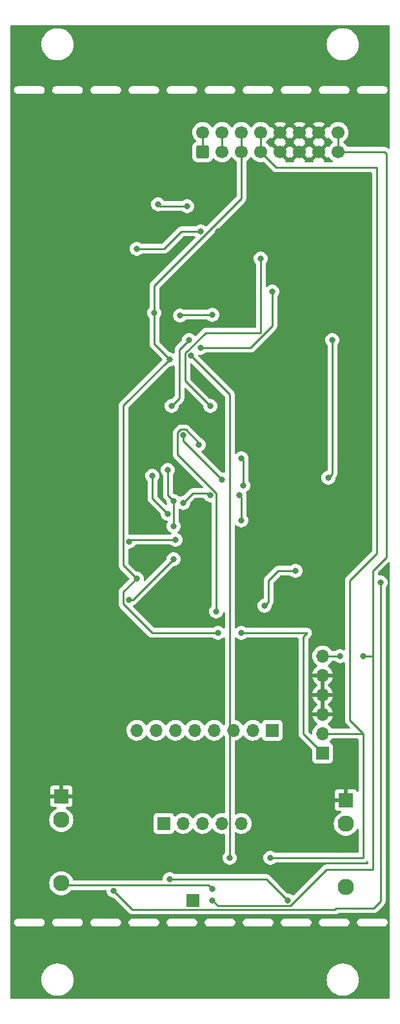
<source format=gbr>
%TF.GenerationSoftware,KiCad,Pcbnew,(6.0.5)*%
%TF.CreationDate,2023-02-22T06:39:25-08:00*%
%TF.ProjectId,wisseq,77697373-6571-42e6-9b69-6361645f7063,rev?*%
%TF.SameCoordinates,Original*%
%TF.FileFunction,Copper,L2,Bot*%
%TF.FilePolarity,Positive*%
%FSLAX46Y46*%
G04 Gerber Fmt 4.6, Leading zero omitted, Abs format (unit mm)*
G04 Created by KiCad (PCBNEW (6.0.5)) date 2023-02-22 06:39:25*
%MOMM*%
%LPD*%
G01*
G04 APERTURE LIST*
G04 Aperture macros list*
%AMRoundRect*
0 Rectangle with rounded corners*
0 $1 Rounding radius*
0 $2 $3 $4 $5 $6 $7 $8 $9 X,Y pos of 4 corners*
0 Add a 4 corners polygon primitive as box body*
4,1,4,$2,$3,$4,$5,$6,$7,$8,$9,$2,$3,0*
0 Add four circle primitives for the rounded corners*
1,1,$1+$1,$2,$3*
1,1,$1+$1,$4,$5*
1,1,$1+$1,$6,$7*
1,1,$1+$1,$8,$9*
0 Add four rect primitives between the rounded corners*
20,1,$1+$1,$2,$3,$4,$5,0*
20,1,$1+$1,$4,$5,$6,$7,0*
20,1,$1+$1,$6,$7,$8,$9,0*
20,1,$1+$1,$8,$9,$2,$3,0*%
G04 Aperture macros list end*
%TA.AperFunction,ComponentPad*%
%ADD10R,1.700000X1.700000*%
%TD*%
%TA.AperFunction,ComponentPad*%
%ADD11O,1.700000X1.700000*%
%TD*%
%TA.AperFunction,ComponentPad*%
%ADD12RoundRect,0.250000X0.600000X-0.600000X0.600000X0.600000X-0.600000X0.600000X-0.600000X-0.600000X0*%
%TD*%
%TA.AperFunction,ComponentPad*%
%ADD13C,1.700000*%
%TD*%
%TA.AperFunction,ComponentPad*%
%ADD14R,1.930000X1.830000*%
%TD*%
%TA.AperFunction,ComponentPad*%
%ADD15C,2.130000*%
%TD*%
%TA.AperFunction,ViaPad*%
%ADD16C,0.800000*%
%TD*%
%TA.AperFunction,Conductor*%
%ADD17C,0.250000*%
%TD*%
G04 APERTURE END LIST*
D10*
%TO.P,J7,1,Pin_1*%
%TO.N,+5V*%
X61468000Y-115824000D03*
D11*
%TO.P,J7,2,Pin_2*%
%TO.N,+12V*%
X61468000Y-113284000D03*
%TO.P,J7,3,Pin_3*%
%TO.N,GND*%
X61468000Y-110744000D03*
%TO.P,J7,4,Pin_4*%
X61468000Y-108204000D03*
%TO.P,J7,5,Pin_5*%
X61468000Y-105664000D03*
%TO.P,J7,6,Pin_6*%
%TO.N,-12V*%
X61468000Y-103124000D03*
%TD*%
D10*
%TO.P,J6,1,Pin_1*%
%TO.N,Net-(Q9-Pad2)*%
X44450000Y-135128000D03*
%TD*%
%TO.P,J5,1,Pin_1*%
%TO.N,Net-(J5-Pad1)*%
X54864000Y-112839000D03*
D11*
%TO.P,J5,2,Pin_2*%
%TO.N,Net-(J5-Pad2)*%
X52324000Y-112839000D03*
%TO.P,J5,3,Pin_3*%
%TO.N,Net-(J5-Pad3)*%
X49784000Y-112839000D03*
%TO.P,J5,4,Pin_4*%
%TO.N,Net-(J5-Pad4)*%
X47244000Y-112839000D03*
%TO.P,J5,5,Pin_5*%
%TO.N,Net-(J5-Pad5)*%
X44704000Y-112839000D03*
%TO.P,J5,6,Pin_6*%
%TO.N,Net-(J5-Pad6)*%
X42164000Y-112839000D03*
%TO.P,J5,7,Pin_7*%
%TO.N,Net-(J5-Pad7)*%
X39624000Y-112839000D03*
%TO.P,J5,8,Pin_8*%
%TO.N,Net-(J5-Pad8)*%
X37084000Y-112839000D03*
%TD*%
D10*
%TO.P,J4,1,Pin_1*%
%TO.N,Net-(J4-Pad1)*%
X40640000Y-125031000D03*
D11*
%TO.P,J4,2,Pin_2*%
%TO.N,Net-(J4-Pad2)*%
X43180000Y-125031000D03*
%TO.P,J4,3,Pin_3*%
%TO.N,Net-(J4-Pad3)*%
X45720000Y-125031000D03*
%TO.P,J4,4,Pin_4*%
%TO.N,Net-(J4-Pad4)*%
X48260000Y-125031000D03*
%TO.P,J4,5,Pin_5*%
%TO.N,Net-(J4-Pad5)*%
X50800000Y-125031000D03*
%TD*%
D12*
%TO.P,J3,1,Pin_1*%
%TO.N,Net-(J3-Pad1)*%
X45720000Y-37084000D03*
D13*
%TO.P,J3,2,Pin_2*%
X45720000Y-34544000D03*
%TO.P,J3,3,Pin_3*%
%TO.N,Net-(J3-Pad3)*%
X48260000Y-37084000D03*
%TO.P,J3,4,Pin_4*%
X48260000Y-34544000D03*
%TO.P,J3,5,Pin_5*%
%TO.N,+5V*%
X50800000Y-37084000D03*
%TO.P,J3,6,Pin_6*%
X50800000Y-34544000D03*
%TO.P,J3,7,Pin_7*%
%TO.N,+12V*%
X53340000Y-37084000D03*
%TO.P,J3,8,Pin_8*%
X53340000Y-34544000D03*
%TO.P,J3,9,Pin_9*%
%TO.N,GND*%
X55880000Y-37084000D03*
%TO.P,J3,10,Pin_10*%
X55880000Y-34544000D03*
%TO.P,J3,11,Pin_11*%
X58420000Y-37084000D03*
%TO.P,J3,12,Pin_12*%
X58420000Y-34544000D03*
%TO.P,J3,13,Pin_13*%
X60960000Y-37084000D03*
%TO.P,J3,14,Pin_14*%
X60960000Y-34544000D03*
%TO.P,J3,15,Pin_15*%
%TO.N,-12V*%
X63500000Y-37084000D03*
%TO.P,J3,16,Pin_16*%
X63500000Y-34544000D03*
%TD*%
D14*
%TO.P,J2,S*%
%TO.N,GND*%
X64516000Y-121982000D03*
D15*
%TO.P,J2,T*%
%TO.N,Net-(J2-PadT)*%
X64516000Y-133382000D03*
%TO.P,J2,TN*%
%TO.N,unconnected-(J2-PadTN)*%
X64516000Y-125082000D03*
%TD*%
D14*
%TO.P,J1,S*%
%TO.N,GND*%
X27178000Y-121474000D03*
D15*
%TO.P,J1,T*%
%TO.N,Net-(J1-PadT)*%
X27178000Y-132874000D03*
%TO.P,J1,TN*%
%TO.N,unconnected-(J1-PadTN)*%
X27178000Y-124574000D03*
%TD*%
D16*
%TO.N,GND*%
X33782000Y-75946000D03*
X44958000Y-95250000D03*
X50546000Y-95758000D03*
X63754000Y-107950000D03*
%TO.N,-12V*%
X66802000Y-103124000D03*
X63754000Y-103124000D03*
%TO.N,+5V*%
X50800000Y-100076000D03*
X47752000Y-100076000D03*
%TO.N,Net-(C5-Pad1)*%
X46990000Y-58420000D03*
X42766500Y-58514500D03*
%TO.N,GND*%
X52070000Y-91440000D03*
X52070000Y-87630000D03*
%TO.N,Net-(Q1-Pad2)*%
X57912000Y-91948000D03*
X53848000Y-96520000D03*
X47498000Y-97282000D03*
X45212000Y-75438000D03*
%TO.N,Net-(Q2-Pad2)*%
X48260000Y-80010000D03*
X43180000Y-74168000D03*
X50800000Y-85344000D03*
X50546000Y-82042000D03*
%TO.N,Net-(Q5-Pad2)*%
X51054000Y-80772000D03*
X50800000Y-77216000D03*
%TO.N,Net-(D10-Pad1)*%
X62230000Y-79756000D03*
X62738000Y-61722000D03*
%TO.N,Net-(Q7-Pad2)*%
X41656000Y-70358000D03*
X43942000Y-61722000D03*
X45466000Y-62738000D03*
X54864000Y-55372000D03*
%TO.N,Net-(Q3-Pad2)*%
X46736000Y-70358000D03*
X53340000Y-51054000D03*
%TO.N,GND*%
X37084000Y-73660000D03*
%TO.N,Net-(J1-PadT)*%
X46990000Y-133604000D03*
%TO.N,+12V*%
X54610000Y-129540000D03*
%TO.N,-12V*%
X46990000Y-135128000D03*
%TO.N,+5V*%
X37084000Y-92964000D03*
X41402000Y-64262000D03*
X39370000Y-58166000D03*
%TO.N,GND*%
X47752000Y-47498000D03*
X51054000Y-52324000D03*
X50800000Y-55880000D03*
X44958000Y-83058000D03*
%TO.N,Net-(C4-Pad1)*%
X41148000Y-78740000D03*
%TO.N,Net-(R12-Pad1)*%
X39116000Y-79502000D03*
X41148000Y-84482020D03*
%TO.N,GND*%
X37084000Y-82296000D03*
X36576000Y-86360000D03*
%TO.N,Net-(C4-Pad1)*%
X41910000Y-82804000D03*
X41910000Y-86106000D03*
%TO.N,Net-(R1-Pad2)*%
X36068000Y-95758000D03*
X41910000Y-90424000D03*
%TO.N,Net-(R10-Pad1)*%
X36068000Y-88138000D03*
X42164000Y-87884000D03*
%TO.N,Net-(R11-Pad1)*%
X46736000Y-82042000D03*
X43180000Y-83058000D03*
%TO.N,Net-(Q9-Pad2)*%
X44196000Y-63754000D03*
X49276000Y-129540000D03*
%TO.N,Net-(Q9-Pad3)*%
X56896000Y-135128000D03*
X41402000Y-132334000D03*
%TO.N,Net-(D10-Pad1)*%
X34036000Y-133858000D03*
X69088000Y-93472000D03*
%TO.N,GND*%
X36830000Y-63500000D03*
%TO.N,Net-(Q4-Pad1)*%
X39878000Y-43942000D03*
X43688000Y-44196000D03*
%TO.N,GND*%
X37592000Y-41910000D03*
X36322000Y-48006000D03*
X42418000Y-46228000D03*
%TO.N,Net-(R15-Pad1)*%
X45466000Y-47498000D03*
X37084000Y-49784000D03*
%TO.N,GND*%
X36322000Y-54864000D03*
%TD*%
D17*
%TO.N,-12V*%
X66802000Y-103124000D02*
X68072000Y-103124000D01*
X68072000Y-103124000D02*
X68072000Y-131064000D01*
X68072000Y-91948000D02*
X68072000Y-103124000D01*
X61468000Y-103124000D02*
X63754000Y-103124000D01*
%TO.N,+12V*%
X65024000Y-93218000D02*
X65024000Y-111506000D01*
X65024000Y-111506000D02*
X66802000Y-113284000D01*
X68580000Y-39116000D02*
X68580000Y-89662000D01*
X55372000Y-39116000D02*
X68580000Y-39116000D01*
X68580000Y-89662000D02*
X65024000Y-93218000D01*
X53340000Y-37084000D02*
X55372000Y-39116000D01*
X61468000Y-113284000D02*
X66802000Y-113284000D01*
X66802000Y-113284000D02*
X66802000Y-129540000D01*
%TO.N,+5V*%
X58928000Y-113284000D02*
X61468000Y-115824000D01*
X58928000Y-100584000D02*
X58928000Y-113284000D01*
X59436000Y-100076000D02*
X58928000Y-100584000D01*
X50800000Y-100076000D02*
X59436000Y-100076000D01*
X39116000Y-100076000D02*
X47752000Y-100076000D01*
X35343489Y-96303489D02*
X39116000Y-100076000D01*
X35343489Y-94704511D02*
X35343489Y-96303489D01*
X37084000Y-92964000D02*
X35343489Y-94704511D01*
%TO.N,Net-(C5-Pad1)*%
X42861000Y-58420000D02*
X46990000Y-58420000D01*
X42766500Y-58514500D02*
X42861000Y-58420000D01*
%TO.N,Net-(Q1-Pad2)*%
X55626000Y-91948000D02*
X57912000Y-91948000D01*
X54356000Y-93218000D02*
X55626000Y-91948000D01*
X54356000Y-96012000D02*
X54356000Y-93218000D01*
X53848000Y-96520000D02*
X54356000Y-96012000D01*
X47498000Y-81779386D02*
X47498000Y-97282000D01*
X42455489Y-76736875D02*
X47498000Y-81779386D01*
X42879897Y-73443489D02*
X42455489Y-73867897D01*
X45212000Y-75175386D02*
X43480103Y-73443489D01*
X42455489Y-73867897D02*
X42455489Y-76736875D01*
X45212000Y-75438000D02*
X45212000Y-75175386D01*
X43480103Y-73443489D02*
X42879897Y-73443489D01*
%TO.N,Net-(Q2-Pad2)*%
X43180000Y-74930000D02*
X43180000Y-74168000D01*
X48260000Y-80010000D02*
X43180000Y-74930000D01*
X50800000Y-82296000D02*
X50546000Y-82042000D01*
X50800000Y-85344000D02*
X50800000Y-82296000D01*
%TO.N,Net-(Q5-Pad2)*%
X51054000Y-77470000D02*
X50800000Y-77216000D01*
X51054000Y-80772000D02*
X51054000Y-77470000D01*
%TO.N,Net-(D10-Pad1)*%
X62738000Y-61722000D02*
X62738000Y-79248000D01*
X62738000Y-79248000D02*
X62230000Y-79756000D01*
%TO.N,Net-(Q7-Pad2)*%
X42672000Y-69342000D02*
X41656000Y-70358000D01*
X42672000Y-64008000D02*
X42672000Y-69342000D01*
X42672000Y-62992000D02*
X42672000Y-64008000D01*
X43942000Y-61722000D02*
X42672000Y-62992000D01*
X52018695Y-62738000D02*
X45466000Y-62738000D01*
X54864000Y-59892695D02*
X52018695Y-62738000D01*
X54864000Y-55372000D02*
X54864000Y-59892695D01*
%TO.N,Net-(Q3-Pad2)*%
X43471489Y-63453897D02*
X43471489Y-67093489D01*
X46144408Y-60780978D02*
X43471489Y-63453897D01*
X53340000Y-60780978D02*
X46144408Y-60780978D01*
X43471489Y-67093489D02*
X46736000Y-70358000D01*
X53340000Y-51054000D02*
X53340000Y-60780978D01*
%TO.N,Net-(J1-PadT)*%
X27437489Y-133133489D02*
X27178000Y-132874000D01*
X46990000Y-133604000D02*
X46519489Y-133133489D01*
X46519489Y-133133489D02*
X27437489Y-133133489D01*
%TO.N,+12V*%
X66802000Y-129540000D02*
X54610000Y-129540000D01*
%TO.N,-12V*%
X47714511Y-135852511D02*
X46990000Y-135128000D01*
X68834000Y-91186000D02*
X68072000Y-91948000D01*
X57196103Y-135852511D02*
X47714511Y-135852511D01*
X69850000Y-37338000D02*
X69850000Y-90170000D01*
X61984614Y-131064000D02*
X57196103Y-135852511D01*
X69850000Y-90170000D02*
X68834000Y-91186000D01*
X69596000Y-37084000D02*
X69850000Y-37338000D01*
X68072000Y-131064000D02*
X61984614Y-131064000D01*
X63500000Y-37084000D02*
X69596000Y-37084000D01*
%TO.N,+5V*%
X35343489Y-91223489D02*
X37084000Y-92964000D01*
X35343489Y-70320511D02*
X35343489Y-91223489D01*
X41402000Y-64262000D02*
X35343489Y-70320511D01*
X39370000Y-62230000D02*
X41402000Y-64262000D01*
X39370000Y-58166000D02*
X39370000Y-62230000D01*
X39370000Y-54618614D02*
X39370000Y-58166000D01*
X50800000Y-43188614D02*
X39370000Y-54618614D01*
X50800000Y-37084000D02*
X50800000Y-43188614D01*
%TO.N,GND*%
X47752000Y-47498000D02*
X47752000Y-49022000D01*
X47752000Y-49022000D02*
X51054000Y-52324000D01*
%TO.N,Net-(R11-Pad1)*%
X46482000Y-81788000D02*
X46736000Y-82042000D01*
X44450000Y-81788000D02*
X46482000Y-81788000D01*
X43180000Y-83058000D02*
X44450000Y-81788000D01*
%TO.N,Net-(C4-Pad1)*%
X41148000Y-82042000D02*
X41910000Y-82804000D01*
X41148000Y-78740000D02*
X41148000Y-82042000D01*
%TO.N,Net-(R12-Pad1)*%
X39116000Y-82450020D02*
X39116000Y-79502000D01*
X41148000Y-84482020D02*
X39116000Y-82450020D01*
%TO.N,Net-(C4-Pad1)*%
X41910000Y-86106000D02*
X41910000Y-82804000D01*
%TO.N,Net-(R1-Pad2)*%
X36576000Y-95758000D02*
X36068000Y-95758000D01*
X41910000Y-90424000D02*
X36576000Y-95758000D01*
%TO.N,Net-(R10-Pad1)*%
X36322000Y-87884000D02*
X36068000Y-88138000D01*
X42164000Y-87884000D02*
X36322000Y-87884000D01*
%TO.N,Net-(J3-Pad1)*%
X45720000Y-37084000D02*
X45720000Y-34544000D01*
%TO.N,Net-(J3-Pad3)*%
X48260000Y-34544000D02*
X48260000Y-37084000D01*
%TO.N,+5V*%
X50800000Y-37084000D02*
X50800000Y-34544000D01*
%TO.N,+12V*%
X53340000Y-34544000D02*
X53340000Y-37084000D01*
%TO.N,-12V*%
X63500000Y-37084000D02*
X63500000Y-34544000D01*
%TO.N,Net-(Q9-Pad2)*%
X49276000Y-68834000D02*
X44196000Y-63754000D01*
X49276000Y-129540000D02*
X49276000Y-68834000D01*
%TO.N,Net-(Q9-Pad3)*%
X41402000Y-132334000D02*
X54102000Y-132334000D01*
X54102000Y-132334000D02*
X56896000Y-135128000D01*
%TO.N,Net-(D10-Pad1)*%
X36480511Y-136302511D02*
X34036000Y-133858000D01*
X68179196Y-136144000D02*
X63246000Y-136144000D01*
X69088000Y-135235196D02*
X68179196Y-136144000D01*
X69088000Y-93472000D02*
X69088000Y-135235196D01*
X63087489Y-136302511D02*
X36480511Y-136302511D01*
X63246000Y-136144000D02*
X63087489Y-136302511D01*
%TO.N,Net-(Q4-Pad1)*%
X40132000Y-44196000D02*
X43688000Y-44196000D01*
X39878000Y-43942000D02*
X40132000Y-44196000D01*
%TO.N,Net-(R15-Pad1)*%
X42926000Y-47498000D02*
X40640000Y-49784000D01*
X45466000Y-47498000D02*
X42926000Y-47498000D01*
X40640000Y-49784000D02*
X37084000Y-49784000D01*
%TD*%
%TA.AperFunction,Conductor*%
%TO.N,GND*%
G36*
X70233621Y-20528502D02*
G01*
X70280114Y-20582158D01*
X70291500Y-20634500D01*
X70291500Y-36576912D01*
X70271498Y-36645033D01*
X70217842Y-36691526D01*
X70147568Y-36701630D01*
X70079248Y-36668763D01*
X70038350Y-36630358D01*
X70035507Y-36627602D01*
X70015770Y-36607865D01*
X70012573Y-36605385D01*
X70003551Y-36597680D01*
X69971321Y-36567414D01*
X69964375Y-36563595D01*
X69964372Y-36563593D01*
X69953566Y-36557652D01*
X69937047Y-36546801D01*
X69936583Y-36546441D01*
X69921041Y-36534386D01*
X69913772Y-36531241D01*
X69913768Y-36531238D01*
X69880463Y-36516826D01*
X69869813Y-36511609D01*
X69831060Y-36490305D01*
X69811437Y-36485267D01*
X69792734Y-36478863D01*
X69781420Y-36473967D01*
X69781419Y-36473967D01*
X69774145Y-36470819D01*
X69766322Y-36469580D01*
X69766312Y-36469577D01*
X69730476Y-36463901D01*
X69718856Y-36461495D01*
X69683711Y-36452472D01*
X69683710Y-36452472D01*
X69676030Y-36450500D01*
X69655776Y-36450500D01*
X69636065Y-36448949D01*
X69623886Y-36447020D01*
X69616057Y-36445780D01*
X69608165Y-36446526D01*
X69572039Y-36449941D01*
X69560181Y-36450500D01*
X64776805Y-36450500D01*
X64708684Y-36430498D01*
X64671013Y-36392940D01*
X64582822Y-36256617D01*
X64582820Y-36256614D01*
X64580014Y-36252277D01*
X64429670Y-36087051D01*
X64425619Y-36083852D01*
X64425615Y-36083848D01*
X64258414Y-35951800D01*
X64258410Y-35951798D01*
X64254359Y-35948598D01*
X64213053Y-35925796D01*
X64163084Y-35875364D01*
X64148312Y-35805921D01*
X64173428Y-35739516D01*
X64200780Y-35712909D01*
X64265110Y-35667023D01*
X64379860Y-35585173D01*
X64538096Y-35427489D01*
X64597594Y-35344689D01*
X64665435Y-35250277D01*
X64668453Y-35246077D01*
X64681995Y-35218678D01*
X64765136Y-35050453D01*
X64765137Y-35050451D01*
X64767430Y-35045811D01*
X64832370Y-34832069D01*
X64861529Y-34610590D01*
X64863156Y-34544000D01*
X64844852Y-34321361D01*
X64790431Y-34104702D01*
X64701354Y-33899840D01*
X64580014Y-33712277D01*
X64429670Y-33547051D01*
X64425619Y-33543852D01*
X64425615Y-33543848D01*
X64258414Y-33411800D01*
X64258410Y-33411798D01*
X64254359Y-33408598D01*
X64058789Y-33300638D01*
X64053920Y-33298914D01*
X64053916Y-33298912D01*
X63853087Y-33227795D01*
X63853083Y-33227794D01*
X63848212Y-33226069D01*
X63843119Y-33225162D01*
X63843116Y-33225161D01*
X63633373Y-33187800D01*
X63633367Y-33187799D01*
X63628284Y-33186894D01*
X63554452Y-33185992D01*
X63410081Y-33184228D01*
X63410079Y-33184228D01*
X63404911Y-33184165D01*
X63184091Y-33217955D01*
X62971756Y-33287357D01*
X62773607Y-33390507D01*
X62769474Y-33393610D01*
X62769471Y-33393612D01*
X62599100Y-33521530D01*
X62594965Y-33524635D01*
X62440629Y-33686138D01*
X62333204Y-33843618D01*
X62332898Y-33844066D01*
X62277987Y-33889069D01*
X62207462Y-33897240D01*
X62143715Y-33865986D01*
X62123017Y-33841501D01*
X62093062Y-33795197D01*
X62082377Y-33785995D01*
X62072812Y-33790398D01*
X61332022Y-34531188D01*
X61324408Y-34545132D01*
X61324539Y-34546965D01*
X61328790Y-34553580D01*
X62070474Y-35295264D01*
X62082484Y-35301823D01*
X62094223Y-35292855D01*
X62128022Y-35245819D01*
X62129277Y-35246721D01*
X62176391Y-35203355D01*
X62246330Y-35191148D01*
X62311767Y-35218691D01*
X62339580Y-35250513D01*
X62397287Y-35344683D01*
X62397291Y-35344688D01*
X62399987Y-35349088D01*
X62546250Y-35517938D01*
X62718126Y-35660632D01*
X62722593Y-35663242D01*
X62791445Y-35703476D01*
X62840169Y-35755114D01*
X62853240Y-35824897D01*
X62826509Y-35890669D01*
X62786055Y-35924027D01*
X62773607Y-35930507D01*
X62769474Y-35933610D01*
X62769471Y-35933612D01*
X62599100Y-36061530D01*
X62594965Y-36064635D01*
X62591393Y-36068373D01*
X62508580Y-36155032D01*
X62440629Y-36226138D01*
X62333204Y-36383618D01*
X62332898Y-36384066D01*
X62277987Y-36429069D01*
X62207462Y-36437240D01*
X62143715Y-36405986D01*
X62123017Y-36381501D01*
X62093062Y-36335197D01*
X62082377Y-36325995D01*
X62072812Y-36330398D01*
X61332022Y-37071188D01*
X61324408Y-37085132D01*
X61324539Y-37086965D01*
X61328790Y-37093580D01*
X62070474Y-37835264D01*
X62082484Y-37841823D01*
X62094223Y-37832855D01*
X62128022Y-37785819D01*
X62129277Y-37786721D01*
X62176391Y-37743355D01*
X62246330Y-37731148D01*
X62311767Y-37758691D01*
X62339580Y-37790513D01*
X62397287Y-37884683D01*
X62397291Y-37884688D01*
X62399987Y-37889088D01*
X62546250Y-38057938D01*
X62718126Y-38200632D01*
X62729063Y-38207023D01*
X62798694Y-38247712D01*
X62847418Y-38299350D01*
X62860489Y-38369133D01*
X62833758Y-38434905D01*
X62775711Y-38475784D01*
X62735124Y-38482500D01*
X61731667Y-38482500D01*
X61663546Y-38462498D01*
X61617053Y-38408842D01*
X61606949Y-38338568D01*
X61636443Y-38273988D01*
X61658498Y-38253922D01*
X61709247Y-38217723D01*
X61717648Y-38207023D01*
X61710660Y-38193870D01*
X60972812Y-37456022D01*
X60958868Y-37448408D01*
X60957035Y-37448539D01*
X60950420Y-37452790D01*
X60206737Y-38196473D01*
X60199977Y-38208853D01*
X60205258Y-38215907D01*
X60259685Y-38247712D01*
X60308409Y-38299351D01*
X60321480Y-38369134D01*
X60294749Y-38434906D01*
X60236702Y-38475784D01*
X60196115Y-38482500D01*
X59191667Y-38482500D01*
X59123546Y-38462498D01*
X59077053Y-38408842D01*
X59066949Y-38338568D01*
X59096443Y-38273988D01*
X59118498Y-38253922D01*
X59169247Y-38217723D01*
X59177648Y-38207023D01*
X59170660Y-38193870D01*
X58432812Y-37456022D01*
X58418868Y-37448408D01*
X58417035Y-37448539D01*
X58410420Y-37452790D01*
X57666737Y-38196473D01*
X57659977Y-38208853D01*
X57665258Y-38215907D01*
X57719685Y-38247712D01*
X57768409Y-38299351D01*
X57781480Y-38369134D01*
X57754749Y-38434906D01*
X57696702Y-38475784D01*
X57656115Y-38482500D01*
X56651667Y-38482500D01*
X56583546Y-38462498D01*
X56537053Y-38408842D01*
X56526949Y-38338568D01*
X56556443Y-38273988D01*
X56578498Y-38253922D01*
X56629247Y-38217723D01*
X56637648Y-38207023D01*
X56630660Y-38193870D01*
X55521922Y-37085132D01*
X56244408Y-37085132D01*
X56244539Y-37086965D01*
X56248790Y-37093580D01*
X56990474Y-37835264D01*
X57002484Y-37841823D01*
X57014223Y-37832855D01*
X57048022Y-37785819D01*
X57049149Y-37786629D01*
X57096659Y-37742881D01*
X57166596Y-37730661D01*
X57232038Y-37758191D01*
X57259870Y-37790029D01*
X57286459Y-37833419D01*
X57296916Y-37842880D01*
X57305694Y-37839096D01*
X58047978Y-37096812D01*
X58054356Y-37085132D01*
X58784408Y-37085132D01*
X58784539Y-37086965D01*
X58788790Y-37093580D01*
X59530474Y-37835264D01*
X59542484Y-37841823D01*
X59554223Y-37832855D01*
X59588022Y-37785819D01*
X59589149Y-37786629D01*
X59636659Y-37742881D01*
X59706596Y-37730661D01*
X59772038Y-37758191D01*
X59799870Y-37790029D01*
X59826459Y-37833419D01*
X59836916Y-37842880D01*
X59845694Y-37839096D01*
X60587978Y-37096812D01*
X60595592Y-37082868D01*
X60595461Y-37081035D01*
X60591210Y-37074420D01*
X59849849Y-36333059D01*
X59838313Y-36326759D01*
X59826028Y-36336384D01*
X59793192Y-36384520D01*
X59738281Y-36429523D01*
X59667756Y-36437694D01*
X59604009Y-36406440D01*
X59583311Y-36381955D01*
X59553062Y-36335197D01*
X59542377Y-36325995D01*
X59532812Y-36330398D01*
X58792022Y-37071188D01*
X58784408Y-37085132D01*
X58054356Y-37085132D01*
X58055592Y-37082868D01*
X58055461Y-37081035D01*
X58051210Y-37074420D01*
X57309849Y-36333059D01*
X57298313Y-36326759D01*
X57286028Y-36336384D01*
X57253192Y-36384520D01*
X57198281Y-36429523D01*
X57127756Y-36437694D01*
X57064009Y-36406440D01*
X57043311Y-36381955D01*
X57013062Y-36335197D01*
X57002377Y-36325995D01*
X56992812Y-36330398D01*
X56252022Y-37071188D01*
X56244408Y-37085132D01*
X55521922Y-37085132D01*
X54769849Y-36333059D01*
X54758313Y-36326759D01*
X54746031Y-36336382D01*
X54713499Y-36384072D01*
X54658587Y-36429075D01*
X54588063Y-36437246D01*
X54524316Y-36405992D01*
X54503618Y-36381508D01*
X54422822Y-36256617D01*
X54422820Y-36256614D01*
X54420014Y-36252277D01*
X54269670Y-36087051D01*
X54265619Y-36083852D01*
X54265615Y-36083848D01*
X54098414Y-35951800D01*
X54098410Y-35951798D01*
X54094359Y-35948598D01*
X54053053Y-35925796D01*
X54003084Y-35875364D01*
X53988312Y-35805921D01*
X54013428Y-35739516D01*
X54040780Y-35712909D01*
X54102544Y-35668853D01*
X55119977Y-35668853D01*
X55125258Y-35675907D01*
X55172479Y-35703501D01*
X55221203Y-35755139D01*
X55234274Y-35824922D01*
X55207543Y-35890694D01*
X55167087Y-35924053D01*
X55158466Y-35928541D01*
X55149734Y-35934039D01*
X55129677Y-35949099D01*
X55121223Y-35960427D01*
X55127968Y-35972758D01*
X55867188Y-36711978D01*
X55881132Y-36719592D01*
X55882965Y-36719461D01*
X55889580Y-36715210D01*
X56633389Y-35971401D01*
X56640410Y-35958544D01*
X56633611Y-35949213D01*
X56629559Y-35946521D01*
X56592116Y-35925852D01*
X56542145Y-35875420D01*
X56527373Y-35805977D01*
X56552489Y-35739572D01*
X56579840Y-35712965D01*
X56629247Y-35677723D01*
X56636211Y-35668853D01*
X57659977Y-35668853D01*
X57665258Y-35675907D01*
X57712479Y-35703501D01*
X57761203Y-35755139D01*
X57774274Y-35824922D01*
X57747543Y-35890694D01*
X57707087Y-35924053D01*
X57698466Y-35928541D01*
X57689734Y-35934039D01*
X57669677Y-35949099D01*
X57661223Y-35960427D01*
X57667968Y-35972758D01*
X58407188Y-36711978D01*
X58421132Y-36719592D01*
X58422965Y-36719461D01*
X58429580Y-36715210D01*
X59173389Y-35971401D01*
X59180410Y-35958544D01*
X59173611Y-35949213D01*
X59169559Y-35946521D01*
X59132116Y-35925852D01*
X59082145Y-35875420D01*
X59067373Y-35805977D01*
X59092489Y-35739572D01*
X59119840Y-35712965D01*
X59169247Y-35677723D01*
X59176211Y-35668853D01*
X60199977Y-35668853D01*
X60205258Y-35675907D01*
X60252479Y-35703501D01*
X60301203Y-35755139D01*
X60314274Y-35824922D01*
X60287543Y-35890694D01*
X60247087Y-35924053D01*
X60238466Y-35928541D01*
X60229734Y-35934039D01*
X60209677Y-35949099D01*
X60201223Y-35960427D01*
X60207968Y-35972758D01*
X60947188Y-36711978D01*
X60961132Y-36719592D01*
X60962965Y-36719461D01*
X60969580Y-36715210D01*
X61713389Y-35971401D01*
X61720410Y-35958544D01*
X61713611Y-35949213D01*
X61709559Y-35946521D01*
X61672116Y-35925852D01*
X61622145Y-35875420D01*
X61607373Y-35805977D01*
X61632489Y-35739572D01*
X61659840Y-35712965D01*
X61709247Y-35677723D01*
X61717648Y-35667023D01*
X61710660Y-35653870D01*
X60972812Y-34916022D01*
X60958868Y-34908408D01*
X60957035Y-34908539D01*
X60950420Y-34912790D01*
X60206737Y-35656473D01*
X60199977Y-35668853D01*
X59176211Y-35668853D01*
X59177648Y-35667023D01*
X59170660Y-35653870D01*
X58432812Y-34916022D01*
X58418868Y-34908408D01*
X58417035Y-34908539D01*
X58410420Y-34912790D01*
X57666737Y-35656473D01*
X57659977Y-35668853D01*
X56636211Y-35668853D01*
X56637648Y-35667023D01*
X56630660Y-35653870D01*
X55892812Y-34916022D01*
X55878868Y-34908408D01*
X55877035Y-34908539D01*
X55870420Y-34912790D01*
X55126737Y-35656473D01*
X55119977Y-35668853D01*
X54102544Y-35668853D01*
X54105110Y-35667023D01*
X54219860Y-35585173D01*
X54378096Y-35427489D01*
X54437594Y-35344689D01*
X54508453Y-35246077D01*
X54509640Y-35246930D01*
X54556960Y-35203362D01*
X54626897Y-35191145D01*
X54692338Y-35218678D01*
X54720166Y-35250512D01*
X54746459Y-35293419D01*
X54756916Y-35302880D01*
X54765694Y-35299096D01*
X55507978Y-34556812D01*
X55514356Y-34545132D01*
X56244408Y-34545132D01*
X56244539Y-34546965D01*
X56248790Y-34553580D01*
X56990474Y-35295264D01*
X57002484Y-35301823D01*
X57014223Y-35292855D01*
X57048022Y-35245819D01*
X57049149Y-35246629D01*
X57096659Y-35202881D01*
X57166596Y-35190661D01*
X57232038Y-35218191D01*
X57259870Y-35250029D01*
X57286459Y-35293419D01*
X57296916Y-35302880D01*
X57305694Y-35299096D01*
X58047978Y-34556812D01*
X58054356Y-34545132D01*
X58784408Y-34545132D01*
X58784539Y-34546965D01*
X58788790Y-34553580D01*
X59530474Y-35295264D01*
X59542484Y-35301823D01*
X59554223Y-35292855D01*
X59588022Y-35245819D01*
X59589149Y-35246629D01*
X59636659Y-35202881D01*
X59706596Y-35190661D01*
X59772038Y-35218191D01*
X59799870Y-35250029D01*
X59826459Y-35293419D01*
X59836916Y-35302880D01*
X59845694Y-35299096D01*
X60587978Y-34556812D01*
X60595592Y-34542868D01*
X60595461Y-34541035D01*
X60591210Y-34534420D01*
X59849849Y-33793059D01*
X59838313Y-33786759D01*
X59826028Y-33796384D01*
X59793192Y-33844520D01*
X59738281Y-33889523D01*
X59667756Y-33897694D01*
X59604009Y-33866440D01*
X59583311Y-33841955D01*
X59553062Y-33795197D01*
X59542377Y-33785995D01*
X59532812Y-33790398D01*
X58792022Y-34531188D01*
X58784408Y-34545132D01*
X58054356Y-34545132D01*
X58055592Y-34542868D01*
X58055461Y-34541035D01*
X58051210Y-34534420D01*
X57309849Y-33793059D01*
X57298313Y-33786759D01*
X57286028Y-33796384D01*
X57253192Y-33844520D01*
X57198281Y-33889523D01*
X57127756Y-33897694D01*
X57064009Y-33866440D01*
X57043311Y-33841955D01*
X57013062Y-33795197D01*
X57002377Y-33785995D01*
X56992812Y-33790398D01*
X56252022Y-34531188D01*
X56244408Y-34545132D01*
X55514356Y-34545132D01*
X55515592Y-34542868D01*
X55515461Y-34541035D01*
X55511210Y-34534420D01*
X54769849Y-33793059D01*
X54758313Y-33786759D01*
X54746031Y-33796382D01*
X54713499Y-33844072D01*
X54658587Y-33889075D01*
X54588063Y-33897246D01*
X54524316Y-33865992D01*
X54503618Y-33841508D01*
X54422822Y-33716617D01*
X54422820Y-33716614D01*
X54420014Y-33712277D01*
X54269670Y-33547051D01*
X54265619Y-33543852D01*
X54265615Y-33543848D01*
X54109338Y-33420427D01*
X55121223Y-33420427D01*
X55127968Y-33432758D01*
X55867188Y-34171978D01*
X55881132Y-34179592D01*
X55882965Y-34179461D01*
X55889580Y-34175210D01*
X56633389Y-33431401D01*
X56639382Y-33420427D01*
X57661223Y-33420427D01*
X57667968Y-33432758D01*
X58407188Y-34171978D01*
X58421132Y-34179592D01*
X58422965Y-34179461D01*
X58429580Y-34175210D01*
X59173389Y-33431401D01*
X59179382Y-33420427D01*
X60201223Y-33420427D01*
X60207968Y-33432758D01*
X60947188Y-34171978D01*
X60961132Y-34179592D01*
X60962965Y-34179461D01*
X60969580Y-34175210D01*
X61713389Y-33431401D01*
X61720410Y-33418544D01*
X61713611Y-33409213D01*
X61709554Y-33406518D01*
X61523117Y-33303599D01*
X61513705Y-33299369D01*
X61312959Y-33228280D01*
X61302989Y-33225646D01*
X61093327Y-33188301D01*
X61083073Y-33187331D01*
X60870116Y-33184728D01*
X60859832Y-33185448D01*
X60649321Y-33217661D01*
X60639293Y-33220050D01*
X60436868Y-33286212D01*
X60427359Y-33290209D01*
X60238466Y-33388540D01*
X60229734Y-33394039D01*
X60209677Y-33409099D01*
X60201223Y-33420427D01*
X59179382Y-33420427D01*
X59180410Y-33418544D01*
X59173611Y-33409213D01*
X59169554Y-33406518D01*
X58983117Y-33303599D01*
X58973705Y-33299369D01*
X58772959Y-33228280D01*
X58762989Y-33225646D01*
X58553327Y-33188301D01*
X58543073Y-33187331D01*
X58330116Y-33184728D01*
X58319832Y-33185448D01*
X58109321Y-33217661D01*
X58099293Y-33220050D01*
X57896868Y-33286212D01*
X57887359Y-33290209D01*
X57698466Y-33388540D01*
X57689734Y-33394039D01*
X57669677Y-33409099D01*
X57661223Y-33420427D01*
X56639382Y-33420427D01*
X56640410Y-33418544D01*
X56633611Y-33409213D01*
X56629554Y-33406518D01*
X56443117Y-33303599D01*
X56433705Y-33299369D01*
X56232959Y-33228280D01*
X56222989Y-33225646D01*
X56013327Y-33188301D01*
X56003073Y-33187331D01*
X55790116Y-33184728D01*
X55779832Y-33185448D01*
X55569321Y-33217661D01*
X55559293Y-33220050D01*
X55356868Y-33286212D01*
X55347359Y-33290209D01*
X55158466Y-33388540D01*
X55149734Y-33394039D01*
X55129677Y-33409099D01*
X55121223Y-33420427D01*
X54109338Y-33420427D01*
X54098414Y-33411800D01*
X54098410Y-33411798D01*
X54094359Y-33408598D01*
X53898789Y-33300638D01*
X53893920Y-33298914D01*
X53893916Y-33298912D01*
X53693087Y-33227795D01*
X53693083Y-33227794D01*
X53688212Y-33226069D01*
X53683119Y-33225162D01*
X53683116Y-33225161D01*
X53473373Y-33187800D01*
X53473367Y-33187799D01*
X53468284Y-33186894D01*
X53394452Y-33185992D01*
X53250081Y-33184228D01*
X53250079Y-33184228D01*
X53244911Y-33184165D01*
X53024091Y-33217955D01*
X52811756Y-33287357D01*
X52613607Y-33390507D01*
X52609474Y-33393610D01*
X52609471Y-33393612D01*
X52439100Y-33521530D01*
X52434965Y-33524635D01*
X52280629Y-33686138D01*
X52173201Y-33843621D01*
X52118293Y-33888621D01*
X52047768Y-33896792D01*
X51984021Y-33865538D01*
X51963324Y-33841054D01*
X51882822Y-33716617D01*
X51882820Y-33716614D01*
X51880014Y-33712277D01*
X51729670Y-33547051D01*
X51725619Y-33543852D01*
X51725615Y-33543848D01*
X51558414Y-33411800D01*
X51558410Y-33411798D01*
X51554359Y-33408598D01*
X51358789Y-33300638D01*
X51353920Y-33298914D01*
X51353916Y-33298912D01*
X51153087Y-33227795D01*
X51153083Y-33227794D01*
X51148212Y-33226069D01*
X51143119Y-33225162D01*
X51143116Y-33225161D01*
X50933373Y-33187800D01*
X50933367Y-33187799D01*
X50928284Y-33186894D01*
X50854452Y-33185992D01*
X50710081Y-33184228D01*
X50710079Y-33184228D01*
X50704911Y-33184165D01*
X50484091Y-33217955D01*
X50271756Y-33287357D01*
X50073607Y-33390507D01*
X50069474Y-33393610D01*
X50069471Y-33393612D01*
X49899100Y-33521530D01*
X49894965Y-33524635D01*
X49740629Y-33686138D01*
X49633201Y-33843621D01*
X49578293Y-33888621D01*
X49507768Y-33896792D01*
X49444021Y-33865538D01*
X49423324Y-33841054D01*
X49342822Y-33716617D01*
X49342820Y-33716614D01*
X49340014Y-33712277D01*
X49189670Y-33547051D01*
X49185619Y-33543852D01*
X49185615Y-33543848D01*
X49018414Y-33411800D01*
X49018410Y-33411798D01*
X49014359Y-33408598D01*
X48818789Y-33300638D01*
X48813920Y-33298914D01*
X48813916Y-33298912D01*
X48613087Y-33227795D01*
X48613083Y-33227794D01*
X48608212Y-33226069D01*
X48603119Y-33225162D01*
X48603116Y-33225161D01*
X48393373Y-33187800D01*
X48393367Y-33187799D01*
X48388284Y-33186894D01*
X48314452Y-33185992D01*
X48170081Y-33184228D01*
X48170079Y-33184228D01*
X48164911Y-33184165D01*
X47944091Y-33217955D01*
X47731756Y-33287357D01*
X47533607Y-33390507D01*
X47529474Y-33393610D01*
X47529471Y-33393612D01*
X47359100Y-33521530D01*
X47354965Y-33524635D01*
X47200629Y-33686138D01*
X47093201Y-33843621D01*
X47038293Y-33888621D01*
X46967768Y-33896792D01*
X46904021Y-33865538D01*
X46883324Y-33841054D01*
X46802822Y-33716617D01*
X46802820Y-33716614D01*
X46800014Y-33712277D01*
X46649670Y-33547051D01*
X46645619Y-33543852D01*
X46645615Y-33543848D01*
X46478414Y-33411800D01*
X46478410Y-33411798D01*
X46474359Y-33408598D01*
X46278789Y-33300638D01*
X46273920Y-33298914D01*
X46273916Y-33298912D01*
X46073087Y-33227795D01*
X46073083Y-33227794D01*
X46068212Y-33226069D01*
X46063119Y-33225162D01*
X46063116Y-33225161D01*
X45853373Y-33187800D01*
X45853367Y-33187799D01*
X45848284Y-33186894D01*
X45774452Y-33185992D01*
X45630081Y-33184228D01*
X45630079Y-33184228D01*
X45624911Y-33184165D01*
X45404091Y-33217955D01*
X45191756Y-33287357D01*
X44993607Y-33390507D01*
X44989474Y-33393610D01*
X44989471Y-33393612D01*
X44819100Y-33521530D01*
X44814965Y-33524635D01*
X44660629Y-33686138D01*
X44534743Y-33870680D01*
X44440688Y-34073305D01*
X44380989Y-34288570D01*
X44357251Y-34510695D01*
X44357548Y-34515848D01*
X44357548Y-34515851D01*
X44363011Y-34610590D01*
X44370110Y-34733715D01*
X44371247Y-34738761D01*
X44371248Y-34738767D01*
X44391119Y-34826939D01*
X44419222Y-34951639D01*
X44503266Y-35158616D01*
X44554019Y-35241438D01*
X44617291Y-35344688D01*
X44619987Y-35349088D01*
X44766250Y-35517938D01*
X44836344Y-35576131D01*
X44875979Y-35635033D01*
X44877477Y-35706014D01*
X44840363Y-35766537D01*
X44809312Y-35787175D01*
X44802996Y-35790134D01*
X44796054Y-35792450D01*
X44645652Y-35885522D01*
X44520695Y-36010697D01*
X44516855Y-36016927D01*
X44516854Y-36016928D01*
X44432466Y-36153831D01*
X44427885Y-36161262D01*
X44372203Y-36329139D01*
X44371503Y-36335975D01*
X44371502Y-36335978D01*
X44367091Y-36379031D01*
X44361500Y-36433600D01*
X44361500Y-37734400D01*
X44361837Y-37737646D01*
X44361837Y-37737650D01*
X44367298Y-37790277D01*
X44372474Y-37840166D01*
X44374655Y-37846702D01*
X44374655Y-37846704D01*
X44418728Y-37978806D01*
X44428450Y-38007946D01*
X44521522Y-38158348D01*
X44646697Y-38283305D01*
X44652927Y-38287145D01*
X44652928Y-38287146D01*
X44790090Y-38371694D01*
X44797262Y-38376115D01*
X44851371Y-38394062D01*
X44958611Y-38429632D01*
X44958613Y-38429632D01*
X44965139Y-38431797D01*
X44971975Y-38432497D01*
X44971978Y-38432498D01*
X45011372Y-38436534D01*
X45069600Y-38442500D01*
X46370400Y-38442500D01*
X46373646Y-38442163D01*
X46373650Y-38442163D01*
X46469308Y-38432238D01*
X46469312Y-38432237D01*
X46476166Y-38431526D01*
X46482702Y-38429345D01*
X46482704Y-38429345D01*
X46625162Y-38381817D01*
X46643946Y-38375550D01*
X46794348Y-38282478D01*
X46919305Y-38157303D01*
X47012115Y-38006738D01*
X47014418Y-37999795D01*
X47016763Y-37994766D01*
X47063680Y-37941481D01*
X47131958Y-37922021D01*
X47199918Y-37942564D01*
X47226194Y-37965520D01*
X47302860Y-38054025D01*
X47306250Y-38057938D01*
X47478126Y-38200632D01*
X47671000Y-38313338D01*
X47879692Y-38393030D01*
X47884760Y-38394061D01*
X47884763Y-38394062D01*
X47957410Y-38408842D01*
X48098597Y-38437567D01*
X48103772Y-38437757D01*
X48103774Y-38437757D01*
X48316673Y-38445564D01*
X48316677Y-38445564D01*
X48321837Y-38445753D01*
X48326957Y-38445097D01*
X48326959Y-38445097D01*
X48538288Y-38418025D01*
X48538289Y-38418025D01*
X48543416Y-38417368D01*
X48548369Y-38415882D01*
X48752429Y-38354661D01*
X48752434Y-38354659D01*
X48757384Y-38353174D01*
X48957994Y-38254896D01*
X49139860Y-38125173D01*
X49298096Y-37967489D01*
X49428453Y-37786077D01*
X49429776Y-37787028D01*
X49476645Y-37743857D01*
X49546580Y-37731625D01*
X49612026Y-37759144D01*
X49639875Y-37790994D01*
X49655852Y-37817066D01*
X49699987Y-37889088D01*
X49846250Y-38057938D01*
X50018126Y-38200632D01*
X50104070Y-38250853D01*
X50152794Y-38302491D01*
X50166500Y-38359641D01*
X50166500Y-42874020D01*
X50146498Y-42942141D01*
X50129595Y-42963115D01*
X46264157Y-46828553D01*
X46201845Y-46862579D01*
X46131030Y-46857514D01*
X46087238Y-46827724D01*
X46086577Y-46828459D01*
X46081675Y-46824046D01*
X46077253Y-46819134D01*
X45922752Y-46706882D01*
X45916724Y-46704198D01*
X45916722Y-46704197D01*
X45754319Y-46631891D01*
X45754318Y-46631891D01*
X45748288Y-46629206D01*
X45654887Y-46609353D01*
X45567944Y-46590872D01*
X45567939Y-46590872D01*
X45561487Y-46589500D01*
X45370513Y-46589500D01*
X45364061Y-46590872D01*
X45364056Y-46590872D01*
X45277113Y-46609353D01*
X45183712Y-46629206D01*
X45177682Y-46631891D01*
X45177681Y-46631891D01*
X45015278Y-46704197D01*
X45015276Y-46704198D01*
X45009248Y-46706882D01*
X44854747Y-46819134D01*
X44850332Y-46824037D01*
X44845420Y-46828460D01*
X44844295Y-46827211D01*
X44790986Y-46860051D01*
X44757800Y-46864500D01*
X43004767Y-46864500D01*
X42993584Y-46863973D01*
X42986091Y-46862298D01*
X42978165Y-46862547D01*
X42978164Y-46862547D01*
X42918014Y-46864438D01*
X42914055Y-46864500D01*
X42886144Y-46864500D01*
X42882210Y-46864997D01*
X42882209Y-46864997D01*
X42882144Y-46865005D01*
X42870307Y-46865938D01*
X42838490Y-46866938D01*
X42834029Y-46867078D01*
X42826110Y-46867327D01*
X42808454Y-46872456D01*
X42806658Y-46872978D01*
X42787306Y-46876986D01*
X42780235Y-46877880D01*
X42767203Y-46879526D01*
X42759834Y-46882443D01*
X42759832Y-46882444D01*
X42726097Y-46895800D01*
X42714869Y-46899645D01*
X42672407Y-46911982D01*
X42665585Y-46916016D01*
X42665579Y-46916019D01*
X42654968Y-46922294D01*
X42637218Y-46930990D01*
X42625756Y-46935528D01*
X42625751Y-46935531D01*
X42618383Y-46938448D01*
X42611968Y-46943109D01*
X42582625Y-46964427D01*
X42572707Y-46970943D01*
X42554019Y-46981995D01*
X42534637Y-46993458D01*
X42520313Y-47007782D01*
X42505281Y-47020621D01*
X42488893Y-47032528D01*
X42460712Y-47066593D01*
X42452722Y-47075373D01*
X40414500Y-49113595D01*
X40352188Y-49147621D01*
X40325405Y-49150500D01*
X37792200Y-49150500D01*
X37724079Y-49130498D01*
X37704853Y-49114157D01*
X37704580Y-49114460D01*
X37699668Y-49110037D01*
X37695253Y-49105134D01*
X37540752Y-48992882D01*
X37534724Y-48990198D01*
X37534722Y-48990197D01*
X37372319Y-48917891D01*
X37372318Y-48917891D01*
X37366288Y-48915206D01*
X37272888Y-48895353D01*
X37185944Y-48876872D01*
X37185939Y-48876872D01*
X37179487Y-48875500D01*
X36988513Y-48875500D01*
X36982061Y-48876872D01*
X36982056Y-48876872D01*
X36895112Y-48895353D01*
X36801712Y-48915206D01*
X36795682Y-48917891D01*
X36795681Y-48917891D01*
X36633278Y-48990197D01*
X36633276Y-48990198D01*
X36627248Y-48992882D01*
X36472747Y-49105134D01*
X36468326Y-49110044D01*
X36468325Y-49110045D01*
X36434492Y-49147621D01*
X36344960Y-49247056D01*
X36249473Y-49412444D01*
X36190458Y-49594072D01*
X36170496Y-49784000D01*
X36190458Y-49973928D01*
X36249473Y-50155556D01*
X36344960Y-50320944D01*
X36349378Y-50325851D01*
X36349379Y-50325852D01*
X36431452Y-50417003D01*
X36472747Y-50462866D01*
X36627248Y-50575118D01*
X36633276Y-50577802D01*
X36633278Y-50577803D01*
X36795681Y-50650109D01*
X36801712Y-50652794D01*
X36895113Y-50672647D01*
X36982056Y-50691128D01*
X36982061Y-50691128D01*
X36988513Y-50692500D01*
X37179487Y-50692500D01*
X37185939Y-50691128D01*
X37185944Y-50691128D01*
X37272888Y-50672647D01*
X37366288Y-50652794D01*
X37372319Y-50650109D01*
X37534722Y-50577803D01*
X37534724Y-50577802D01*
X37540752Y-50575118D01*
X37627423Y-50512148D01*
X37673671Y-50478546D01*
X37695253Y-50462866D01*
X37699668Y-50457963D01*
X37704580Y-50453540D01*
X37705705Y-50454789D01*
X37759014Y-50421949D01*
X37792200Y-50417500D01*
X40561233Y-50417500D01*
X40572416Y-50418027D01*
X40579909Y-50419702D01*
X40587835Y-50419453D01*
X40587836Y-50419453D01*
X40647986Y-50417562D01*
X40651945Y-50417500D01*
X40679856Y-50417500D01*
X40683791Y-50417003D01*
X40683856Y-50416995D01*
X40695693Y-50416062D01*
X40727951Y-50415048D01*
X40731970Y-50414922D01*
X40739889Y-50414673D01*
X40759343Y-50409021D01*
X40778700Y-50405013D01*
X40790930Y-50403468D01*
X40790931Y-50403468D01*
X40798797Y-50402474D01*
X40806168Y-50399555D01*
X40806170Y-50399555D01*
X40839912Y-50386196D01*
X40851142Y-50382351D01*
X40885983Y-50372229D01*
X40885984Y-50372229D01*
X40893593Y-50370018D01*
X40900412Y-50365985D01*
X40900417Y-50365983D01*
X40911028Y-50359707D01*
X40928776Y-50351012D01*
X40947617Y-50343552D01*
X40983387Y-50317564D01*
X40993307Y-50311048D01*
X41024535Y-50292580D01*
X41024538Y-50292578D01*
X41031362Y-50288542D01*
X41045683Y-50274221D01*
X41060717Y-50261380D01*
X41070694Y-50254131D01*
X41077107Y-50249472D01*
X41105298Y-50215395D01*
X41113288Y-50206616D01*
X43151499Y-48168405D01*
X43213811Y-48134379D01*
X43240594Y-48131500D01*
X44657020Y-48131500D01*
X44725141Y-48151502D01*
X44771634Y-48205158D01*
X44781738Y-48275432D01*
X44752244Y-48340012D01*
X44746115Y-48346595D01*
X38977747Y-54114962D01*
X38969461Y-54122502D01*
X38962982Y-54126614D01*
X38957557Y-54132391D01*
X38916357Y-54176265D01*
X38913602Y-54179107D01*
X38893865Y-54198844D01*
X38891385Y-54202041D01*
X38883682Y-54211061D01*
X38853414Y-54243293D01*
X38849595Y-54250239D01*
X38849593Y-54250242D01*
X38843652Y-54261048D01*
X38832801Y-54277567D01*
X38820386Y-54293573D01*
X38817241Y-54300842D01*
X38817238Y-54300846D01*
X38802826Y-54334151D01*
X38797609Y-54344801D01*
X38776305Y-54383554D01*
X38774334Y-54391229D01*
X38774334Y-54391230D01*
X38771267Y-54403176D01*
X38764863Y-54421880D01*
X38756819Y-54440469D01*
X38755580Y-54448292D01*
X38755577Y-54448302D01*
X38749901Y-54484138D01*
X38747495Y-54495758D01*
X38738472Y-54530903D01*
X38736500Y-54538584D01*
X38736500Y-54558838D01*
X38734949Y-54578548D01*
X38731780Y-54598557D01*
X38732526Y-54606449D01*
X38735941Y-54642575D01*
X38736500Y-54654433D01*
X38736500Y-57463476D01*
X38716498Y-57531597D01*
X38704142Y-57547779D01*
X38630960Y-57629056D01*
X38535473Y-57794444D01*
X38476458Y-57976072D01*
X38456496Y-58166000D01*
X38457186Y-58172565D01*
X38472503Y-58318294D01*
X38476458Y-58355928D01*
X38535473Y-58537556D01*
X38630960Y-58702944D01*
X38704137Y-58784215D01*
X38734853Y-58848221D01*
X38736500Y-58868524D01*
X38736500Y-62151233D01*
X38735973Y-62162416D01*
X38734298Y-62169909D01*
X38734547Y-62177835D01*
X38734547Y-62177836D01*
X38736438Y-62237986D01*
X38736500Y-62241945D01*
X38736500Y-62269856D01*
X38736997Y-62273790D01*
X38736997Y-62273791D01*
X38737005Y-62273856D01*
X38737938Y-62285693D01*
X38739327Y-62329889D01*
X38744978Y-62349339D01*
X38748987Y-62368700D01*
X38751526Y-62388797D01*
X38754445Y-62396168D01*
X38754445Y-62396170D01*
X38767804Y-62429912D01*
X38771649Y-62441142D01*
X38783982Y-62483593D01*
X38788015Y-62490412D01*
X38788017Y-62490417D01*
X38794293Y-62501028D01*
X38802988Y-62518776D01*
X38810448Y-62537617D01*
X38815110Y-62544033D01*
X38815110Y-62544034D01*
X38836436Y-62573387D01*
X38842952Y-62583307D01*
X38859271Y-62610900D01*
X38865458Y-62621362D01*
X38879779Y-62635683D01*
X38892619Y-62650716D01*
X38904528Y-62667107D01*
X38910634Y-62672158D01*
X38938605Y-62695298D01*
X38947384Y-62703288D01*
X40417000Y-64172905D01*
X40451026Y-64235217D01*
X40445961Y-64306033D01*
X40417000Y-64351095D01*
X34951236Y-69816859D01*
X34942950Y-69824399D01*
X34936471Y-69828511D01*
X34931046Y-69834288D01*
X34889846Y-69878162D01*
X34887091Y-69881004D01*
X34867354Y-69900741D01*
X34864874Y-69903938D01*
X34857171Y-69912958D01*
X34826903Y-69945190D01*
X34823084Y-69952136D01*
X34823082Y-69952139D01*
X34817141Y-69962945D01*
X34806290Y-69979464D01*
X34793875Y-69995470D01*
X34790730Y-70002739D01*
X34790727Y-70002743D01*
X34776315Y-70036048D01*
X34771098Y-70046698D01*
X34749794Y-70085451D01*
X34747823Y-70093126D01*
X34747823Y-70093127D01*
X34744756Y-70105073D01*
X34738352Y-70123777D01*
X34730308Y-70142366D01*
X34729069Y-70150189D01*
X34729066Y-70150199D01*
X34723390Y-70186035D01*
X34720984Y-70197655D01*
X34709989Y-70240481D01*
X34709989Y-70260735D01*
X34708438Y-70280445D01*
X34705269Y-70300454D01*
X34706015Y-70308346D01*
X34709430Y-70344472D01*
X34709989Y-70356330D01*
X34709989Y-91144722D01*
X34709462Y-91155905D01*
X34707787Y-91163398D01*
X34708036Y-91171324D01*
X34708036Y-91171325D01*
X34709927Y-91231475D01*
X34709989Y-91235434D01*
X34709989Y-91263345D01*
X34710486Y-91267279D01*
X34710486Y-91267280D01*
X34710494Y-91267345D01*
X34711427Y-91279182D01*
X34711898Y-91294166D01*
X34712553Y-91314997D01*
X34712816Y-91323378D01*
X34716303Y-91335379D01*
X34718467Y-91342828D01*
X34722476Y-91362189D01*
X34725015Y-91382286D01*
X34727934Y-91389657D01*
X34727934Y-91389659D01*
X34741293Y-91423401D01*
X34745138Y-91434631D01*
X34749331Y-91449064D01*
X34757471Y-91477082D01*
X34761504Y-91483901D01*
X34761506Y-91483906D01*
X34767782Y-91494517D01*
X34776477Y-91512265D01*
X34783937Y-91531106D01*
X34788599Y-91537522D01*
X34788599Y-91537523D01*
X34809925Y-91566876D01*
X34816441Y-91576796D01*
X34829642Y-91599117D01*
X34838947Y-91614851D01*
X34853268Y-91629172D01*
X34866108Y-91644205D01*
X34878017Y-91660596D01*
X34912094Y-91688787D01*
X34920873Y-91696777D01*
X36099001Y-92874905D01*
X36133027Y-92937217D01*
X36127962Y-93008032D01*
X36099003Y-93053092D01*
X34951236Y-94200859D01*
X34942950Y-94208399D01*
X34936471Y-94212511D01*
X34931046Y-94218288D01*
X34889846Y-94262162D01*
X34887091Y-94265004D01*
X34867354Y-94284741D01*
X34864874Y-94287938D01*
X34857171Y-94296958D01*
X34826903Y-94329190D01*
X34823084Y-94336136D01*
X34823082Y-94336139D01*
X34817141Y-94346945D01*
X34806290Y-94363464D01*
X34793875Y-94379470D01*
X34790730Y-94386739D01*
X34790727Y-94386743D01*
X34776315Y-94420048D01*
X34771098Y-94430698D01*
X34749794Y-94469451D01*
X34747823Y-94477126D01*
X34747823Y-94477127D01*
X34744756Y-94489073D01*
X34738352Y-94507777D01*
X34730308Y-94526366D01*
X34729069Y-94534189D01*
X34729066Y-94534199D01*
X34723390Y-94570035D01*
X34720984Y-94581655D01*
X34709989Y-94624481D01*
X34709989Y-94644735D01*
X34708438Y-94664445D01*
X34705269Y-94684454D01*
X34706015Y-94692346D01*
X34709430Y-94728472D01*
X34709989Y-94740330D01*
X34709989Y-96224722D01*
X34709462Y-96235905D01*
X34707787Y-96243398D01*
X34708036Y-96251324D01*
X34708036Y-96251325D01*
X34709927Y-96311475D01*
X34709989Y-96315434D01*
X34709989Y-96343345D01*
X34710486Y-96347279D01*
X34710486Y-96347280D01*
X34710494Y-96347345D01*
X34711427Y-96359182D01*
X34712816Y-96403378D01*
X34718467Y-96422828D01*
X34722476Y-96442189D01*
X34725015Y-96462286D01*
X34727934Y-96469657D01*
X34727934Y-96469659D01*
X34741293Y-96503401D01*
X34745138Y-96514631D01*
X34757471Y-96557082D01*
X34761504Y-96563901D01*
X34761506Y-96563906D01*
X34767782Y-96574517D01*
X34776477Y-96592265D01*
X34783937Y-96611106D01*
X34788599Y-96617522D01*
X34788599Y-96617523D01*
X34809925Y-96646876D01*
X34816441Y-96656796D01*
X34820576Y-96663787D01*
X34838947Y-96694851D01*
X34853268Y-96709172D01*
X34866108Y-96724205D01*
X34878017Y-96740596D01*
X34884123Y-96745647D01*
X34912094Y-96768787D01*
X34920873Y-96776777D01*
X38612343Y-100468247D01*
X38619887Y-100476537D01*
X38624000Y-100483018D01*
X38629777Y-100488443D01*
X38673667Y-100529658D01*
X38676509Y-100532413D01*
X38696230Y-100552134D01*
X38699425Y-100554612D01*
X38708447Y-100562318D01*
X38740679Y-100592586D01*
X38747628Y-100596406D01*
X38758432Y-100602346D01*
X38774956Y-100613199D01*
X38790959Y-100625613D01*
X38831543Y-100643176D01*
X38842173Y-100648383D01*
X38880940Y-100669695D01*
X38888617Y-100671666D01*
X38888622Y-100671668D01*
X38900558Y-100674732D01*
X38919266Y-100681137D01*
X38937855Y-100689181D01*
X38945683Y-100690421D01*
X38945690Y-100690423D01*
X38981524Y-100696099D01*
X38993144Y-100698505D01*
X39028289Y-100707528D01*
X39035970Y-100709500D01*
X39056224Y-100709500D01*
X39075934Y-100711051D01*
X39095943Y-100714220D01*
X39103835Y-100713474D01*
X39139961Y-100710059D01*
X39151819Y-100709500D01*
X47043800Y-100709500D01*
X47111921Y-100729502D01*
X47131147Y-100745843D01*
X47131420Y-100745540D01*
X47136332Y-100749963D01*
X47140747Y-100754866D01*
X47162329Y-100770546D01*
X47215943Y-100809499D01*
X47295248Y-100867118D01*
X47301276Y-100869802D01*
X47301278Y-100869803D01*
X47463681Y-100942109D01*
X47469712Y-100944794D01*
X47563112Y-100964647D01*
X47650056Y-100983128D01*
X47650061Y-100983128D01*
X47656513Y-100984500D01*
X47847487Y-100984500D01*
X47853939Y-100983128D01*
X47853944Y-100983128D01*
X47940888Y-100964647D01*
X48034288Y-100944794D01*
X48040319Y-100942109D01*
X48202722Y-100869803D01*
X48202724Y-100869802D01*
X48208752Y-100867118D01*
X48363253Y-100754866D01*
X48422864Y-100688661D01*
X48483310Y-100651421D01*
X48554293Y-100652773D01*
X48613278Y-100692286D01*
X48641536Y-100757417D01*
X48642500Y-100772971D01*
X48642500Y-112062652D01*
X48620580Y-112133668D01*
X48617195Y-112138629D01*
X48562279Y-112183626D01*
X48491753Y-112191789D01*
X48428009Y-112160527D01*
X48407323Y-112136053D01*
X48326822Y-112011617D01*
X48326820Y-112011614D01*
X48324014Y-112007277D01*
X48173670Y-111842051D01*
X48169619Y-111838852D01*
X48169615Y-111838848D01*
X48002414Y-111706800D01*
X48002410Y-111706798D01*
X47998359Y-111703598D01*
X47802789Y-111595638D01*
X47797920Y-111593914D01*
X47797916Y-111593912D01*
X47597087Y-111522795D01*
X47597083Y-111522794D01*
X47592212Y-111521069D01*
X47587119Y-111520162D01*
X47587116Y-111520161D01*
X47377373Y-111482800D01*
X47377367Y-111482799D01*
X47372284Y-111481894D01*
X47298452Y-111480992D01*
X47154081Y-111479228D01*
X47154079Y-111479228D01*
X47148911Y-111479165D01*
X46928091Y-111512955D01*
X46715756Y-111582357D01*
X46517607Y-111685507D01*
X46513474Y-111688610D01*
X46513471Y-111688612D01*
X46346980Y-111813617D01*
X46338965Y-111819635D01*
X46310533Y-111849387D01*
X46245280Y-111917671D01*
X46184629Y-111981138D01*
X46077201Y-112138621D01*
X46022293Y-112183621D01*
X45951768Y-112191792D01*
X45888021Y-112160538D01*
X45867324Y-112136054D01*
X45786822Y-112011617D01*
X45786820Y-112011614D01*
X45784014Y-112007277D01*
X45633670Y-111842051D01*
X45629619Y-111838852D01*
X45629615Y-111838848D01*
X45462414Y-111706800D01*
X45462410Y-111706798D01*
X45458359Y-111703598D01*
X45262789Y-111595638D01*
X45257920Y-111593914D01*
X45257916Y-111593912D01*
X45057087Y-111522795D01*
X45057083Y-111522794D01*
X45052212Y-111521069D01*
X45047119Y-111520162D01*
X45047116Y-111520161D01*
X44837373Y-111482800D01*
X44837367Y-111482799D01*
X44832284Y-111481894D01*
X44758452Y-111480992D01*
X44614081Y-111479228D01*
X44614079Y-111479228D01*
X44608911Y-111479165D01*
X44388091Y-111512955D01*
X44175756Y-111582357D01*
X43977607Y-111685507D01*
X43973474Y-111688610D01*
X43973471Y-111688612D01*
X43806980Y-111813617D01*
X43798965Y-111819635D01*
X43770533Y-111849387D01*
X43705280Y-111917671D01*
X43644629Y-111981138D01*
X43537201Y-112138621D01*
X43482293Y-112183621D01*
X43411768Y-112191792D01*
X43348021Y-112160538D01*
X43327324Y-112136054D01*
X43246822Y-112011617D01*
X43246820Y-112011614D01*
X43244014Y-112007277D01*
X43093670Y-111842051D01*
X43089619Y-111838852D01*
X43089615Y-111838848D01*
X42922414Y-111706800D01*
X42922410Y-111706798D01*
X42918359Y-111703598D01*
X42722789Y-111595638D01*
X42717920Y-111593914D01*
X42717916Y-111593912D01*
X42517087Y-111522795D01*
X42517083Y-111522794D01*
X42512212Y-111521069D01*
X42507119Y-111520162D01*
X42507116Y-111520161D01*
X42297373Y-111482800D01*
X42297367Y-111482799D01*
X42292284Y-111481894D01*
X42218452Y-111480992D01*
X42074081Y-111479228D01*
X42074079Y-111479228D01*
X42068911Y-111479165D01*
X41848091Y-111512955D01*
X41635756Y-111582357D01*
X41437607Y-111685507D01*
X41433474Y-111688610D01*
X41433471Y-111688612D01*
X41266980Y-111813617D01*
X41258965Y-111819635D01*
X41230533Y-111849387D01*
X41165280Y-111917671D01*
X41104629Y-111981138D01*
X40997201Y-112138621D01*
X40942293Y-112183621D01*
X40871768Y-112191792D01*
X40808021Y-112160538D01*
X40787324Y-112136054D01*
X40706822Y-112011617D01*
X40706820Y-112011614D01*
X40704014Y-112007277D01*
X40553670Y-111842051D01*
X40549619Y-111838852D01*
X40549615Y-111838848D01*
X40382414Y-111706800D01*
X40382410Y-111706798D01*
X40378359Y-111703598D01*
X40182789Y-111595638D01*
X40177920Y-111593914D01*
X40177916Y-111593912D01*
X39977087Y-111522795D01*
X39977083Y-111522794D01*
X39972212Y-111521069D01*
X39967119Y-111520162D01*
X39967116Y-111520161D01*
X39757373Y-111482800D01*
X39757367Y-111482799D01*
X39752284Y-111481894D01*
X39678452Y-111480992D01*
X39534081Y-111479228D01*
X39534079Y-111479228D01*
X39528911Y-111479165D01*
X39308091Y-111512955D01*
X39095756Y-111582357D01*
X38897607Y-111685507D01*
X38893474Y-111688610D01*
X38893471Y-111688612D01*
X38726980Y-111813617D01*
X38718965Y-111819635D01*
X38690533Y-111849387D01*
X38625280Y-111917671D01*
X38564629Y-111981138D01*
X38457201Y-112138621D01*
X38402293Y-112183621D01*
X38331768Y-112191792D01*
X38268021Y-112160538D01*
X38247324Y-112136054D01*
X38166822Y-112011617D01*
X38166820Y-112011614D01*
X38164014Y-112007277D01*
X38013670Y-111842051D01*
X38009619Y-111838852D01*
X38009615Y-111838848D01*
X37842414Y-111706800D01*
X37842410Y-111706798D01*
X37838359Y-111703598D01*
X37642789Y-111595638D01*
X37637920Y-111593914D01*
X37637916Y-111593912D01*
X37437087Y-111522795D01*
X37437083Y-111522794D01*
X37432212Y-111521069D01*
X37427119Y-111520162D01*
X37427116Y-111520161D01*
X37217373Y-111482800D01*
X37217367Y-111482799D01*
X37212284Y-111481894D01*
X37138452Y-111480992D01*
X36994081Y-111479228D01*
X36994079Y-111479228D01*
X36988911Y-111479165D01*
X36768091Y-111512955D01*
X36555756Y-111582357D01*
X36357607Y-111685507D01*
X36353474Y-111688610D01*
X36353471Y-111688612D01*
X36186980Y-111813617D01*
X36178965Y-111819635D01*
X36150533Y-111849387D01*
X36085280Y-111917671D01*
X36024629Y-111981138D01*
X36021720Y-111985403D01*
X36021714Y-111985411D01*
X35950098Y-112090396D01*
X35898743Y-112165680D01*
X35804688Y-112368305D01*
X35744989Y-112583570D01*
X35721251Y-112805695D01*
X35721548Y-112810848D01*
X35721548Y-112810851D01*
X35733153Y-113012125D01*
X35734110Y-113028715D01*
X35735247Y-113033761D01*
X35735248Y-113033767D01*
X35740822Y-113058500D01*
X35783222Y-113246639D01*
X35867266Y-113453616D01*
X35904685Y-113514678D01*
X35981291Y-113639688D01*
X35983987Y-113644088D01*
X36130250Y-113812938D01*
X36302126Y-113955632D01*
X36495000Y-114068338D01*
X36703692Y-114148030D01*
X36708760Y-114149061D01*
X36708763Y-114149062D01*
X36799335Y-114167489D01*
X36922597Y-114192567D01*
X36927772Y-114192757D01*
X36927774Y-114192757D01*
X37140673Y-114200564D01*
X37140677Y-114200564D01*
X37145837Y-114200753D01*
X37150957Y-114200097D01*
X37150959Y-114200097D01*
X37362288Y-114173025D01*
X37362289Y-114173025D01*
X37367416Y-114172368D01*
X37372369Y-114170882D01*
X37576429Y-114109661D01*
X37576434Y-114109659D01*
X37581384Y-114108174D01*
X37781994Y-114009896D01*
X37963860Y-113880173D01*
X38122096Y-113722489D01*
X38134867Y-113704717D01*
X38252453Y-113541077D01*
X38253776Y-113542028D01*
X38300645Y-113498857D01*
X38370580Y-113486625D01*
X38436026Y-113514144D01*
X38463875Y-113545994D01*
X38523987Y-113644088D01*
X38670250Y-113812938D01*
X38842126Y-113955632D01*
X39035000Y-114068338D01*
X39243692Y-114148030D01*
X39248760Y-114149061D01*
X39248763Y-114149062D01*
X39339335Y-114167489D01*
X39462597Y-114192567D01*
X39467772Y-114192757D01*
X39467774Y-114192757D01*
X39680673Y-114200564D01*
X39680677Y-114200564D01*
X39685837Y-114200753D01*
X39690957Y-114200097D01*
X39690959Y-114200097D01*
X39902288Y-114173025D01*
X39902289Y-114173025D01*
X39907416Y-114172368D01*
X39912369Y-114170882D01*
X40116429Y-114109661D01*
X40116434Y-114109659D01*
X40121384Y-114108174D01*
X40321994Y-114009896D01*
X40503860Y-113880173D01*
X40662096Y-113722489D01*
X40674867Y-113704717D01*
X40792453Y-113541077D01*
X40793776Y-113542028D01*
X40840645Y-113498857D01*
X40910580Y-113486625D01*
X40976026Y-113514144D01*
X41003875Y-113545994D01*
X41063987Y-113644088D01*
X41210250Y-113812938D01*
X41382126Y-113955632D01*
X41575000Y-114068338D01*
X41783692Y-114148030D01*
X41788760Y-114149061D01*
X41788763Y-114149062D01*
X41879335Y-114167489D01*
X42002597Y-114192567D01*
X42007772Y-114192757D01*
X42007774Y-114192757D01*
X42220673Y-114200564D01*
X42220677Y-114200564D01*
X42225837Y-114200753D01*
X42230957Y-114200097D01*
X42230959Y-114200097D01*
X42442288Y-114173025D01*
X42442289Y-114173025D01*
X42447416Y-114172368D01*
X42452369Y-114170882D01*
X42656429Y-114109661D01*
X42656434Y-114109659D01*
X42661384Y-114108174D01*
X42861994Y-114009896D01*
X43043860Y-113880173D01*
X43202096Y-113722489D01*
X43214867Y-113704717D01*
X43332453Y-113541077D01*
X43333776Y-113542028D01*
X43380645Y-113498857D01*
X43450580Y-113486625D01*
X43516026Y-113514144D01*
X43543875Y-113545994D01*
X43603987Y-113644088D01*
X43750250Y-113812938D01*
X43922126Y-113955632D01*
X44115000Y-114068338D01*
X44323692Y-114148030D01*
X44328760Y-114149061D01*
X44328763Y-114149062D01*
X44419335Y-114167489D01*
X44542597Y-114192567D01*
X44547772Y-114192757D01*
X44547774Y-114192757D01*
X44760673Y-114200564D01*
X44760677Y-114200564D01*
X44765837Y-114200753D01*
X44770957Y-114200097D01*
X44770959Y-114200097D01*
X44982288Y-114173025D01*
X44982289Y-114173025D01*
X44987416Y-114172368D01*
X44992369Y-114170882D01*
X45196429Y-114109661D01*
X45196434Y-114109659D01*
X45201384Y-114108174D01*
X45401994Y-114009896D01*
X45583860Y-113880173D01*
X45742096Y-113722489D01*
X45754867Y-113704717D01*
X45872453Y-113541077D01*
X45873776Y-113542028D01*
X45920645Y-113498857D01*
X45990580Y-113486625D01*
X46056026Y-113514144D01*
X46083875Y-113545994D01*
X46143987Y-113644088D01*
X46290250Y-113812938D01*
X46462126Y-113955632D01*
X46655000Y-114068338D01*
X46863692Y-114148030D01*
X46868760Y-114149061D01*
X46868763Y-114149062D01*
X46959335Y-114167489D01*
X47082597Y-114192567D01*
X47087772Y-114192757D01*
X47087774Y-114192757D01*
X47300673Y-114200564D01*
X47300677Y-114200564D01*
X47305837Y-114200753D01*
X47310957Y-114200097D01*
X47310959Y-114200097D01*
X47522288Y-114173025D01*
X47522289Y-114173025D01*
X47527416Y-114172368D01*
X47532369Y-114170882D01*
X47736429Y-114109661D01*
X47736434Y-114109659D01*
X47741384Y-114108174D01*
X47941994Y-114009896D01*
X48123860Y-113880173D01*
X48282096Y-113722489D01*
X48294867Y-113704717D01*
X48412453Y-113541077D01*
X48413776Y-113542028D01*
X48460645Y-113498857D01*
X48530580Y-113486625D01*
X48596026Y-113514144D01*
X48623673Y-113545665D01*
X48623731Y-113545759D01*
X48642500Y-113611923D01*
X48642500Y-123568750D01*
X48622498Y-123636871D01*
X48568842Y-123683364D01*
X48494405Y-123692797D01*
X48463085Y-123687218D01*
X48393373Y-123674800D01*
X48393367Y-123674799D01*
X48388284Y-123673894D01*
X48314452Y-123672992D01*
X48170081Y-123671228D01*
X48170079Y-123671228D01*
X48164911Y-123671165D01*
X47944091Y-123704955D01*
X47731756Y-123774357D01*
X47701443Y-123790137D01*
X47577523Y-123854646D01*
X47533607Y-123877507D01*
X47529474Y-123880610D01*
X47529471Y-123880612D01*
X47359100Y-124008530D01*
X47354965Y-124011635D01*
X47351393Y-124015373D01*
X47243729Y-124128037D01*
X47200629Y-124173138D01*
X47093201Y-124330621D01*
X47038293Y-124375621D01*
X46967768Y-124383792D01*
X46904021Y-124352538D01*
X46883324Y-124328054D01*
X46802822Y-124203617D01*
X46802820Y-124203614D01*
X46800014Y-124199277D01*
X46649670Y-124034051D01*
X46645619Y-124030852D01*
X46645615Y-124030848D01*
X46478414Y-123898800D01*
X46478410Y-123898798D01*
X46474359Y-123895598D01*
X46278789Y-123787638D01*
X46273920Y-123785914D01*
X46273916Y-123785912D01*
X46073087Y-123714795D01*
X46073083Y-123714794D01*
X46068212Y-123713069D01*
X46063119Y-123712162D01*
X46063116Y-123712161D01*
X45853373Y-123674800D01*
X45853367Y-123674799D01*
X45848284Y-123673894D01*
X45774452Y-123672992D01*
X45630081Y-123671228D01*
X45630079Y-123671228D01*
X45624911Y-123671165D01*
X45404091Y-123704955D01*
X45191756Y-123774357D01*
X45161443Y-123790137D01*
X45037523Y-123854646D01*
X44993607Y-123877507D01*
X44989474Y-123880610D01*
X44989471Y-123880612D01*
X44819100Y-124008530D01*
X44814965Y-124011635D01*
X44811393Y-124015373D01*
X44703729Y-124128037D01*
X44660629Y-124173138D01*
X44553201Y-124330621D01*
X44498293Y-124375621D01*
X44427768Y-124383792D01*
X44364021Y-124352538D01*
X44343324Y-124328054D01*
X44262822Y-124203617D01*
X44262820Y-124203614D01*
X44260014Y-124199277D01*
X44109670Y-124034051D01*
X44105619Y-124030852D01*
X44105615Y-124030848D01*
X43938414Y-123898800D01*
X43938410Y-123898798D01*
X43934359Y-123895598D01*
X43738789Y-123787638D01*
X43733920Y-123785914D01*
X43733916Y-123785912D01*
X43533087Y-123714795D01*
X43533083Y-123714794D01*
X43528212Y-123713069D01*
X43523119Y-123712162D01*
X43523116Y-123712161D01*
X43313373Y-123674800D01*
X43313367Y-123674799D01*
X43308284Y-123673894D01*
X43234452Y-123672992D01*
X43090081Y-123671228D01*
X43090079Y-123671228D01*
X43084911Y-123671165D01*
X42864091Y-123704955D01*
X42651756Y-123774357D01*
X42621443Y-123790137D01*
X42497523Y-123854646D01*
X42453607Y-123877507D01*
X42449474Y-123880610D01*
X42449471Y-123880612D01*
X42279100Y-124008530D01*
X42274965Y-124011635D01*
X42218537Y-124070684D01*
X42194283Y-124096064D01*
X42132759Y-124131494D01*
X42061846Y-124128037D01*
X42004060Y-124086791D01*
X41985207Y-124053243D01*
X41943767Y-123942703D01*
X41940615Y-123934295D01*
X41853261Y-123817739D01*
X41736705Y-123730385D01*
X41600316Y-123679255D01*
X41538134Y-123672500D01*
X39741866Y-123672500D01*
X39679684Y-123679255D01*
X39543295Y-123730385D01*
X39426739Y-123817739D01*
X39339385Y-123934295D01*
X39288255Y-124070684D01*
X39281500Y-124132866D01*
X39281500Y-125929134D01*
X39288255Y-125991316D01*
X39339385Y-126127705D01*
X39426739Y-126244261D01*
X39543295Y-126331615D01*
X39679684Y-126382745D01*
X39741866Y-126389500D01*
X41538134Y-126389500D01*
X41600316Y-126382745D01*
X41736705Y-126331615D01*
X41853261Y-126244261D01*
X41940615Y-126127705D01*
X41983429Y-126013499D01*
X41984598Y-126010382D01*
X42027240Y-125953618D01*
X42093802Y-125928918D01*
X42163150Y-125944126D01*
X42197817Y-125972114D01*
X42226250Y-126004938D01*
X42398126Y-126147632D01*
X42591000Y-126260338D01*
X42799692Y-126340030D01*
X42804760Y-126341061D01*
X42804763Y-126341062D01*
X42892563Y-126358925D01*
X43018597Y-126384567D01*
X43023772Y-126384757D01*
X43023774Y-126384757D01*
X43236673Y-126392564D01*
X43236677Y-126392564D01*
X43241837Y-126392753D01*
X43246957Y-126392097D01*
X43246959Y-126392097D01*
X43458288Y-126365025D01*
X43458289Y-126365025D01*
X43463416Y-126364368D01*
X43472952Y-126361507D01*
X43672429Y-126301661D01*
X43672434Y-126301659D01*
X43677384Y-126300174D01*
X43877994Y-126201896D01*
X44059860Y-126072173D01*
X44218096Y-125914489D01*
X44266079Y-125847714D01*
X44348453Y-125733077D01*
X44349776Y-125734028D01*
X44396645Y-125690857D01*
X44466580Y-125678625D01*
X44532026Y-125706144D01*
X44559875Y-125737994D01*
X44619987Y-125836088D01*
X44766250Y-126004938D01*
X44938126Y-126147632D01*
X45131000Y-126260338D01*
X45339692Y-126340030D01*
X45344760Y-126341061D01*
X45344763Y-126341062D01*
X45432563Y-126358925D01*
X45558597Y-126384567D01*
X45563772Y-126384757D01*
X45563774Y-126384757D01*
X45776673Y-126392564D01*
X45776677Y-126392564D01*
X45781837Y-126392753D01*
X45786957Y-126392097D01*
X45786959Y-126392097D01*
X45998288Y-126365025D01*
X45998289Y-126365025D01*
X46003416Y-126364368D01*
X46012952Y-126361507D01*
X46212429Y-126301661D01*
X46212434Y-126301659D01*
X46217384Y-126300174D01*
X46417994Y-126201896D01*
X46599860Y-126072173D01*
X46758096Y-125914489D01*
X46806079Y-125847714D01*
X46888453Y-125733077D01*
X46889776Y-125734028D01*
X46936645Y-125690857D01*
X47006580Y-125678625D01*
X47072026Y-125706144D01*
X47099875Y-125737994D01*
X47159987Y-125836088D01*
X47306250Y-126004938D01*
X47478126Y-126147632D01*
X47671000Y-126260338D01*
X47879692Y-126340030D01*
X47884760Y-126341061D01*
X47884763Y-126341062D01*
X47972563Y-126358925D01*
X48098597Y-126384567D01*
X48103772Y-126384757D01*
X48103774Y-126384757D01*
X48316673Y-126392564D01*
X48316677Y-126392564D01*
X48321837Y-126392753D01*
X48326957Y-126392097D01*
X48326959Y-126392097D01*
X48500490Y-126369867D01*
X48570600Y-126381051D01*
X48623534Y-126428365D01*
X48642500Y-126494846D01*
X48642500Y-128837476D01*
X48622498Y-128905597D01*
X48610142Y-128921779D01*
X48536960Y-129003056D01*
X48441473Y-129168444D01*
X48382458Y-129350072D01*
X48362496Y-129540000D01*
X48382458Y-129729928D01*
X48441473Y-129911556D01*
X48536960Y-130076944D01*
X48541378Y-130081851D01*
X48541379Y-130081852D01*
X48625909Y-130175732D01*
X48664747Y-130218866D01*
X48819248Y-130331118D01*
X48825276Y-130333802D01*
X48825278Y-130333803D01*
X48987681Y-130406109D01*
X48993712Y-130408794D01*
X49085471Y-130428298D01*
X49174056Y-130447128D01*
X49174061Y-130447128D01*
X49180513Y-130448500D01*
X49371487Y-130448500D01*
X49377939Y-130447128D01*
X49377944Y-130447128D01*
X49466529Y-130428298D01*
X49558288Y-130408794D01*
X49564319Y-130406109D01*
X49726722Y-130333803D01*
X49726724Y-130333802D01*
X49732752Y-130331118D01*
X49887253Y-130218866D01*
X49926091Y-130175732D01*
X50010621Y-130081852D01*
X50010622Y-130081851D01*
X50015040Y-130076944D01*
X50110527Y-129911556D01*
X50169542Y-129729928D01*
X50189504Y-129540000D01*
X50169542Y-129350072D01*
X50110527Y-129168444D01*
X50015040Y-129003056D01*
X49941863Y-128921785D01*
X49911147Y-128857779D01*
X49909500Y-128837476D01*
X49909500Y-126303720D01*
X49929502Y-126235599D01*
X49983158Y-126189106D01*
X50053432Y-126179002D01*
X50099070Y-126194932D01*
X50206538Y-126257731D01*
X50206542Y-126257733D01*
X50211000Y-126260338D01*
X50419692Y-126340030D01*
X50424760Y-126341061D01*
X50424763Y-126341062D01*
X50512563Y-126358925D01*
X50638597Y-126384567D01*
X50643772Y-126384757D01*
X50643774Y-126384757D01*
X50856673Y-126392564D01*
X50856677Y-126392564D01*
X50861837Y-126392753D01*
X50866957Y-126392097D01*
X50866959Y-126392097D01*
X51078288Y-126365025D01*
X51078289Y-126365025D01*
X51083416Y-126364368D01*
X51092952Y-126361507D01*
X51292429Y-126301661D01*
X51292434Y-126301659D01*
X51297384Y-126300174D01*
X51497994Y-126201896D01*
X51679860Y-126072173D01*
X51838096Y-125914489D01*
X51886079Y-125847714D01*
X51965435Y-125737277D01*
X51968453Y-125733077D01*
X51988122Y-125693281D01*
X52065136Y-125537453D01*
X52065137Y-125537451D01*
X52067430Y-125532811D01*
X52099900Y-125425940D01*
X52130865Y-125324023D01*
X52130865Y-125324021D01*
X52132370Y-125319069D01*
X52161529Y-125097590D01*
X52161611Y-125094240D01*
X52163074Y-125034365D01*
X52163074Y-125034361D01*
X52163156Y-125031000D01*
X52144852Y-124808361D01*
X52090431Y-124591702D01*
X52001354Y-124386840D01*
X51880014Y-124199277D01*
X51729670Y-124034051D01*
X51725619Y-124030852D01*
X51725615Y-124030848D01*
X51558414Y-123898800D01*
X51558410Y-123898798D01*
X51554359Y-123895598D01*
X51358789Y-123787638D01*
X51353920Y-123785914D01*
X51353916Y-123785912D01*
X51153087Y-123714795D01*
X51153083Y-123714794D01*
X51148212Y-123713069D01*
X51143119Y-123712162D01*
X51143116Y-123712161D01*
X50933373Y-123674800D01*
X50933367Y-123674799D01*
X50928284Y-123673894D01*
X50854452Y-123672992D01*
X50710081Y-123671228D01*
X50710079Y-123671228D01*
X50704911Y-123671165D01*
X50484091Y-123704955D01*
X50271756Y-123774357D01*
X50093678Y-123867059D01*
X50024021Y-123880771D01*
X49958006Y-123854646D01*
X49916594Y-123796978D01*
X49909500Y-123755295D01*
X49909500Y-121709885D01*
X63043000Y-121709885D01*
X63047475Y-121725124D01*
X63048865Y-121726329D01*
X63056548Y-121728000D01*
X64243885Y-121728000D01*
X64259124Y-121723525D01*
X64260329Y-121722135D01*
X64262000Y-121714452D01*
X64262000Y-120577116D01*
X64257525Y-120561877D01*
X64256135Y-120560672D01*
X64248452Y-120559001D01*
X63506331Y-120559001D01*
X63499510Y-120559371D01*
X63448648Y-120564895D01*
X63433396Y-120568521D01*
X63312946Y-120613676D01*
X63297351Y-120622214D01*
X63195276Y-120698715D01*
X63182715Y-120711276D01*
X63106214Y-120813351D01*
X63097676Y-120828946D01*
X63052522Y-120949394D01*
X63048895Y-120964649D01*
X63043369Y-121015514D01*
X63043000Y-121022328D01*
X63043000Y-121709885D01*
X49909500Y-121709885D01*
X49909500Y-114303487D01*
X49929502Y-114235366D01*
X49983158Y-114188873D01*
X50019489Y-114178508D01*
X50062287Y-114173025D01*
X50062286Y-114173025D01*
X50067416Y-114172368D01*
X50160492Y-114144444D01*
X50276429Y-114109661D01*
X50276434Y-114109659D01*
X50281384Y-114108174D01*
X50481994Y-114009896D01*
X50663860Y-113880173D01*
X50822096Y-113722489D01*
X50834867Y-113704717D01*
X50952453Y-113541077D01*
X50953776Y-113542028D01*
X51000645Y-113498857D01*
X51070580Y-113486625D01*
X51136026Y-113514144D01*
X51163875Y-113545994D01*
X51223987Y-113644088D01*
X51370250Y-113812938D01*
X51542126Y-113955632D01*
X51735000Y-114068338D01*
X51943692Y-114148030D01*
X51948760Y-114149061D01*
X51948763Y-114149062D01*
X52039335Y-114167489D01*
X52162597Y-114192567D01*
X52167772Y-114192757D01*
X52167774Y-114192757D01*
X52380673Y-114200564D01*
X52380677Y-114200564D01*
X52385837Y-114200753D01*
X52390957Y-114200097D01*
X52390959Y-114200097D01*
X52602288Y-114173025D01*
X52602289Y-114173025D01*
X52607416Y-114172368D01*
X52612369Y-114170882D01*
X52816429Y-114109661D01*
X52816434Y-114109659D01*
X52821384Y-114108174D01*
X53021994Y-114009896D01*
X53203860Y-113880173D01*
X53312091Y-113772319D01*
X53374462Y-113738404D01*
X53445268Y-113743592D01*
X53502030Y-113786238D01*
X53519012Y-113817341D01*
X53563385Y-113935705D01*
X53650739Y-114052261D01*
X53767295Y-114139615D01*
X53903684Y-114190745D01*
X53965866Y-114197500D01*
X55762134Y-114197500D01*
X55824316Y-114190745D01*
X55960705Y-114139615D01*
X56077261Y-114052261D01*
X56164615Y-113935705D01*
X56215745Y-113799316D01*
X56222500Y-113737134D01*
X56222500Y-111940866D01*
X56215745Y-111878684D01*
X56164615Y-111742295D01*
X56077261Y-111625739D01*
X55960705Y-111538385D01*
X55824316Y-111487255D01*
X55762134Y-111480500D01*
X53965866Y-111480500D01*
X53903684Y-111487255D01*
X53767295Y-111538385D01*
X53650739Y-111625739D01*
X53563385Y-111742295D01*
X53560233Y-111750703D01*
X53518919Y-111860907D01*
X53476277Y-111917671D01*
X53409716Y-111942371D01*
X53340367Y-111927163D01*
X53307743Y-111901476D01*
X53257151Y-111845875D01*
X53257142Y-111845866D01*
X53253670Y-111842051D01*
X53249619Y-111838852D01*
X53249615Y-111838848D01*
X53082414Y-111706800D01*
X53082410Y-111706798D01*
X53078359Y-111703598D01*
X52882789Y-111595638D01*
X52877920Y-111593914D01*
X52877916Y-111593912D01*
X52677087Y-111522795D01*
X52677083Y-111522794D01*
X52672212Y-111521069D01*
X52667119Y-111520162D01*
X52667116Y-111520161D01*
X52457373Y-111482800D01*
X52457367Y-111482799D01*
X52452284Y-111481894D01*
X52378452Y-111480992D01*
X52234081Y-111479228D01*
X52234079Y-111479228D01*
X52228911Y-111479165D01*
X52008091Y-111512955D01*
X51795756Y-111582357D01*
X51597607Y-111685507D01*
X51593474Y-111688610D01*
X51593471Y-111688612D01*
X51426980Y-111813617D01*
X51418965Y-111819635D01*
X51390533Y-111849387D01*
X51325280Y-111917671D01*
X51264629Y-111981138D01*
X51157201Y-112138621D01*
X51102293Y-112183621D01*
X51031768Y-112191792D01*
X50968021Y-112160538D01*
X50947324Y-112136054D01*
X50866822Y-112011617D01*
X50866820Y-112011614D01*
X50864014Y-112007277D01*
X50713670Y-111842051D01*
X50709619Y-111838852D01*
X50709615Y-111838848D01*
X50542414Y-111706800D01*
X50542410Y-111706798D01*
X50538359Y-111703598D01*
X50342789Y-111595638D01*
X50337920Y-111593914D01*
X50337916Y-111593912D01*
X50137087Y-111522795D01*
X50137083Y-111522794D01*
X50132212Y-111521069D01*
X50127119Y-111520162D01*
X50127116Y-111520161D01*
X50013404Y-111499906D01*
X49949846Y-111468268D01*
X49913483Y-111407291D01*
X49909500Y-111375859D01*
X49909500Y-100772971D01*
X49929502Y-100704850D01*
X49983158Y-100658357D01*
X50053432Y-100648253D01*
X50118012Y-100677747D01*
X50129134Y-100688659D01*
X50188747Y-100754866D01*
X50343248Y-100867118D01*
X50349276Y-100869802D01*
X50349278Y-100869803D01*
X50511681Y-100942109D01*
X50517712Y-100944794D01*
X50611112Y-100964647D01*
X50698056Y-100983128D01*
X50698061Y-100983128D01*
X50704513Y-100984500D01*
X50895487Y-100984500D01*
X50901939Y-100983128D01*
X50901944Y-100983128D01*
X50988888Y-100964647D01*
X51082288Y-100944794D01*
X51088319Y-100942109D01*
X51250722Y-100869803D01*
X51250724Y-100869802D01*
X51256752Y-100867118D01*
X51336058Y-100809499D01*
X51389671Y-100770546D01*
X51411253Y-100754866D01*
X51415668Y-100749963D01*
X51420580Y-100745540D01*
X51421705Y-100746789D01*
X51475014Y-100713949D01*
X51508200Y-100709500D01*
X58168500Y-100709500D01*
X58236621Y-100729502D01*
X58283114Y-100783158D01*
X58294500Y-100835500D01*
X58294500Y-113205233D01*
X58293973Y-113216416D01*
X58292298Y-113223909D01*
X58292547Y-113231835D01*
X58292547Y-113231836D01*
X58294438Y-113291986D01*
X58294500Y-113295945D01*
X58294500Y-113323856D01*
X58294997Y-113327790D01*
X58294997Y-113327791D01*
X58295005Y-113327856D01*
X58295938Y-113339693D01*
X58297327Y-113383889D01*
X58302978Y-113403339D01*
X58306987Y-113422700D01*
X58309526Y-113442797D01*
X58312445Y-113450168D01*
X58312445Y-113450170D01*
X58325804Y-113483912D01*
X58329649Y-113495142D01*
X58335325Y-113514678D01*
X58341982Y-113537593D01*
X58346015Y-113544412D01*
X58346017Y-113544417D01*
X58352293Y-113555028D01*
X58360988Y-113572776D01*
X58368448Y-113591617D01*
X58373110Y-113598033D01*
X58373110Y-113598034D01*
X58394436Y-113627387D01*
X58400952Y-113637307D01*
X58423458Y-113675362D01*
X58437779Y-113689683D01*
X58450619Y-113704716D01*
X58462528Y-113721107D01*
X58486008Y-113740531D01*
X58496605Y-113749298D01*
X58505384Y-113757288D01*
X60072595Y-115324499D01*
X60106621Y-115386811D01*
X60109500Y-115413594D01*
X60109500Y-116722134D01*
X60116255Y-116784316D01*
X60167385Y-116920705D01*
X60254739Y-117037261D01*
X60371295Y-117124615D01*
X60507684Y-117175745D01*
X60569866Y-117182500D01*
X62366134Y-117182500D01*
X62428316Y-117175745D01*
X62564705Y-117124615D01*
X62681261Y-117037261D01*
X62768615Y-116920705D01*
X62819745Y-116784316D01*
X62826500Y-116722134D01*
X62826500Y-114925866D01*
X62819745Y-114863684D01*
X62768615Y-114727295D01*
X62681261Y-114610739D01*
X62564705Y-114523385D01*
X62552132Y-114518672D01*
X62446203Y-114478960D01*
X62389439Y-114436318D01*
X62364739Y-114369756D01*
X62379947Y-114300408D01*
X62401493Y-114271727D01*
X62437981Y-114235366D01*
X62506096Y-114167489D01*
X62521405Y-114146185D01*
X62633435Y-113990277D01*
X62636453Y-113986077D01*
X62638746Y-113981437D01*
X62640446Y-113978608D01*
X62692674Y-113930518D01*
X62748451Y-113917500D01*
X66042500Y-113917500D01*
X66110621Y-113937502D01*
X66157114Y-113991158D01*
X66168500Y-114043500D01*
X66168500Y-120764155D01*
X66148498Y-120832276D01*
X66094842Y-120878769D01*
X66024568Y-120888873D01*
X65959988Y-120859379D01*
X65931980Y-120824664D01*
X65925788Y-120813354D01*
X65849285Y-120711276D01*
X65836724Y-120698715D01*
X65734649Y-120622214D01*
X65719054Y-120613676D01*
X65598606Y-120568522D01*
X65583351Y-120564895D01*
X65532486Y-120559369D01*
X65525672Y-120559000D01*
X64788115Y-120559000D01*
X64772876Y-120563475D01*
X64771671Y-120564865D01*
X64770000Y-120572548D01*
X64770000Y-122110000D01*
X64749998Y-122178121D01*
X64696342Y-122224614D01*
X64644000Y-122236000D01*
X63061116Y-122236000D01*
X63045877Y-122240475D01*
X63044672Y-122241865D01*
X63043001Y-122249548D01*
X63043001Y-122941669D01*
X63043371Y-122948490D01*
X63048895Y-122999352D01*
X63052521Y-123014604D01*
X63097676Y-123135054D01*
X63106214Y-123150649D01*
X63182715Y-123252724D01*
X63195276Y-123265285D01*
X63297351Y-123341786D01*
X63312946Y-123350324D01*
X63433394Y-123395478D01*
X63448649Y-123399105D01*
X63499514Y-123404631D01*
X63506328Y-123405000D01*
X63819438Y-123405000D01*
X63887559Y-123425002D01*
X63934052Y-123478658D01*
X63944156Y-123548932D01*
X63914662Y-123613512D01*
X63867657Y-123647408D01*
X63860256Y-123650474D01*
X63804011Y-123673771D01*
X63804007Y-123673773D01*
X63799437Y-123675666D01*
X63588260Y-123805075D01*
X63399927Y-123965927D01*
X63239075Y-124154260D01*
X63109666Y-124365437D01*
X63107773Y-124370007D01*
X63107771Y-124370011D01*
X63036363Y-124542406D01*
X63014885Y-124594258D01*
X63013730Y-124599070D01*
X62958221Y-124830276D01*
X62958220Y-124830282D01*
X62957066Y-124835089D01*
X62937634Y-125082000D01*
X62957066Y-125328911D01*
X62958220Y-125333718D01*
X62958221Y-125333724D01*
X62994499Y-125484830D01*
X63014885Y-125569742D01*
X63016778Y-125574313D01*
X63016779Y-125574315D01*
X63105909Y-125789492D01*
X63109666Y-125798563D01*
X63239075Y-126009740D01*
X63399927Y-126198073D01*
X63588260Y-126358925D01*
X63799437Y-126488334D01*
X63804007Y-126490227D01*
X63804011Y-126490229D01*
X64023685Y-126581221D01*
X64028258Y-126583115D01*
X64113170Y-126603501D01*
X64264276Y-126639779D01*
X64264282Y-126639780D01*
X64269089Y-126640934D01*
X64516000Y-126660366D01*
X64762911Y-126640934D01*
X64767718Y-126639780D01*
X64767724Y-126639779D01*
X64918830Y-126603501D01*
X65003742Y-126583115D01*
X65008315Y-126581221D01*
X65227989Y-126490229D01*
X65227993Y-126490227D01*
X65232563Y-126488334D01*
X65443740Y-126358925D01*
X65632073Y-126198073D01*
X65792925Y-126009740D01*
X65922334Y-125798563D01*
X65924232Y-125793982D01*
X65926092Y-125789492D01*
X65970640Y-125734211D01*
X66038004Y-125711791D01*
X66106795Y-125729350D01*
X66155173Y-125781312D01*
X66168500Y-125837711D01*
X66168500Y-128780500D01*
X66148498Y-128848621D01*
X66094842Y-128895114D01*
X66042500Y-128906500D01*
X55318200Y-128906500D01*
X55250079Y-128886498D01*
X55230853Y-128870157D01*
X55230580Y-128870460D01*
X55225668Y-128866037D01*
X55221253Y-128861134D01*
X55066752Y-128748882D01*
X55060724Y-128746198D01*
X55060722Y-128746197D01*
X54898319Y-128673891D01*
X54898318Y-128673891D01*
X54892288Y-128671206D01*
X54798888Y-128651353D01*
X54711944Y-128632872D01*
X54711939Y-128632872D01*
X54705487Y-128631500D01*
X54514513Y-128631500D01*
X54508061Y-128632872D01*
X54508056Y-128632872D01*
X54421112Y-128651353D01*
X54327712Y-128671206D01*
X54321682Y-128673891D01*
X54321681Y-128673891D01*
X54159278Y-128746197D01*
X54159276Y-128746198D01*
X54153248Y-128748882D01*
X53998747Y-128861134D01*
X53870960Y-129003056D01*
X53775473Y-129168444D01*
X53716458Y-129350072D01*
X53696496Y-129540000D01*
X53716458Y-129729928D01*
X53775473Y-129911556D01*
X53870960Y-130076944D01*
X53875378Y-130081851D01*
X53875379Y-130081852D01*
X53959909Y-130175732D01*
X53998747Y-130218866D01*
X54153248Y-130331118D01*
X54159276Y-130333802D01*
X54159278Y-130333803D01*
X54321681Y-130406109D01*
X54327712Y-130408794D01*
X54419471Y-130428298D01*
X54508056Y-130447128D01*
X54508061Y-130447128D01*
X54514513Y-130448500D01*
X54705487Y-130448500D01*
X54711939Y-130447128D01*
X54711944Y-130447128D01*
X54800529Y-130428298D01*
X54892288Y-130408794D01*
X54898319Y-130406109D01*
X55060722Y-130333803D01*
X55060724Y-130333802D01*
X55066752Y-130331118D01*
X55103389Y-130304500D01*
X55199671Y-130234546D01*
X55221253Y-130218866D01*
X55225668Y-130213963D01*
X55230580Y-130209540D01*
X55231705Y-130210789D01*
X55285014Y-130177949D01*
X55318200Y-130173500D01*
X66730207Y-130173500D01*
X66753816Y-130175732D01*
X66754119Y-130175790D01*
X66754123Y-130175790D01*
X66761906Y-130177275D01*
X66817951Y-130173749D01*
X66825862Y-130173500D01*
X66841856Y-130173500D01*
X66857730Y-130171494D01*
X66865590Y-130170752D01*
X66893049Y-130169024D01*
X66913737Y-130167723D01*
X66913738Y-130167723D01*
X66921650Y-130167225D01*
X66929191Y-130164775D01*
X66929487Y-130164679D01*
X66952631Y-130159506D01*
X66952935Y-130159468D01*
X66952940Y-130159467D01*
X66960797Y-130158474D01*
X66968162Y-130155558D01*
X66968166Y-130155557D01*
X67013011Y-130137801D01*
X67020430Y-130135129D01*
X67073875Y-130117764D01*
X67080572Y-130113514D01*
X67080831Y-130113350D01*
X67101958Y-130102585D01*
X67102246Y-130102471D01*
X67102251Y-130102468D01*
X67109617Y-130099552D01*
X67116025Y-130094896D01*
X67116031Y-130094893D01*
X67155052Y-130066542D01*
X67161589Y-130062099D01*
X67209018Y-130032000D01*
X67214659Y-130025993D01*
X67232445Y-130010312D01*
X67238437Y-130005958D01*
X67305303Y-129982099D01*
X67374455Y-129998177D01*
X67423937Y-130049089D01*
X67438500Y-130107893D01*
X67438500Y-130304500D01*
X67418498Y-130372621D01*
X67364842Y-130419114D01*
X67312500Y-130430500D01*
X62063381Y-130430500D01*
X62052198Y-130429973D01*
X62044705Y-130428298D01*
X62036779Y-130428547D01*
X62036778Y-130428547D01*
X61976628Y-130430438D01*
X61972669Y-130430500D01*
X61944758Y-130430500D01*
X61940824Y-130430997D01*
X61940823Y-130430997D01*
X61940758Y-130431005D01*
X61928921Y-130431938D01*
X61897104Y-130432938D01*
X61892643Y-130433078D01*
X61884724Y-130433327D01*
X61867068Y-130438456D01*
X61865272Y-130438978D01*
X61845920Y-130442986D01*
X61838849Y-130443880D01*
X61825817Y-130445526D01*
X61818448Y-130448443D01*
X61818446Y-130448444D01*
X61784711Y-130461800D01*
X61773483Y-130465645D01*
X61731021Y-130477982D01*
X61724199Y-130482016D01*
X61724193Y-130482019D01*
X61713582Y-130488294D01*
X61695832Y-130496990D01*
X61684370Y-130501528D01*
X61684365Y-130501531D01*
X61676997Y-130504448D01*
X61670582Y-130509109D01*
X61641239Y-130530427D01*
X61631321Y-130536943D01*
X61612633Y-130547995D01*
X61593251Y-130559458D01*
X61578927Y-130573782D01*
X61563895Y-130586621D01*
X61547507Y-130598528D01*
X61519326Y-130632593D01*
X61511336Y-130641373D01*
X57694157Y-134458552D01*
X57631845Y-134492578D01*
X57561030Y-134487513D01*
X57517241Y-134457726D01*
X57516580Y-134458460D01*
X57511668Y-134454037D01*
X57507253Y-134449134D01*
X57461856Y-134416151D01*
X57358094Y-134340763D01*
X57358093Y-134340762D01*
X57352752Y-134336882D01*
X57346724Y-134334198D01*
X57346722Y-134334197D01*
X57184319Y-134261891D01*
X57184318Y-134261891D01*
X57178288Y-134259206D01*
X57056331Y-134233283D01*
X56997944Y-134220872D01*
X56997939Y-134220872D01*
X56991487Y-134219500D01*
X56935594Y-134219500D01*
X56867473Y-134199498D01*
X56846499Y-134182595D01*
X55730961Y-133067056D01*
X54605652Y-131941747D01*
X54598112Y-131933461D01*
X54594000Y-131926982D01*
X54544348Y-131880356D01*
X54541507Y-131877602D01*
X54521770Y-131857865D01*
X54518573Y-131855385D01*
X54509551Y-131847680D01*
X54483100Y-131822841D01*
X54477321Y-131817414D01*
X54470375Y-131813595D01*
X54470372Y-131813593D01*
X54459566Y-131807652D01*
X54443047Y-131796801D01*
X54437048Y-131792148D01*
X54427041Y-131784386D01*
X54419772Y-131781241D01*
X54419768Y-131781238D01*
X54386463Y-131766826D01*
X54375813Y-131761609D01*
X54337060Y-131740305D01*
X54317437Y-131735267D01*
X54298734Y-131728863D01*
X54287420Y-131723967D01*
X54287419Y-131723967D01*
X54280145Y-131720819D01*
X54272322Y-131719580D01*
X54272312Y-131719577D01*
X54236476Y-131713901D01*
X54224856Y-131711495D01*
X54189711Y-131702472D01*
X54189710Y-131702472D01*
X54182030Y-131700500D01*
X54161776Y-131700500D01*
X54142065Y-131698949D01*
X54129886Y-131697020D01*
X54122057Y-131695780D01*
X54114165Y-131696526D01*
X54078039Y-131699941D01*
X54066181Y-131700500D01*
X42110200Y-131700500D01*
X42042079Y-131680498D01*
X42022853Y-131664157D01*
X42022580Y-131664460D01*
X42017668Y-131660037D01*
X42013253Y-131655134D01*
X41858752Y-131542882D01*
X41852724Y-131540198D01*
X41852722Y-131540197D01*
X41690319Y-131467891D01*
X41690318Y-131467891D01*
X41684288Y-131465206D01*
X41590888Y-131445353D01*
X41503944Y-131426872D01*
X41503939Y-131426872D01*
X41497487Y-131425500D01*
X41306513Y-131425500D01*
X41300061Y-131426872D01*
X41300056Y-131426872D01*
X41213112Y-131445353D01*
X41119712Y-131465206D01*
X41113682Y-131467891D01*
X41113681Y-131467891D01*
X40951278Y-131540197D01*
X40951276Y-131540198D01*
X40945248Y-131542882D01*
X40790747Y-131655134D01*
X40786326Y-131660044D01*
X40786325Y-131660045D01*
X40677203Y-131781238D01*
X40662960Y-131797056D01*
X40633732Y-131847680D01*
X40580484Y-131939909D01*
X40567473Y-131962444D01*
X40508458Y-132144072D01*
X40507768Y-132150633D01*
X40507768Y-132150635D01*
X40495988Y-132262719D01*
X40488496Y-132334000D01*
X40489186Y-132340562D01*
X40491315Y-132360817D01*
X40478543Y-132430656D01*
X40430042Y-132482503D01*
X40366005Y-132499989D01*
X28805749Y-132499989D01*
X28737628Y-132479987D01*
X28691135Y-132426331D01*
X28683232Y-132403405D01*
X28679115Y-132386258D01*
X28584334Y-132157437D01*
X28454925Y-131946260D01*
X28305373Y-131771158D01*
X28297281Y-131761683D01*
X28294073Y-131757927D01*
X28105740Y-131597075D01*
X27894563Y-131467666D01*
X27889993Y-131465773D01*
X27889989Y-131465771D01*
X27670315Y-131374779D01*
X27670313Y-131374778D01*
X27665742Y-131372885D01*
X27580830Y-131352499D01*
X27429724Y-131316221D01*
X27429718Y-131316220D01*
X27424911Y-131315066D01*
X27178000Y-131295634D01*
X26931089Y-131315066D01*
X26926282Y-131316220D01*
X26926276Y-131316221D01*
X26775170Y-131352499D01*
X26690258Y-131372885D01*
X26685687Y-131374778D01*
X26685685Y-131374779D01*
X26466011Y-131465771D01*
X26466007Y-131465773D01*
X26461437Y-131467666D01*
X26250260Y-131597075D01*
X26061927Y-131757927D01*
X26058719Y-131761683D01*
X26050627Y-131771158D01*
X25901075Y-131946260D01*
X25771666Y-132157437D01*
X25769773Y-132162007D01*
X25769771Y-132162011D01*
X25726728Y-132265927D01*
X25676885Y-132386258D01*
X25660559Y-132454260D01*
X25620221Y-132622276D01*
X25620220Y-132622282D01*
X25619066Y-132627089D01*
X25599634Y-132874000D01*
X25619066Y-133120911D01*
X25620220Y-133125718D01*
X25620221Y-133125724D01*
X25623654Y-133140023D01*
X25676885Y-133361742D01*
X25771666Y-133590563D01*
X25901075Y-133801740D01*
X26061927Y-133990073D01*
X26250260Y-134150925D01*
X26461437Y-134280334D01*
X26466007Y-134282227D01*
X26466011Y-134282229D01*
X26668252Y-134366000D01*
X26690258Y-134375115D01*
X26736859Y-134386303D01*
X26926276Y-134431779D01*
X26926282Y-134431780D01*
X26931089Y-134432934D01*
X27178000Y-134452366D01*
X27424911Y-134432934D01*
X27429718Y-134431780D01*
X27429724Y-134431779D01*
X27619141Y-134386303D01*
X27665742Y-134375115D01*
X27687748Y-134366000D01*
X27889989Y-134282229D01*
X27889993Y-134282227D01*
X27894563Y-134280334D01*
X28105740Y-134150925D01*
X28294073Y-133990073D01*
X28446882Y-133811158D01*
X28506331Y-133772349D01*
X28542692Y-133766989D01*
X32999479Y-133766989D01*
X33067600Y-133786991D01*
X33114093Y-133840647D01*
X33124789Y-133879818D01*
X33141594Y-134039703D01*
X33142458Y-134047928D01*
X33201473Y-134229556D01*
X33296960Y-134394944D01*
X33301378Y-134399851D01*
X33301379Y-134399852D01*
X33348663Y-134452366D01*
X33424747Y-134536866D01*
X33579248Y-134649118D01*
X33585276Y-134651802D01*
X33585278Y-134651803D01*
X33607074Y-134661507D01*
X33753712Y-134726794D01*
X33847113Y-134746647D01*
X33934056Y-134765128D01*
X33934061Y-134765128D01*
X33940513Y-134766500D01*
X33996406Y-134766500D01*
X34064527Y-134786502D01*
X34085501Y-134803405D01*
X35976854Y-136694758D01*
X35984398Y-136703048D01*
X35988511Y-136709529D01*
X35994288Y-136714954D01*
X36038178Y-136756169D01*
X36041020Y-136758924D01*
X36060742Y-136778646D01*
X36063866Y-136781069D01*
X36063870Y-136781073D01*
X36063935Y-136781123D01*
X36072956Y-136788828D01*
X36105190Y-136819097D01*
X36112138Y-136822916D01*
X36112140Y-136822918D01*
X36122943Y-136828857D01*
X36139470Y-136839713D01*
X36149209Y-136847268D01*
X36149211Y-136847269D01*
X36155471Y-136852125D01*
X36196051Y-136869685D01*
X36206699Y-136874902D01*
X36231487Y-136888529D01*
X36245451Y-136896206D01*
X36253127Y-136898177D01*
X36253130Y-136898178D01*
X36265073Y-136901244D01*
X36283778Y-136907648D01*
X36302366Y-136915692D01*
X36310189Y-136916931D01*
X36310199Y-136916934D01*
X36346035Y-136922610D01*
X36357655Y-136925016D01*
X36389470Y-136933184D01*
X36400481Y-136936011D01*
X36420735Y-136936011D01*
X36440445Y-136937562D01*
X36460454Y-136940731D01*
X36468346Y-136939985D01*
X36487091Y-136938213D01*
X36504473Y-136936570D01*
X36516330Y-136936011D01*
X63008722Y-136936011D01*
X63019905Y-136936538D01*
X63027398Y-136938213D01*
X63035324Y-136937964D01*
X63035325Y-136937964D01*
X63095475Y-136936073D01*
X63099434Y-136936011D01*
X63127345Y-136936011D01*
X63131280Y-136935514D01*
X63131345Y-136935506D01*
X63143182Y-136934573D01*
X63175440Y-136933559D01*
X63179459Y-136933433D01*
X63187378Y-136933184D01*
X63206832Y-136927532D01*
X63226189Y-136923524D01*
X63238419Y-136921979D01*
X63238420Y-136921979D01*
X63246286Y-136920985D01*
X63253657Y-136918066D01*
X63253659Y-136918066D01*
X63287401Y-136904707D01*
X63298631Y-136900862D01*
X63333472Y-136890740D01*
X63333473Y-136890740D01*
X63341082Y-136888529D01*
X63347901Y-136884496D01*
X63347906Y-136884494D01*
X63358517Y-136878218D01*
X63376265Y-136869523D01*
X63395106Y-136862063D01*
X63430876Y-136836075D01*
X63440796Y-136829559D01*
X63452025Y-136822918D01*
X63478851Y-136807053D01*
X63482428Y-136803476D01*
X63547323Y-136777994D01*
X63558468Y-136777500D01*
X68100429Y-136777500D01*
X68111612Y-136778027D01*
X68119105Y-136779702D01*
X68127031Y-136779453D01*
X68127032Y-136779453D01*
X68187182Y-136777562D01*
X68191141Y-136777500D01*
X68219052Y-136777500D01*
X68222987Y-136777003D01*
X68223052Y-136776995D01*
X68234889Y-136776062D01*
X68267147Y-136775048D01*
X68271166Y-136774922D01*
X68279085Y-136774673D01*
X68298539Y-136769021D01*
X68317896Y-136765013D01*
X68330126Y-136763468D01*
X68330127Y-136763468D01*
X68337993Y-136762474D01*
X68345364Y-136759555D01*
X68345366Y-136759555D01*
X68379108Y-136746196D01*
X68390338Y-136742351D01*
X68425179Y-136732229D01*
X68425180Y-136732229D01*
X68432789Y-136730018D01*
X68439608Y-136725985D01*
X68439613Y-136725983D01*
X68450224Y-136719707D01*
X68467972Y-136711012D01*
X68486813Y-136703552D01*
X68522583Y-136677564D01*
X68532503Y-136671048D01*
X68563731Y-136652580D01*
X68563734Y-136652578D01*
X68570558Y-136648542D01*
X68584879Y-136634221D01*
X68599913Y-136621380D01*
X68609890Y-136614131D01*
X68616303Y-136609472D01*
X68621354Y-136603367D01*
X68621359Y-136603362D01*
X68644495Y-136575396D01*
X68652483Y-136566618D01*
X69480253Y-135738848D01*
X69488539Y-135731308D01*
X69495018Y-135727196D01*
X69541644Y-135677544D01*
X69544398Y-135674703D01*
X69564135Y-135654966D01*
X69566615Y-135651769D01*
X69574320Y-135642747D01*
X69584313Y-135632106D01*
X69604586Y-135610517D01*
X69608405Y-135603571D01*
X69608407Y-135603568D01*
X69614348Y-135592762D01*
X69625199Y-135576243D01*
X69632758Y-135566497D01*
X69637614Y-135560237D01*
X69640759Y-135552968D01*
X69640762Y-135552964D01*
X69655174Y-135519659D01*
X69660391Y-135509009D01*
X69681695Y-135470256D01*
X69686733Y-135450633D01*
X69693137Y-135431930D01*
X69698033Y-135420616D01*
X69698033Y-135420615D01*
X69701181Y-135413341D01*
X69702420Y-135405518D01*
X69702423Y-135405508D01*
X69708099Y-135369672D01*
X69710505Y-135358052D01*
X69719528Y-135322907D01*
X69719528Y-135322906D01*
X69721500Y-135315226D01*
X69721500Y-135294972D01*
X69723051Y-135275261D01*
X69724980Y-135263082D01*
X69726220Y-135255253D01*
X69722059Y-135211234D01*
X69721500Y-135199377D01*
X69721500Y-94174524D01*
X69741502Y-94106403D01*
X69753858Y-94090221D01*
X69827040Y-94008944D01*
X69922527Y-93843556D01*
X69981542Y-93661928D01*
X69983546Y-93642866D01*
X70000814Y-93478565D01*
X70001504Y-93472000D01*
X69981542Y-93282072D01*
X69922527Y-93100444D01*
X69916145Y-93089389D01*
X69876813Y-93021266D01*
X69827040Y-92935056D01*
X69795685Y-92900232D01*
X69703675Y-92798045D01*
X69703674Y-92798044D01*
X69699253Y-92793134D01*
X69544752Y-92680882D01*
X69538724Y-92678198D01*
X69538722Y-92678197D01*
X69376319Y-92605891D01*
X69376318Y-92605891D01*
X69370288Y-92603206D01*
X69268170Y-92581500D01*
X69189944Y-92564872D01*
X69189939Y-92564872D01*
X69183487Y-92563500D01*
X68992513Y-92563500D01*
X68986061Y-92564872D01*
X68986056Y-92564872D01*
X68857697Y-92592156D01*
X68786906Y-92586754D01*
X68730274Y-92543937D01*
X68705780Y-92477299D01*
X68705500Y-92468909D01*
X68705500Y-92262595D01*
X68725502Y-92194474D01*
X68742405Y-92173499D01*
X69017763Y-91898142D01*
X69310135Y-91605770D01*
X69310138Y-91605766D01*
X69684429Y-91231475D01*
X70076405Y-90839500D01*
X70138717Y-90805475D01*
X70209533Y-90810540D01*
X70266368Y-90853087D01*
X70291179Y-90919607D01*
X70291500Y-90928596D01*
X70291500Y-147865500D01*
X70271498Y-147933621D01*
X70217842Y-147980114D01*
X70165500Y-147991500D01*
X20634500Y-147991500D01*
X20566379Y-147971498D01*
X20519886Y-147917842D01*
X20508500Y-147865500D01*
X20508500Y-145477869D01*
X24566689Y-145477869D01*
X24583238Y-145764883D01*
X24584063Y-145769088D01*
X24584064Y-145769096D01*
X24616010Y-145931921D01*
X24638586Y-146046995D01*
X24639973Y-146051045D01*
X24639974Y-146051050D01*
X24730321Y-146314930D01*
X24731710Y-146318986D01*
X24733637Y-146322817D01*
X24823181Y-146500855D01*
X24860885Y-146575822D01*
X25023721Y-146812750D01*
X25217206Y-147025388D01*
X25220501Y-147028143D01*
X25220502Y-147028144D01*
X25271258Y-147070582D01*
X25437759Y-147209798D01*
X25681298Y-147362571D01*
X25943318Y-147480877D01*
X25947437Y-147482097D01*
X26214857Y-147561311D01*
X26214862Y-147561312D01*
X26218970Y-147562529D01*
X26223204Y-147563177D01*
X26223209Y-147563178D01*
X26471811Y-147601219D01*
X26503153Y-147606015D01*
X26649485Y-147608314D01*
X26786317Y-147610464D01*
X26786323Y-147610464D01*
X26790608Y-147610531D01*
X26794860Y-147610016D01*
X26794868Y-147610016D01*
X27071756Y-147576508D01*
X27071761Y-147576507D01*
X27076017Y-147575992D01*
X27354097Y-147503039D01*
X27619704Y-147393021D01*
X27867922Y-147247974D01*
X28094159Y-147070582D01*
X28135285Y-147028144D01*
X28291244Y-146867206D01*
X28294227Y-146864128D01*
X28296760Y-146860680D01*
X28296764Y-146860675D01*
X28461887Y-146635886D01*
X28464425Y-146632431D01*
X28488363Y-146588343D01*
X28599554Y-146383555D01*
X28599555Y-146383553D01*
X28601604Y-146379779D01*
X28669756Y-146199420D01*
X28701707Y-146114866D01*
X28701708Y-146114862D01*
X28703225Y-146110848D01*
X28767407Y-145830613D01*
X28773195Y-145765768D01*
X28792743Y-145546726D01*
X28792743Y-145546724D01*
X28792963Y-145544260D01*
X28793427Y-145500000D01*
X28791918Y-145477869D01*
X62006689Y-145477869D01*
X62023238Y-145764883D01*
X62024063Y-145769088D01*
X62024064Y-145769096D01*
X62056010Y-145931921D01*
X62078586Y-146046995D01*
X62079973Y-146051045D01*
X62079974Y-146051050D01*
X62170321Y-146314930D01*
X62171710Y-146318986D01*
X62173637Y-146322817D01*
X62263181Y-146500855D01*
X62300885Y-146575822D01*
X62463721Y-146812750D01*
X62657206Y-147025388D01*
X62660501Y-147028143D01*
X62660502Y-147028144D01*
X62711258Y-147070582D01*
X62877759Y-147209798D01*
X63121298Y-147362571D01*
X63383318Y-147480877D01*
X63387437Y-147482097D01*
X63654857Y-147561311D01*
X63654862Y-147561312D01*
X63658970Y-147562529D01*
X63663204Y-147563177D01*
X63663209Y-147563178D01*
X63911811Y-147601219D01*
X63943153Y-147606015D01*
X64089485Y-147608314D01*
X64226317Y-147610464D01*
X64226323Y-147610464D01*
X64230608Y-147610531D01*
X64234860Y-147610016D01*
X64234868Y-147610016D01*
X64511756Y-147576508D01*
X64511761Y-147576507D01*
X64516017Y-147575992D01*
X64794097Y-147503039D01*
X65059704Y-147393021D01*
X65307922Y-147247974D01*
X65534159Y-147070582D01*
X65575285Y-147028144D01*
X65731244Y-146867206D01*
X65734227Y-146864128D01*
X65736760Y-146860680D01*
X65736764Y-146860675D01*
X65901887Y-146635886D01*
X65904425Y-146632431D01*
X65928363Y-146588343D01*
X66039554Y-146383555D01*
X66039555Y-146383553D01*
X66041604Y-146379779D01*
X66109756Y-146199420D01*
X66141707Y-146114866D01*
X66141708Y-146114862D01*
X66143225Y-146110848D01*
X66207407Y-145830613D01*
X66213195Y-145765768D01*
X66232743Y-145546726D01*
X66232743Y-145546724D01*
X66232963Y-145544260D01*
X66233427Y-145500000D01*
X66213873Y-145213175D01*
X66209336Y-145191264D01*
X66156443Y-144935855D01*
X66155574Y-144931658D01*
X66059607Y-144660657D01*
X65948656Y-144445692D01*
X65929715Y-144408995D01*
X65929715Y-144408994D01*
X65927750Y-144405188D01*
X65914488Y-144386317D01*
X65764904Y-144173482D01*
X65762441Y-144169977D01*
X65566740Y-143959378D01*
X65344268Y-143777287D01*
X65099142Y-143627073D01*
X65081048Y-143619130D01*
X64839830Y-143513243D01*
X64835898Y-143511517D01*
X64809963Y-143504129D01*
X64563534Y-143433932D01*
X64563535Y-143433932D01*
X64559406Y-143432756D01*
X64346704Y-143402485D01*
X64279036Y-143392854D01*
X64279034Y-143392854D01*
X64274784Y-143392249D01*
X64270495Y-143392227D01*
X64270488Y-143392226D01*
X63991583Y-143390765D01*
X63991576Y-143390765D01*
X63987297Y-143390743D01*
X63983053Y-143391302D01*
X63983049Y-143391302D01*
X63857660Y-143407810D01*
X63702266Y-143428268D01*
X63698126Y-143429401D01*
X63698124Y-143429401D01*
X63621311Y-143450415D01*
X63424964Y-143504129D01*
X63421016Y-143505813D01*
X63164476Y-143615237D01*
X63164472Y-143615239D01*
X63160524Y-143616923D01*
X63035960Y-143691473D01*
X62917521Y-143762357D01*
X62917517Y-143762360D01*
X62913839Y-143764561D01*
X62689472Y-143944313D01*
X62491577Y-144152851D01*
X62323814Y-144386317D01*
X62321805Y-144390112D01*
X62321804Y-144390113D01*
X62309249Y-144413826D01*
X62189288Y-144640392D01*
X62187813Y-144644423D01*
X62095590Y-144896435D01*
X62090489Y-144910373D01*
X62029245Y-145191264D01*
X62021478Y-145289949D01*
X62007196Y-145471428D01*
X62007195Y-145471428D01*
X62007196Y-145471430D01*
X62006689Y-145477869D01*
X28791918Y-145477869D01*
X28773873Y-145213175D01*
X28769336Y-145191264D01*
X28716443Y-144935855D01*
X28715574Y-144931658D01*
X28619607Y-144660657D01*
X28508656Y-144445692D01*
X28489715Y-144408995D01*
X28489715Y-144408994D01*
X28487750Y-144405188D01*
X28474488Y-144386317D01*
X28324904Y-144173482D01*
X28322441Y-144169977D01*
X28126740Y-143959378D01*
X27904268Y-143777287D01*
X27659142Y-143627073D01*
X27641048Y-143619130D01*
X27399830Y-143513243D01*
X27395898Y-143511517D01*
X27369963Y-143504129D01*
X27123534Y-143433932D01*
X27123535Y-143433932D01*
X27119406Y-143432756D01*
X26906704Y-143402485D01*
X26839036Y-143392854D01*
X26839034Y-143392854D01*
X26834784Y-143392249D01*
X26830495Y-143392227D01*
X26830488Y-143392226D01*
X26551583Y-143390765D01*
X26551576Y-143390765D01*
X26547297Y-143390743D01*
X26543053Y-143391302D01*
X26543049Y-143391302D01*
X26417660Y-143407810D01*
X26262266Y-143428268D01*
X26258126Y-143429401D01*
X26258124Y-143429401D01*
X26181311Y-143450415D01*
X25984964Y-143504129D01*
X25981016Y-143505813D01*
X25724476Y-143615237D01*
X25724472Y-143615239D01*
X25720524Y-143616923D01*
X25595960Y-143691473D01*
X25477521Y-143762357D01*
X25477517Y-143762360D01*
X25473839Y-143764561D01*
X25249472Y-143944313D01*
X25051577Y-144152851D01*
X24883814Y-144386317D01*
X24881805Y-144390112D01*
X24881804Y-144390113D01*
X24869249Y-144413826D01*
X24749288Y-144640392D01*
X24747813Y-144644423D01*
X24655590Y-144896435D01*
X24650489Y-144910373D01*
X24589245Y-145191264D01*
X24581478Y-145289949D01*
X24567196Y-145471428D01*
X24567195Y-145471428D01*
X24567196Y-145471430D01*
X24566689Y-145477869D01*
X20508500Y-145477869D01*
X20508500Y-138069721D01*
X20991024Y-138069721D01*
X21031051Y-138209771D01*
X21108776Y-138332958D01*
X21217951Y-138429378D01*
X21226074Y-138433192D01*
X21226076Y-138433193D01*
X21233137Y-138436508D01*
X21349800Y-138491281D01*
X21358665Y-138492661D01*
X21358667Y-138492662D01*
X21427746Y-138503418D01*
X21460386Y-138508500D01*
X24536513Y-138508500D01*
X24578839Y-138502438D01*
X24635294Y-138494354D01*
X24635297Y-138494353D01*
X24644187Y-138493080D01*
X24652363Y-138489363D01*
X24652365Y-138489362D01*
X24768610Y-138436508D01*
X24768612Y-138436507D01*
X24776782Y-138432792D01*
X24887127Y-138337713D01*
X24966352Y-138215485D01*
X25008086Y-138075934D01*
X25008124Y-138069721D01*
X25991024Y-138069721D01*
X26031051Y-138209771D01*
X26108776Y-138332958D01*
X26217951Y-138429378D01*
X26226074Y-138433192D01*
X26226076Y-138433193D01*
X26233137Y-138436508D01*
X26349800Y-138491281D01*
X26358665Y-138492661D01*
X26358667Y-138492662D01*
X26427746Y-138503418D01*
X26460386Y-138508500D01*
X29536513Y-138508500D01*
X29578839Y-138502438D01*
X29635294Y-138494354D01*
X29635297Y-138494353D01*
X29644187Y-138493080D01*
X29652363Y-138489363D01*
X29652365Y-138489362D01*
X29768610Y-138436508D01*
X29768612Y-138436507D01*
X29776782Y-138432792D01*
X29887127Y-138337713D01*
X29966352Y-138215485D01*
X30008086Y-138075934D01*
X30008124Y-138069721D01*
X30991024Y-138069721D01*
X31031051Y-138209771D01*
X31108776Y-138332958D01*
X31217951Y-138429378D01*
X31226074Y-138433192D01*
X31226076Y-138433193D01*
X31233137Y-138436508D01*
X31349800Y-138491281D01*
X31358665Y-138492661D01*
X31358667Y-138492662D01*
X31427746Y-138503418D01*
X31460386Y-138508500D01*
X34536513Y-138508500D01*
X34578839Y-138502438D01*
X34635294Y-138494354D01*
X34635297Y-138494353D01*
X34644187Y-138493080D01*
X34652363Y-138489363D01*
X34652365Y-138489362D01*
X34768610Y-138436508D01*
X34768612Y-138436507D01*
X34776782Y-138432792D01*
X34887127Y-138337713D01*
X34966352Y-138215485D01*
X35008086Y-138075934D01*
X35008124Y-138069721D01*
X35991024Y-138069721D01*
X36031051Y-138209771D01*
X36108776Y-138332958D01*
X36217951Y-138429378D01*
X36226074Y-138433192D01*
X36226076Y-138433193D01*
X36233137Y-138436508D01*
X36349800Y-138491281D01*
X36358665Y-138492661D01*
X36358667Y-138492662D01*
X36427746Y-138503418D01*
X36460386Y-138508500D01*
X39536513Y-138508500D01*
X39578839Y-138502438D01*
X39635294Y-138494354D01*
X39635297Y-138494353D01*
X39644187Y-138493080D01*
X39652363Y-138489363D01*
X39652365Y-138489362D01*
X39768610Y-138436508D01*
X39768612Y-138436507D01*
X39776782Y-138432792D01*
X39887127Y-138337713D01*
X39966352Y-138215485D01*
X40008086Y-138075934D01*
X40008124Y-138069721D01*
X40991024Y-138069721D01*
X41031051Y-138209771D01*
X41108776Y-138332958D01*
X41217951Y-138429378D01*
X41226074Y-138433192D01*
X41226076Y-138433193D01*
X41233137Y-138436508D01*
X41349800Y-138491281D01*
X41358665Y-138492661D01*
X41358667Y-138492662D01*
X41427746Y-138503418D01*
X41460386Y-138508500D01*
X44536513Y-138508500D01*
X44578839Y-138502438D01*
X44635294Y-138494354D01*
X44635297Y-138494353D01*
X44644187Y-138493080D01*
X44652363Y-138489363D01*
X44652365Y-138489362D01*
X44768610Y-138436508D01*
X44768612Y-138436507D01*
X44776782Y-138432792D01*
X44887127Y-138337713D01*
X44966352Y-138215485D01*
X45008086Y-138075934D01*
X45008124Y-138069721D01*
X45991024Y-138069721D01*
X46031051Y-138209771D01*
X46108776Y-138332958D01*
X46217951Y-138429378D01*
X46226074Y-138433192D01*
X46226076Y-138433193D01*
X46233137Y-138436508D01*
X46349800Y-138491281D01*
X46358665Y-138492661D01*
X46358667Y-138492662D01*
X46427746Y-138503418D01*
X46460386Y-138508500D01*
X49536513Y-138508500D01*
X49578839Y-138502438D01*
X49635294Y-138494354D01*
X49635297Y-138494353D01*
X49644187Y-138493080D01*
X49652363Y-138489363D01*
X49652365Y-138489362D01*
X49768610Y-138436508D01*
X49768612Y-138436507D01*
X49776782Y-138432792D01*
X49887127Y-138337713D01*
X49966352Y-138215485D01*
X50008086Y-138075934D01*
X50008124Y-138069721D01*
X50991024Y-138069721D01*
X51031051Y-138209771D01*
X51108776Y-138332958D01*
X51217951Y-138429378D01*
X51226074Y-138433192D01*
X51226076Y-138433193D01*
X51233137Y-138436508D01*
X51349800Y-138491281D01*
X51358665Y-138492661D01*
X51358667Y-138492662D01*
X51427746Y-138503418D01*
X51460386Y-138508500D01*
X54536513Y-138508500D01*
X54578839Y-138502438D01*
X54635294Y-138494354D01*
X54635297Y-138494353D01*
X54644187Y-138493080D01*
X54652363Y-138489363D01*
X54652365Y-138489362D01*
X54768610Y-138436508D01*
X54768612Y-138436507D01*
X54776782Y-138432792D01*
X54887127Y-138337713D01*
X54966352Y-138215485D01*
X55008086Y-138075934D01*
X55008124Y-138069721D01*
X55991024Y-138069721D01*
X56031051Y-138209771D01*
X56108776Y-138332958D01*
X56217951Y-138429378D01*
X56226074Y-138433192D01*
X56226076Y-138433193D01*
X56233137Y-138436508D01*
X56349800Y-138491281D01*
X56358665Y-138492661D01*
X56358667Y-138492662D01*
X56427746Y-138503418D01*
X56460386Y-138508500D01*
X59536513Y-138508500D01*
X59578839Y-138502438D01*
X59635294Y-138494354D01*
X59635297Y-138494353D01*
X59644187Y-138493080D01*
X59652363Y-138489363D01*
X59652365Y-138489362D01*
X59768610Y-138436508D01*
X59768612Y-138436507D01*
X59776782Y-138432792D01*
X59887127Y-138337713D01*
X59966352Y-138215485D01*
X60008086Y-138075934D01*
X60008124Y-138069721D01*
X60991024Y-138069721D01*
X61031051Y-138209771D01*
X61108776Y-138332958D01*
X61217951Y-138429378D01*
X61226074Y-138433192D01*
X61226076Y-138433193D01*
X61233137Y-138436508D01*
X61349800Y-138491281D01*
X61358665Y-138492661D01*
X61358667Y-138492662D01*
X61427746Y-138503418D01*
X61460386Y-138508500D01*
X64536513Y-138508500D01*
X64578839Y-138502438D01*
X64635294Y-138494354D01*
X64635297Y-138494353D01*
X64644187Y-138493080D01*
X64652363Y-138489363D01*
X64652365Y-138489362D01*
X64768610Y-138436508D01*
X64768612Y-138436507D01*
X64776782Y-138432792D01*
X64887127Y-138337713D01*
X64966352Y-138215485D01*
X65008086Y-138075934D01*
X65008124Y-138069721D01*
X65991024Y-138069721D01*
X66031051Y-138209771D01*
X66108776Y-138332958D01*
X66217951Y-138429378D01*
X66226074Y-138433192D01*
X66226076Y-138433193D01*
X66233137Y-138436508D01*
X66349800Y-138491281D01*
X66358665Y-138492661D01*
X66358667Y-138492662D01*
X66427746Y-138503418D01*
X66460386Y-138508500D01*
X69536513Y-138508500D01*
X69578839Y-138502438D01*
X69635294Y-138494354D01*
X69635297Y-138494353D01*
X69644187Y-138493080D01*
X69652363Y-138489363D01*
X69652365Y-138489362D01*
X69768610Y-138436508D01*
X69768612Y-138436507D01*
X69776782Y-138432792D01*
X69887127Y-138337713D01*
X69966352Y-138215485D01*
X70008086Y-138075934D01*
X70008976Y-137930279D01*
X69968949Y-137790229D01*
X69891224Y-137667042D01*
X69782049Y-137570622D01*
X69773926Y-137566808D01*
X69773924Y-137566807D01*
X69710013Y-137536801D01*
X69650200Y-137508719D01*
X69641335Y-137507339D01*
X69641333Y-137507338D01*
X69572254Y-137496582D01*
X69539614Y-137491500D01*
X66463487Y-137491500D01*
X66421161Y-137497562D01*
X66364706Y-137505646D01*
X66364703Y-137505647D01*
X66355813Y-137506920D01*
X66347637Y-137510637D01*
X66347635Y-137510638D01*
X66231390Y-137563492D01*
X66231388Y-137563493D01*
X66223218Y-137567208D01*
X66112873Y-137662287D01*
X66033648Y-137784515D01*
X65991914Y-137924066D01*
X65991024Y-138069721D01*
X65008124Y-138069721D01*
X65008976Y-137930279D01*
X64968949Y-137790229D01*
X64891224Y-137667042D01*
X64782049Y-137570622D01*
X64773926Y-137566808D01*
X64773924Y-137566807D01*
X64710013Y-137536801D01*
X64650200Y-137508719D01*
X64641335Y-137507339D01*
X64641333Y-137507338D01*
X64572254Y-137496582D01*
X64539614Y-137491500D01*
X61463487Y-137491500D01*
X61421161Y-137497562D01*
X61364706Y-137505646D01*
X61364703Y-137505647D01*
X61355813Y-137506920D01*
X61347637Y-137510637D01*
X61347635Y-137510638D01*
X61231390Y-137563492D01*
X61231388Y-137563493D01*
X61223218Y-137567208D01*
X61112873Y-137662287D01*
X61033648Y-137784515D01*
X60991914Y-137924066D01*
X60991024Y-138069721D01*
X60008124Y-138069721D01*
X60008976Y-137930279D01*
X59968949Y-137790229D01*
X59891224Y-137667042D01*
X59782049Y-137570622D01*
X59773926Y-137566808D01*
X59773924Y-137566807D01*
X59710013Y-137536801D01*
X59650200Y-137508719D01*
X59641335Y-137507339D01*
X59641333Y-137507338D01*
X59572254Y-137496582D01*
X59539614Y-137491500D01*
X56463487Y-137491500D01*
X56421161Y-137497562D01*
X56364706Y-137505646D01*
X56364703Y-137505647D01*
X56355813Y-137506920D01*
X56347637Y-137510637D01*
X56347635Y-137510638D01*
X56231390Y-137563492D01*
X56231388Y-137563493D01*
X56223218Y-137567208D01*
X56112873Y-137662287D01*
X56033648Y-137784515D01*
X55991914Y-137924066D01*
X55991024Y-138069721D01*
X55008124Y-138069721D01*
X55008976Y-137930279D01*
X54968949Y-137790229D01*
X54891224Y-137667042D01*
X54782049Y-137570622D01*
X54773926Y-137566808D01*
X54773924Y-137566807D01*
X54710013Y-137536801D01*
X54650200Y-137508719D01*
X54641335Y-137507339D01*
X54641333Y-137507338D01*
X54572254Y-137496582D01*
X54539614Y-137491500D01*
X51463487Y-137491500D01*
X51421161Y-137497562D01*
X51364706Y-137505646D01*
X51364703Y-137505647D01*
X51355813Y-137506920D01*
X51347637Y-137510637D01*
X51347635Y-137510638D01*
X51231390Y-137563492D01*
X51231388Y-137563493D01*
X51223218Y-137567208D01*
X51112873Y-137662287D01*
X51033648Y-137784515D01*
X50991914Y-137924066D01*
X50991024Y-138069721D01*
X50008124Y-138069721D01*
X50008976Y-137930279D01*
X49968949Y-137790229D01*
X49891224Y-137667042D01*
X49782049Y-137570622D01*
X49773926Y-137566808D01*
X49773924Y-137566807D01*
X49710013Y-137536801D01*
X49650200Y-137508719D01*
X49641335Y-137507339D01*
X49641333Y-137507338D01*
X49572254Y-137496582D01*
X49539614Y-137491500D01*
X46463487Y-137491500D01*
X46421161Y-137497562D01*
X46364706Y-137505646D01*
X46364703Y-137505647D01*
X46355813Y-137506920D01*
X46347637Y-137510637D01*
X46347635Y-137510638D01*
X46231390Y-137563492D01*
X46231388Y-137563493D01*
X46223218Y-137567208D01*
X46112873Y-137662287D01*
X46033648Y-137784515D01*
X45991914Y-137924066D01*
X45991024Y-138069721D01*
X45008124Y-138069721D01*
X45008976Y-137930279D01*
X44968949Y-137790229D01*
X44891224Y-137667042D01*
X44782049Y-137570622D01*
X44773926Y-137566808D01*
X44773924Y-137566807D01*
X44710013Y-137536801D01*
X44650200Y-137508719D01*
X44641335Y-137507339D01*
X44641333Y-137507338D01*
X44572254Y-137496582D01*
X44539614Y-137491500D01*
X41463487Y-137491500D01*
X41421161Y-137497562D01*
X41364706Y-137505646D01*
X41364703Y-137505647D01*
X41355813Y-137506920D01*
X41347637Y-137510637D01*
X41347635Y-137510638D01*
X41231390Y-137563492D01*
X41231388Y-137563493D01*
X41223218Y-137567208D01*
X41112873Y-137662287D01*
X41033648Y-137784515D01*
X40991914Y-137924066D01*
X40991024Y-138069721D01*
X40008124Y-138069721D01*
X40008976Y-137930279D01*
X39968949Y-137790229D01*
X39891224Y-137667042D01*
X39782049Y-137570622D01*
X39773926Y-137566808D01*
X39773924Y-137566807D01*
X39710013Y-137536801D01*
X39650200Y-137508719D01*
X39641335Y-137507339D01*
X39641333Y-137507338D01*
X39572254Y-137496582D01*
X39539614Y-137491500D01*
X36463487Y-137491500D01*
X36421161Y-137497562D01*
X36364706Y-137505646D01*
X36364703Y-137505647D01*
X36355813Y-137506920D01*
X36347637Y-137510637D01*
X36347635Y-137510638D01*
X36231390Y-137563492D01*
X36231388Y-137563493D01*
X36223218Y-137567208D01*
X36112873Y-137662287D01*
X36033648Y-137784515D01*
X35991914Y-137924066D01*
X35991024Y-138069721D01*
X35008124Y-138069721D01*
X35008976Y-137930279D01*
X34968949Y-137790229D01*
X34891224Y-137667042D01*
X34782049Y-137570622D01*
X34773926Y-137566808D01*
X34773924Y-137566807D01*
X34710013Y-137536801D01*
X34650200Y-137508719D01*
X34641335Y-137507339D01*
X34641333Y-137507338D01*
X34572254Y-137496582D01*
X34539614Y-137491500D01*
X31463487Y-137491500D01*
X31421161Y-137497562D01*
X31364706Y-137505646D01*
X31364703Y-137505647D01*
X31355813Y-137506920D01*
X31347637Y-137510637D01*
X31347635Y-137510638D01*
X31231390Y-137563492D01*
X31231388Y-137563493D01*
X31223218Y-137567208D01*
X31112873Y-137662287D01*
X31033648Y-137784515D01*
X30991914Y-137924066D01*
X30991024Y-138069721D01*
X30008124Y-138069721D01*
X30008976Y-137930279D01*
X29968949Y-137790229D01*
X29891224Y-137667042D01*
X29782049Y-137570622D01*
X29773926Y-137566808D01*
X29773924Y-137566807D01*
X29710013Y-137536801D01*
X29650200Y-137508719D01*
X29641335Y-137507339D01*
X29641333Y-137507338D01*
X29572254Y-137496582D01*
X29539614Y-137491500D01*
X26463487Y-137491500D01*
X26421161Y-137497562D01*
X26364706Y-137505646D01*
X26364703Y-137505647D01*
X26355813Y-137506920D01*
X26347637Y-137510637D01*
X26347635Y-137510638D01*
X26231390Y-137563492D01*
X26231388Y-137563493D01*
X26223218Y-137567208D01*
X26112873Y-137662287D01*
X26033648Y-137784515D01*
X25991914Y-137924066D01*
X25991024Y-138069721D01*
X25008124Y-138069721D01*
X25008976Y-137930279D01*
X24968949Y-137790229D01*
X24891224Y-137667042D01*
X24782049Y-137570622D01*
X24773926Y-137566808D01*
X24773924Y-137566807D01*
X24710013Y-137536801D01*
X24650200Y-137508719D01*
X24641335Y-137507339D01*
X24641333Y-137507338D01*
X24572254Y-137496582D01*
X24539614Y-137491500D01*
X21463487Y-137491500D01*
X21421161Y-137497562D01*
X21364706Y-137505646D01*
X21364703Y-137505647D01*
X21355813Y-137506920D01*
X21347637Y-137510637D01*
X21347635Y-137510638D01*
X21231390Y-137563492D01*
X21231388Y-137563493D01*
X21223218Y-137567208D01*
X21112873Y-137662287D01*
X21033648Y-137784515D01*
X20991914Y-137924066D01*
X20991024Y-138069721D01*
X20508500Y-138069721D01*
X20508500Y-124574000D01*
X25599634Y-124574000D01*
X25619066Y-124820911D01*
X25620220Y-124825718D01*
X25620221Y-124825724D01*
X25623654Y-124840023D01*
X25676885Y-125061742D01*
X25771666Y-125290563D01*
X25901075Y-125501740D01*
X26061927Y-125690073D01*
X26250260Y-125850925D01*
X26461437Y-125980334D01*
X26466007Y-125982227D01*
X26466011Y-125982229D01*
X26674358Y-126068529D01*
X26690258Y-126075115D01*
X26775170Y-126095501D01*
X26926276Y-126131779D01*
X26926282Y-126131780D01*
X26931089Y-126132934D01*
X27178000Y-126152366D01*
X27424911Y-126132934D01*
X27429718Y-126131780D01*
X27429724Y-126131779D01*
X27580830Y-126095501D01*
X27665742Y-126075115D01*
X27681642Y-126068529D01*
X27889989Y-125982229D01*
X27889993Y-125982227D01*
X27894563Y-125980334D01*
X28105740Y-125850925D01*
X28294073Y-125690073D01*
X28454925Y-125501740D01*
X28584334Y-125290563D01*
X28679115Y-125061742D01*
X28732346Y-124840023D01*
X28735779Y-124825724D01*
X28735780Y-124825718D01*
X28736934Y-124820911D01*
X28756366Y-124574000D01*
X28736934Y-124327089D01*
X28735780Y-124322282D01*
X28735779Y-124322276D01*
X28695441Y-124154260D01*
X28679115Y-124086258D01*
X28657490Y-124034051D01*
X28586229Y-123862011D01*
X28586227Y-123862007D01*
X28584334Y-123857437D01*
X28454925Y-123646260D01*
X28294073Y-123457927D01*
X28105740Y-123297075D01*
X27894563Y-123167666D01*
X27826342Y-123139408D01*
X27771062Y-123094859D01*
X27748641Y-123027496D01*
X27766199Y-122958705D01*
X27818162Y-122910326D01*
X27874561Y-122896999D01*
X28187669Y-122896999D01*
X28194490Y-122896629D01*
X28245352Y-122891105D01*
X28260604Y-122887479D01*
X28381054Y-122842324D01*
X28396649Y-122833786D01*
X28498724Y-122757285D01*
X28511285Y-122744724D01*
X28587786Y-122642649D01*
X28596324Y-122627054D01*
X28641478Y-122506606D01*
X28645105Y-122491351D01*
X28650631Y-122440486D01*
X28651000Y-122433672D01*
X28651000Y-121746115D01*
X28646525Y-121730876D01*
X28645135Y-121729671D01*
X28637452Y-121728000D01*
X25723116Y-121728000D01*
X25707877Y-121732475D01*
X25706672Y-121733865D01*
X25705001Y-121741548D01*
X25705001Y-122433669D01*
X25705371Y-122440490D01*
X25710895Y-122491352D01*
X25714521Y-122506604D01*
X25759676Y-122627054D01*
X25768214Y-122642649D01*
X25844715Y-122744724D01*
X25857276Y-122757285D01*
X25959351Y-122833786D01*
X25974946Y-122842324D01*
X26095394Y-122887478D01*
X26110649Y-122891105D01*
X26161514Y-122896631D01*
X26168328Y-122897000D01*
X26481438Y-122897000D01*
X26549559Y-122917002D01*
X26596052Y-122970658D01*
X26606156Y-123040932D01*
X26576662Y-123105512D01*
X26529657Y-123139408D01*
X26502527Y-123150646D01*
X26466011Y-123165771D01*
X26466007Y-123165773D01*
X26461437Y-123167666D01*
X26250260Y-123297075D01*
X26061927Y-123457927D01*
X25901075Y-123646260D01*
X25771666Y-123857437D01*
X25769773Y-123862007D01*
X25769771Y-123862011D01*
X25698510Y-124034051D01*
X25676885Y-124086258D01*
X25660559Y-124154260D01*
X25620221Y-124322276D01*
X25620220Y-124322282D01*
X25619066Y-124327089D01*
X25599634Y-124574000D01*
X20508500Y-124574000D01*
X20508500Y-121201885D01*
X25705000Y-121201885D01*
X25709475Y-121217124D01*
X25710865Y-121218329D01*
X25718548Y-121220000D01*
X26905885Y-121220000D01*
X26921124Y-121215525D01*
X26922329Y-121214135D01*
X26924000Y-121206452D01*
X26924000Y-121201885D01*
X27432000Y-121201885D01*
X27436475Y-121217124D01*
X27437865Y-121218329D01*
X27445548Y-121220000D01*
X28632884Y-121220000D01*
X28648123Y-121215525D01*
X28649328Y-121214135D01*
X28650999Y-121206452D01*
X28650999Y-120514331D01*
X28650629Y-120507510D01*
X28645105Y-120456648D01*
X28641479Y-120441396D01*
X28596324Y-120320946D01*
X28587786Y-120305351D01*
X28511285Y-120203276D01*
X28498724Y-120190715D01*
X28396649Y-120114214D01*
X28381054Y-120105676D01*
X28260606Y-120060522D01*
X28245351Y-120056895D01*
X28194486Y-120051369D01*
X28187672Y-120051000D01*
X27450115Y-120051000D01*
X27434876Y-120055475D01*
X27433671Y-120056865D01*
X27432000Y-120064548D01*
X27432000Y-121201885D01*
X26924000Y-121201885D01*
X26924000Y-120069116D01*
X26919525Y-120053877D01*
X26918135Y-120052672D01*
X26910452Y-120051001D01*
X26168331Y-120051001D01*
X26161510Y-120051371D01*
X26110648Y-120056895D01*
X26095396Y-120060521D01*
X25974946Y-120105676D01*
X25959351Y-120114214D01*
X25857276Y-120190715D01*
X25844715Y-120203276D01*
X25768214Y-120305351D01*
X25759676Y-120320946D01*
X25714522Y-120441394D01*
X25710895Y-120456649D01*
X25705369Y-120507514D01*
X25705000Y-120514328D01*
X25705000Y-121201885D01*
X20508500Y-121201885D01*
X20508500Y-43942000D01*
X38964496Y-43942000D01*
X38984458Y-44131928D01*
X39043473Y-44313556D01*
X39138960Y-44478944D01*
X39143378Y-44483851D01*
X39143379Y-44483852D01*
X39262325Y-44615955D01*
X39266747Y-44620866D01*
X39421248Y-44733118D01*
X39427276Y-44735802D01*
X39427278Y-44735803D01*
X39589681Y-44808109D01*
X39595712Y-44810794D01*
X39683716Y-44829500D01*
X39776056Y-44849128D01*
X39776061Y-44849128D01*
X39782513Y-44850500D01*
X39973487Y-44850500D01*
X39989421Y-44847113D01*
X40053652Y-44833461D01*
X40099554Y-44832259D01*
X40104106Y-44832980D01*
X40104116Y-44832980D01*
X40111943Y-44834220D01*
X40119835Y-44833474D01*
X40155961Y-44830059D01*
X40167819Y-44829500D01*
X42979800Y-44829500D01*
X43047921Y-44849502D01*
X43067147Y-44865843D01*
X43067420Y-44865540D01*
X43072332Y-44869963D01*
X43076747Y-44874866D01*
X43231248Y-44987118D01*
X43237276Y-44989802D01*
X43237278Y-44989803D01*
X43399681Y-45062109D01*
X43405712Y-45064794D01*
X43499112Y-45084647D01*
X43586056Y-45103128D01*
X43586061Y-45103128D01*
X43592513Y-45104500D01*
X43783487Y-45104500D01*
X43789939Y-45103128D01*
X43789944Y-45103128D01*
X43876888Y-45084647D01*
X43970288Y-45064794D01*
X43976319Y-45062109D01*
X44138722Y-44989803D01*
X44138724Y-44989802D01*
X44144752Y-44987118D01*
X44299253Y-44874866D01*
X44322428Y-44849128D01*
X44422621Y-44737852D01*
X44422622Y-44737851D01*
X44427040Y-44732944D01*
X44522527Y-44567556D01*
X44581542Y-44385928D01*
X44601504Y-44196000D01*
X44581542Y-44006072D01*
X44522527Y-43824444D01*
X44427040Y-43659056D01*
X44378544Y-43605195D01*
X44303675Y-43522045D01*
X44303674Y-43522044D01*
X44299253Y-43517134D01*
X44152862Y-43410774D01*
X44150094Y-43408763D01*
X44150093Y-43408762D01*
X44144752Y-43404882D01*
X44138724Y-43402198D01*
X44138722Y-43402197D01*
X43976319Y-43329891D01*
X43976318Y-43329891D01*
X43970288Y-43327206D01*
X43876887Y-43307353D01*
X43789944Y-43288872D01*
X43789939Y-43288872D01*
X43783487Y-43287500D01*
X43592513Y-43287500D01*
X43586061Y-43288872D01*
X43586056Y-43288872D01*
X43499113Y-43307353D01*
X43405712Y-43327206D01*
X43399682Y-43329891D01*
X43399681Y-43329891D01*
X43237278Y-43402197D01*
X43237276Y-43402198D01*
X43231248Y-43404882D01*
X43225907Y-43408762D01*
X43225906Y-43408763D01*
X43144890Y-43467625D01*
X43076747Y-43517134D01*
X43072332Y-43522037D01*
X43067420Y-43526460D01*
X43066295Y-43525211D01*
X43012986Y-43558051D01*
X42979800Y-43562500D01*
X40780687Y-43562500D01*
X40712566Y-43542498D01*
X40671568Y-43499501D01*
X40650157Y-43462416D01*
X40617040Y-43405056D01*
X40575505Y-43358926D01*
X40493675Y-43268045D01*
X40493674Y-43268044D01*
X40489253Y-43263134D01*
X40334752Y-43150882D01*
X40328724Y-43148198D01*
X40328722Y-43148197D01*
X40166319Y-43075891D01*
X40166318Y-43075891D01*
X40160288Y-43073206D01*
X40066887Y-43053353D01*
X39979944Y-43034872D01*
X39979939Y-43034872D01*
X39973487Y-43033500D01*
X39782513Y-43033500D01*
X39776061Y-43034872D01*
X39776056Y-43034872D01*
X39689113Y-43053353D01*
X39595712Y-43073206D01*
X39589682Y-43075891D01*
X39589681Y-43075891D01*
X39427278Y-43148197D01*
X39427276Y-43148198D01*
X39421248Y-43150882D01*
X39266747Y-43263134D01*
X39262326Y-43268044D01*
X39262325Y-43268045D01*
X39180496Y-43358926D01*
X39138960Y-43405056D01*
X39043473Y-43570444D01*
X38984458Y-43752072D01*
X38964496Y-43942000D01*
X20508500Y-43942000D01*
X20508500Y-29069721D01*
X20991024Y-29069721D01*
X21031051Y-29209771D01*
X21108776Y-29332958D01*
X21217951Y-29429378D01*
X21226074Y-29433192D01*
X21226076Y-29433193D01*
X21233137Y-29436508D01*
X21349800Y-29491281D01*
X21358665Y-29492661D01*
X21358667Y-29492662D01*
X21427746Y-29503418D01*
X21460386Y-29508500D01*
X24536513Y-29508500D01*
X24578839Y-29502438D01*
X24635294Y-29494354D01*
X24635297Y-29494353D01*
X24644187Y-29493080D01*
X24652363Y-29489363D01*
X24652365Y-29489362D01*
X24768610Y-29436508D01*
X24768612Y-29436507D01*
X24776782Y-29432792D01*
X24887127Y-29337713D01*
X24966352Y-29215485D01*
X25008086Y-29075934D01*
X25008124Y-29069721D01*
X25991024Y-29069721D01*
X26031051Y-29209771D01*
X26108776Y-29332958D01*
X26217951Y-29429378D01*
X26226074Y-29433192D01*
X26226076Y-29433193D01*
X26233137Y-29436508D01*
X26349800Y-29491281D01*
X26358665Y-29492661D01*
X26358667Y-29492662D01*
X26427746Y-29503418D01*
X26460386Y-29508500D01*
X29536513Y-29508500D01*
X29578839Y-29502438D01*
X29635294Y-29494354D01*
X29635297Y-29494353D01*
X29644187Y-29493080D01*
X29652363Y-29489363D01*
X29652365Y-29489362D01*
X29768610Y-29436508D01*
X29768612Y-29436507D01*
X29776782Y-29432792D01*
X29887127Y-29337713D01*
X29966352Y-29215485D01*
X30008086Y-29075934D01*
X30008124Y-29069721D01*
X30991024Y-29069721D01*
X31031051Y-29209771D01*
X31108776Y-29332958D01*
X31217951Y-29429378D01*
X31226074Y-29433192D01*
X31226076Y-29433193D01*
X31233137Y-29436508D01*
X31349800Y-29491281D01*
X31358665Y-29492661D01*
X31358667Y-29492662D01*
X31427746Y-29503418D01*
X31460386Y-29508500D01*
X34536513Y-29508500D01*
X34578839Y-29502438D01*
X34635294Y-29494354D01*
X34635297Y-29494353D01*
X34644187Y-29493080D01*
X34652363Y-29489363D01*
X34652365Y-29489362D01*
X34768610Y-29436508D01*
X34768612Y-29436507D01*
X34776782Y-29432792D01*
X34887127Y-29337713D01*
X34966352Y-29215485D01*
X35008086Y-29075934D01*
X35008124Y-29069721D01*
X35991024Y-29069721D01*
X36031051Y-29209771D01*
X36108776Y-29332958D01*
X36217951Y-29429378D01*
X36226074Y-29433192D01*
X36226076Y-29433193D01*
X36233137Y-29436508D01*
X36349800Y-29491281D01*
X36358665Y-29492661D01*
X36358667Y-29492662D01*
X36427746Y-29503418D01*
X36460386Y-29508500D01*
X39536513Y-29508500D01*
X39578839Y-29502438D01*
X39635294Y-29494354D01*
X39635297Y-29494353D01*
X39644187Y-29493080D01*
X39652363Y-29489363D01*
X39652365Y-29489362D01*
X39768610Y-29436508D01*
X39768612Y-29436507D01*
X39776782Y-29432792D01*
X39887127Y-29337713D01*
X39966352Y-29215485D01*
X40008086Y-29075934D01*
X40008124Y-29069721D01*
X40991024Y-29069721D01*
X41031051Y-29209771D01*
X41108776Y-29332958D01*
X41217951Y-29429378D01*
X41226074Y-29433192D01*
X41226076Y-29433193D01*
X41233137Y-29436508D01*
X41349800Y-29491281D01*
X41358665Y-29492661D01*
X41358667Y-29492662D01*
X41427746Y-29503418D01*
X41460386Y-29508500D01*
X44536513Y-29508500D01*
X44578839Y-29502438D01*
X44635294Y-29494354D01*
X44635297Y-29494353D01*
X44644187Y-29493080D01*
X44652363Y-29489363D01*
X44652365Y-29489362D01*
X44768610Y-29436508D01*
X44768612Y-29436507D01*
X44776782Y-29432792D01*
X44887127Y-29337713D01*
X44966352Y-29215485D01*
X45008086Y-29075934D01*
X45008124Y-29069721D01*
X45991024Y-29069721D01*
X46031051Y-29209771D01*
X46108776Y-29332958D01*
X46217951Y-29429378D01*
X46226074Y-29433192D01*
X46226076Y-29433193D01*
X46233137Y-29436508D01*
X46349800Y-29491281D01*
X46358665Y-29492661D01*
X46358667Y-29492662D01*
X46427746Y-29503418D01*
X46460386Y-29508500D01*
X49536513Y-29508500D01*
X49578839Y-29502438D01*
X49635294Y-29494354D01*
X49635297Y-29494353D01*
X49644187Y-29493080D01*
X49652363Y-29489363D01*
X49652365Y-29489362D01*
X49768610Y-29436508D01*
X49768612Y-29436507D01*
X49776782Y-29432792D01*
X49887127Y-29337713D01*
X49966352Y-29215485D01*
X50008086Y-29075934D01*
X50008124Y-29069721D01*
X50991024Y-29069721D01*
X51031051Y-29209771D01*
X51108776Y-29332958D01*
X51217951Y-29429378D01*
X51226074Y-29433192D01*
X51226076Y-29433193D01*
X51233137Y-29436508D01*
X51349800Y-29491281D01*
X51358665Y-29492661D01*
X51358667Y-29492662D01*
X51427746Y-29503418D01*
X51460386Y-29508500D01*
X54536513Y-29508500D01*
X54578839Y-29502438D01*
X54635294Y-29494354D01*
X54635297Y-29494353D01*
X54644187Y-29493080D01*
X54652363Y-29489363D01*
X54652365Y-29489362D01*
X54768610Y-29436508D01*
X54768612Y-29436507D01*
X54776782Y-29432792D01*
X54887127Y-29337713D01*
X54966352Y-29215485D01*
X55008086Y-29075934D01*
X55008124Y-29069721D01*
X55991024Y-29069721D01*
X56031051Y-29209771D01*
X56108776Y-29332958D01*
X56217951Y-29429378D01*
X56226074Y-29433192D01*
X56226076Y-29433193D01*
X56233137Y-29436508D01*
X56349800Y-29491281D01*
X56358665Y-29492661D01*
X56358667Y-29492662D01*
X56427746Y-29503418D01*
X56460386Y-29508500D01*
X59536513Y-29508500D01*
X59578839Y-29502438D01*
X59635294Y-29494354D01*
X59635297Y-29494353D01*
X59644187Y-29493080D01*
X59652363Y-29489363D01*
X59652365Y-29489362D01*
X59768610Y-29436508D01*
X59768612Y-29436507D01*
X59776782Y-29432792D01*
X59887127Y-29337713D01*
X59966352Y-29215485D01*
X60008086Y-29075934D01*
X60008124Y-29069721D01*
X60991024Y-29069721D01*
X61031051Y-29209771D01*
X61108776Y-29332958D01*
X61217951Y-29429378D01*
X61226074Y-29433192D01*
X61226076Y-29433193D01*
X61233137Y-29436508D01*
X61349800Y-29491281D01*
X61358665Y-29492661D01*
X61358667Y-29492662D01*
X61427746Y-29503418D01*
X61460386Y-29508500D01*
X64536513Y-29508500D01*
X64578839Y-29502438D01*
X64635294Y-29494354D01*
X64635297Y-29494353D01*
X64644187Y-29493080D01*
X64652363Y-29489363D01*
X64652365Y-29489362D01*
X64768610Y-29436508D01*
X64768612Y-29436507D01*
X64776782Y-29432792D01*
X64887127Y-29337713D01*
X64966352Y-29215485D01*
X65008086Y-29075934D01*
X65008124Y-29069721D01*
X65991024Y-29069721D01*
X66031051Y-29209771D01*
X66108776Y-29332958D01*
X66217951Y-29429378D01*
X66226074Y-29433192D01*
X66226076Y-29433193D01*
X66233137Y-29436508D01*
X66349800Y-29491281D01*
X66358665Y-29492661D01*
X66358667Y-29492662D01*
X66427746Y-29503418D01*
X66460386Y-29508500D01*
X69536513Y-29508500D01*
X69578839Y-29502438D01*
X69635294Y-29494354D01*
X69635297Y-29494353D01*
X69644187Y-29493080D01*
X69652363Y-29489363D01*
X69652365Y-29489362D01*
X69768610Y-29436508D01*
X69768612Y-29436507D01*
X69776782Y-29432792D01*
X69887127Y-29337713D01*
X69966352Y-29215485D01*
X70008086Y-29075934D01*
X70008976Y-28930279D01*
X69968949Y-28790229D01*
X69891224Y-28667042D01*
X69782049Y-28570622D01*
X69773926Y-28566808D01*
X69773924Y-28566807D01*
X69710013Y-28536801D01*
X69650200Y-28508719D01*
X69641335Y-28507339D01*
X69641333Y-28507338D01*
X69572254Y-28496582D01*
X69539614Y-28491500D01*
X66463487Y-28491500D01*
X66421161Y-28497562D01*
X66364706Y-28505646D01*
X66364703Y-28505647D01*
X66355813Y-28506920D01*
X66347637Y-28510637D01*
X66347635Y-28510638D01*
X66231390Y-28563492D01*
X66231388Y-28563493D01*
X66223218Y-28567208D01*
X66112873Y-28662287D01*
X66033648Y-28784515D01*
X65991914Y-28924066D01*
X65991024Y-29069721D01*
X65008124Y-29069721D01*
X65008976Y-28930279D01*
X64968949Y-28790229D01*
X64891224Y-28667042D01*
X64782049Y-28570622D01*
X64773926Y-28566808D01*
X64773924Y-28566807D01*
X64710013Y-28536801D01*
X64650200Y-28508719D01*
X64641335Y-28507339D01*
X64641333Y-28507338D01*
X64572254Y-28496582D01*
X64539614Y-28491500D01*
X61463487Y-28491500D01*
X61421161Y-28497562D01*
X61364706Y-28505646D01*
X61364703Y-28505647D01*
X61355813Y-28506920D01*
X61347637Y-28510637D01*
X61347635Y-28510638D01*
X61231390Y-28563492D01*
X61231388Y-28563493D01*
X61223218Y-28567208D01*
X61112873Y-28662287D01*
X61033648Y-28784515D01*
X60991914Y-28924066D01*
X60991024Y-29069721D01*
X60008124Y-29069721D01*
X60008976Y-28930279D01*
X59968949Y-28790229D01*
X59891224Y-28667042D01*
X59782049Y-28570622D01*
X59773926Y-28566808D01*
X59773924Y-28566807D01*
X59710013Y-28536801D01*
X59650200Y-28508719D01*
X59641335Y-28507339D01*
X59641333Y-28507338D01*
X59572254Y-28496582D01*
X59539614Y-28491500D01*
X56463487Y-28491500D01*
X56421161Y-28497562D01*
X56364706Y-28505646D01*
X56364703Y-28505647D01*
X56355813Y-28506920D01*
X56347637Y-28510637D01*
X56347635Y-28510638D01*
X56231390Y-28563492D01*
X56231388Y-28563493D01*
X56223218Y-28567208D01*
X56112873Y-28662287D01*
X56033648Y-28784515D01*
X55991914Y-28924066D01*
X55991024Y-29069721D01*
X55008124Y-29069721D01*
X55008976Y-28930279D01*
X54968949Y-28790229D01*
X54891224Y-28667042D01*
X54782049Y-28570622D01*
X54773926Y-28566808D01*
X54773924Y-28566807D01*
X54710013Y-28536801D01*
X54650200Y-28508719D01*
X54641335Y-28507339D01*
X54641333Y-28507338D01*
X54572254Y-28496582D01*
X54539614Y-28491500D01*
X51463487Y-28491500D01*
X51421161Y-28497562D01*
X51364706Y-28505646D01*
X51364703Y-28505647D01*
X51355813Y-28506920D01*
X51347637Y-28510637D01*
X51347635Y-28510638D01*
X51231390Y-28563492D01*
X51231388Y-28563493D01*
X51223218Y-28567208D01*
X51112873Y-28662287D01*
X51033648Y-28784515D01*
X50991914Y-28924066D01*
X50991024Y-29069721D01*
X50008124Y-29069721D01*
X50008976Y-28930279D01*
X49968949Y-28790229D01*
X49891224Y-28667042D01*
X49782049Y-28570622D01*
X49773926Y-28566808D01*
X49773924Y-28566807D01*
X49710013Y-28536801D01*
X49650200Y-28508719D01*
X49641335Y-28507339D01*
X49641333Y-28507338D01*
X49572254Y-28496582D01*
X49539614Y-28491500D01*
X46463487Y-28491500D01*
X46421161Y-28497562D01*
X46364706Y-28505646D01*
X46364703Y-28505647D01*
X46355813Y-28506920D01*
X46347637Y-28510637D01*
X46347635Y-28510638D01*
X46231390Y-28563492D01*
X46231388Y-28563493D01*
X46223218Y-28567208D01*
X46112873Y-28662287D01*
X46033648Y-28784515D01*
X45991914Y-28924066D01*
X45991024Y-29069721D01*
X45008124Y-29069721D01*
X45008976Y-28930279D01*
X44968949Y-28790229D01*
X44891224Y-28667042D01*
X44782049Y-28570622D01*
X44773926Y-28566808D01*
X44773924Y-28566807D01*
X44710013Y-28536801D01*
X44650200Y-28508719D01*
X44641335Y-28507339D01*
X44641333Y-28507338D01*
X44572254Y-28496582D01*
X44539614Y-28491500D01*
X41463487Y-28491500D01*
X41421161Y-28497562D01*
X41364706Y-28505646D01*
X41364703Y-28505647D01*
X41355813Y-28506920D01*
X41347637Y-28510637D01*
X41347635Y-28510638D01*
X41231390Y-28563492D01*
X41231388Y-28563493D01*
X41223218Y-28567208D01*
X41112873Y-28662287D01*
X41033648Y-28784515D01*
X40991914Y-28924066D01*
X40991024Y-29069721D01*
X40008124Y-29069721D01*
X40008976Y-28930279D01*
X39968949Y-28790229D01*
X39891224Y-28667042D01*
X39782049Y-28570622D01*
X39773926Y-28566808D01*
X39773924Y-28566807D01*
X39710013Y-28536801D01*
X39650200Y-28508719D01*
X39641335Y-28507339D01*
X39641333Y-28507338D01*
X39572254Y-28496582D01*
X39539614Y-28491500D01*
X36463487Y-28491500D01*
X36421161Y-28497562D01*
X36364706Y-28505646D01*
X36364703Y-28505647D01*
X36355813Y-28506920D01*
X36347637Y-28510637D01*
X36347635Y-28510638D01*
X36231390Y-28563492D01*
X36231388Y-28563493D01*
X36223218Y-28567208D01*
X36112873Y-28662287D01*
X36033648Y-28784515D01*
X35991914Y-28924066D01*
X35991024Y-29069721D01*
X35008124Y-29069721D01*
X35008976Y-28930279D01*
X34968949Y-28790229D01*
X34891224Y-28667042D01*
X34782049Y-28570622D01*
X34773926Y-28566808D01*
X34773924Y-28566807D01*
X34710013Y-28536801D01*
X34650200Y-28508719D01*
X34641335Y-28507339D01*
X34641333Y-28507338D01*
X34572254Y-28496582D01*
X34539614Y-28491500D01*
X31463487Y-28491500D01*
X31421161Y-28497562D01*
X31364706Y-28505646D01*
X31364703Y-28505647D01*
X31355813Y-28506920D01*
X31347637Y-28510637D01*
X31347635Y-28510638D01*
X31231390Y-28563492D01*
X31231388Y-28563493D01*
X31223218Y-28567208D01*
X31112873Y-28662287D01*
X31033648Y-28784515D01*
X30991914Y-28924066D01*
X30991024Y-29069721D01*
X30008124Y-29069721D01*
X30008976Y-28930279D01*
X29968949Y-28790229D01*
X29891224Y-28667042D01*
X29782049Y-28570622D01*
X29773926Y-28566808D01*
X29773924Y-28566807D01*
X29710013Y-28536801D01*
X29650200Y-28508719D01*
X29641335Y-28507339D01*
X29641333Y-28507338D01*
X29572254Y-28496582D01*
X29539614Y-28491500D01*
X26463487Y-28491500D01*
X26421161Y-28497562D01*
X26364706Y-28505646D01*
X26364703Y-28505647D01*
X26355813Y-28506920D01*
X26347637Y-28510637D01*
X26347635Y-28510638D01*
X26231390Y-28563492D01*
X26231388Y-28563493D01*
X26223218Y-28567208D01*
X26112873Y-28662287D01*
X26033648Y-28784515D01*
X25991914Y-28924066D01*
X25991024Y-29069721D01*
X25008124Y-29069721D01*
X25008976Y-28930279D01*
X24968949Y-28790229D01*
X24891224Y-28667042D01*
X24782049Y-28570622D01*
X24773926Y-28566808D01*
X24773924Y-28566807D01*
X24710013Y-28536801D01*
X24650200Y-28508719D01*
X24641335Y-28507339D01*
X24641333Y-28507338D01*
X24572254Y-28496582D01*
X24539614Y-28491500D01*
X21463487Y-28491500D01*
X21421161Y-28497562D01*
X21364706Y-28505646D01*
X21364703Y-28505647D01*
X21355813Y-28506920D01*
X21347637Y-28510637D01*
X21347635Y-28510638D01*
X21231390Y-28563492D01*
X21231388Y-28563493D01*
X21223218Y-28567208D01*
X21112873Y-28662287D01*
X21033648Y-28784515D01*
X20991914Y-28924066D01*
X20991024Y-29069721D01*
X20508500Y-29069721D01*
X20508500Y-22977869D01*
X24566689Y-22977869D01*
X24583238Y-23264883D01*
X24584063Y-23269088D01*
X24584064Y-23269096D01*
X24616010Y-23431921D01*
X24638586Y-23546995D01*
X24639973Y-23551045D01*
X24639974Y-23551050D01*
X24730321Y-23814930D01*
X24731710Y-23818986D01*
X24733637Y-23822817D01*
X24823181Y-24000855D01*
X24860885Y-24075822D01*
X25023721Y-24312750D01*
X25217206Y-24525388D01*
X25220501Y-24528143D01*
X25220502Y-24528144D01*
X25271258Y-24570582D01*
X25437759Y-24709798D01*
X25681298Y-24862571D01*
X25943318Y-24980877D01*
X25947437Y-24982097D01*
X26214857Y-25061311D01*
X26214862Y-25061312D01*
X26218970Y-25062529D01*
X26223204Y-25063177D01*
X26223209Y-25063178D01*
X26471811Y-25101219D01*
X26503153Y-25106015D01*
X26649485Y-25108314D01*
X26786317Y-25110464D01*
X26786323Y-25110464D01*
X26790608Y-25110531D01*
X26794860Y-25110016D01*
X26794868Y-25110016D01*
X27071756Y-25076508D01*
X27071761Y-25076507D01*
X27076017Y-25075992D01*
X27354097Y-25003039D01*
X27619704Y-24893021D01*
X27867922Y-24747974D01*
X28094159Y-24570582D01*
X28135285Y-24528144D01*
X28291244Y-24367206D01*
X28294227Y-24364128D01*
X28296760Y-24360680D01*
X28296764Y-24360675D01*
X28461887Y-24135886D01*
X28464425Y-24132431D01*
X28488363Y-24088343D01*
X28599554Y-23883555D01*
X28599555Y-23883553D01*
X28601604Y-23879779D01*
X28669756Y-23699420D01*
X28701707Y-23614866D01*
X28701708Y-23614862D01*
X28703225Y-23610848D01*
X28767407Y-23330613D01*
X28773195Y-23265768D01*
X28792743Y-23046726D01*
X28792743Y-23046724D01*
X28792963Y-23044260D01*
X28793427Y-23000000D01*
X28791918Y-22977869D01*
X62006689Y-22977869D01*
X62023238Y-23264883D01*
X62024063Y-23269088D01*
X62024064Y-23269096D01*
X62056010Y-23431921D01*
X62078586Y-23546995D01*
X62079973Y-23551045D01*
X62079974Y-23551050D01*
X62170321Y-23814930D01*
X62171710Y-23818986D01*
X62173637Y-23822817D01*
X62263181Y-24000855D01*
X62300885Y-24075822D01*
X62463721Y-24312750D01*
X62657206Y-24525388D01*
X62660501Y-24528143D01*
X62660502Y-24528144D01*
X62711258Y-24570582D01*
X62877759Y-24709798D01*
X63121298Y-24862571D01*
X63383318Y-24980877D01*
X63387437Y-24982097D01*
X63654857Y-25061311D01*
X63654862Y-25061312D01*
X63658970Y-25062529D01*
X63663204Y-25063177D01*
X63663209Y-25063178D01*
X63911811Y-25101219D01*
X63943153Y-25106015D01*
X64089485Y-25108314D01*
X64226317Y-25110464D01*
X64226323Y-25110464D01*
X64230608Y-25110531D01*
X64234860Y-25110016D01*
X64234868Y-25110016D01*
X64511756Y-25076508D01*
X64511761Y-25076507D01*
X64516017Y-25075992D01*
X64794097Y-25003039D01*
X65059704Y-24893021D01*
X65307922Y-24747974D01*
X65534159Y-24570582D01*
X65575285Y-24528144D01*
X65731244Y-24367206D01*
X65734227Y-24364128D01*
X65736760Y-24360680D01*
X65736764Y-24360675D01*
X65901887Y-24135886D01*
X65904425Y-24132431D01*
X65928363Y-24088343D01*
X66039554Y-23883555D01*
X66039555Y-23883553D01*
X66041604Y-23879779D01*
X66109756Y-23699420D01*
X66141707Y-23614866D01*
X66141708Y-23614862D01*
X66143225Y-23610848D01*
X66207407Y-23330613D01*
X66213195Y-23265768D01*
X66232743Y-23046726D01*
X66232743Y-23046724D01*
X66232963Y-23044260D01*
X66233427Y-23000000D01*
X66213873Y-22713175D01*
X66209336Y-22691264D01*
X66156443Y-22435855D01*
X66155574Y-22431658D01*
X66059607Y-22160657D01*
X65948656Y-21945692D01*
X65929715Y-21908995D01*
X65929715Y-21908994D01*
X65927750Y-21905188D01*
X65914488Y-21886317D01*
X65764904Y-21673482D01*
X65762441Y-21669977D01*
X65566740Y-21459378D01*
X65344268Y-21277287D01*
X65099142Y-21127073D01*
X65081048Y-21119130D01*
X64839830Y-21013243D01*
X64835898Y-21011517D01*
X64809963Y-21004129D01*
X64563534Y-20933932D01*
X64563535Y-20933932D01*
X64559406Y-20932756D01*
X64346704Y-20902485D01*
X64279036Y-20892854D01*
X64279034Y-20892854D01*
X64274784Y-20892249D01*
X64270495Y-20892227D01*
X64270488Y-20892226D01*
X63991583Y-20890765D01*
X63991576Y-20890765D01*
X63987297Y-20890743D01*
X63983053Y-20891302D01*
X63983049Y-20891302D01*
X63857660Y-20907810D01*
X63702266Y-20928268D01*
X63698126Y-20929401D01*
X63698124Y-20929401D01*
X63621311Y-20950415D01*
X63424964Y-21004129D01*
X63421016Y-21005813D01*
X63164476Y-21115237D01*
X63164472Y-21115239D01*
X63160524Y-21116923D01*
X63035960Y-21191473D01*
X62917521Y-21262357D01*
X62917517Y-21262360D01*
X62913839Y-21264561D01*
X62689472Y-21444313D01*
X62491577Y-21652851D01*
X62323814Y-21886317D01*
X62321805Y-21890112D01*
X62321804Y-21890113D01*
X62309249Y-21913826D01*
X62189288Y-22140392D01*
X62187813Y-22144423D01*
X62095590Y-22396435D01*
X62090489Y-22410373D01*
X62029245Y-22691264D01*
X62021478Y-22789949D01*
X62007196Y-22971428D01*
X62007195Y-22971428D01*
X62007196Y-22971430D01*
X62006689Y-22977869D01*
X28791918Y-22977869D01*
X28773873Y-22713175D01*
X28769336Y-22691264D01*
X28716443Y-22435855D01*
X28715574Y-22431658D01*
X28619607Y-22160657D01*
X28508656Y-21945692D01*
X28489715Y-21908995D01*
X28489715Y-21908994D01*
X28487750Y-21905188D01*
X28474488Y-21886317D01*
X28324904Y-21673482D01*
X28322441Y-21669977D01*
X28126740Y-21459378D01*
X27904268Y-21277287D01*
X27659142Y-21127073D01*
X27641048Y-21119130D01*
X27399830Y-21013243D01*
X27395898Y-21011517D01*
X27369963Y-21004129D01*
X27123534Y-20933932D01*
X27123535Y-20933932D01*
X27119406Y-20932756D01*
X26906704Y-20902485D01*
X26839036Y-20892854D01*
X26839034Y-20892854D01*
X26834784Y-20892249D01*
X26830495Y-20892227D01*
X26830488Y-20892226D01*
X26551583Y-20890765D01*
X26551576Y-20890765D01*
X26547297Y-20890743D01*
X26543053Y-20891302D01*
X26543049Y-20891302D01*
X26417660Y-20907810D01*
X26262266Y-20928268D01*
X26258126Y-20929401D01*
X26258124Y-20929401D01*
X26181311Y-20950415D01*
X25984964Y-21004129D01*
X25981016Y-21005813D01*
X25724476Y-21115237D01*
X25724472Y-21115239D01*
X25720524Y-21116923D01*
X25595960Y-21191473D01*
X25477521Y-21262357D01*
X25477517Y-21262360D01*
X25473839Y-21264561D01*
X25249472Y-21444313D01*
X25051577Y-21652851D01*
X24883814Y-21886317D01*
X24881805Y-21890112D01*
X24881804Y-21890113D01*
X24869249Y-21913826D01*
X24749288Y-22140392D01*
X24747813Y-22144423D01*
X24655590Y-22396435D01*
X24650489Y-22410373D01*
X24589245Y-22691264D01*
X24581478Y-22789949D01*
X24567196Y-22971428D01*
X24567195Y-22971428D01*
X24567196Y-22971430D01*
X24566689Y-22977869D01*
X20508500Y-22977869D01*
X20508500Y-20634500D01*
X20528502Y-20566379D01*
X20582158Y-20519886D01*
X20634500Y-20508500D01*
X70165500Y-20508500D01*
X70233621Y-20528502D01*
G37*
%TD.AperFunction*%
%TA.AperFunction,Conductor*%
G36*
X52152026Y-37759144D02*
G01*
X52179875Y-37790994D01*
X52195852Y-37817066D01*
X52239987Y-37889088D01*
X52386250Y-38057938D01*
X52558126Y-38200632D01*
X52751000Y-38313338D01*
X52959692Y-38393030D01*
X52964760Y-38394061D01*
X52964763Y-38394062D01*
X53037410Y-38408842D01*
X53178597Y-38437567D01*
X53183772Y-38437757D01*
X53183774Y-38437757D01*
X53396673Y-38445564D01*
X53396677Y-38445564D01*
X53401837Y-38445753D01*
X53406957Y-38445097D01*
X53406959Y-38445097D01*
X53618288Y-38418025D01*
X53618289Y-38418025D01*
X53623416Y-38417368D01*
X53628367Y-38415883D01*
X53628370Y-38415882D01*
X53669829Y-38403444D01*
X53740825Y-38403028D01*
X53795131Y-38435035D01*
X54337282Y-38977187D01*
X54868348Y-39508253D01*
X54875888Y-39516539D01*
X54880000Y-39523018D01*
X54885777Y-39528443D01*
X54929651Y-39569643D01*
X54932493Y-39572398D01*
X54952230Y-39592135D01*
X54955427Y-39594615D01*
X54964447Y-39602318D01*
X54996679Y-39632586D01*
X55003625Y-39636405D01*
X55003628Y-39636407D01*
X55014434Y-39642348D01*
X55030953Y-39653199D01*
X55046959Y-39665614D01*
X55054228Y-39668759D01*
X55054232Y-39668762D01*
X55087537Y-39683174D01*
X55098187Y-39688391D01*
X55136940Y-39709695D01*
X55144615Y-39711666D01*
X55144616Y-39711666D01*
X55156562Y-39714733D01*
X55175267Y-39721137D01*
X55193855Y-39729181D01*
X55201678Y-39730420D01*
X55201688Y-39730423D01*
X55237524Y-39736099D01*
X55249144Y-39738505D01*
X55284289Y-39747528D01*
X55291970Y-39749500D01*
X55312224Y-39749500D01*
X55331934Y-39751051D01*
X55351943Y-39754220D01*
X55359835Y-39753474D01*
X55395961Y-39750059D01*
X55407819Y-39749500D01*
X67820500Y-39749500D01*
X67888621Y-39769502D01*
X67935114Y-39823158D01*
X67946500Y-39875500D01*
X67946500Y-89347405D01*
X67926498Y-89415526D01*
X67909595Y-89436500D01*
X64631747Y-92714348D01*
X64623461Y-92721888D01*
X64616982Y-92726000D01*
X64611557Y-92731777D01*
X64570357Y-92775651D01*
X64567602Y-92778493D01*
X64547865Y-92798230D01*
X64545385Y-92801427D01*
X64537682Y-92810447D01*
X64507414Y-92842679D01*
X64503595Y-92849625D01*
X64503593Y-92849628D01*
X64497652Y-92860434D01*
X64486801Y-92876953D01*
X64474386Y-92892959D01*
X64471241Y-92900228D01*
X64471238Y-92900232D01*
X64456826Y-92933537D01*
X64451609Y-92944187D01*
X64430305Y-92982940D01*
X64428334Y-92990615D01*
X64428334Y-92990616D01*
X64425267Y-93002562D01*
X64418863Y-93021266D01*
X64410819Y-93039855D01*
X64409580Y-93047678D01*
X64409577Y-93047688D01*
X64403901Y-93083524D01*
X64401495Y-93095144D01*
X64398521Y-93106729D01*
X64390500Y-93137970D01*
X64390500Y-93158224D01*
X64388949Y-93177934D01*
X64385780Y-93197943D01*
X64386526Y-93205835D01*
X64389941Y-93241961D01*
X64390500Y-93253819D01*
X64390500Y-102219218D01*
X64370498Y-102287339D01*
X64316842Y-102333832D01*
X64246568Y-102343936D01*
X64211270Y-102331718D01*
X64210752Y-102332882D01*
X64042319Y-102257891D01*
X64042318Y-102257891D01*
X64036288Y-102255206D01*
X63942887Y-102235353D01*
X63855944Y-102216872D01*
X63855939Y-102216872D01*
X63849487Y-102215500D01*
X63658513Y-102215500D01*
X63652061Y-102216872D01*
X63652056Y-102216872D01*
X63565113Y-102235353D01*
X63471712Y-102255206D01*
X63465682Y-102257891D01*
X63465681Y-102257891D01*
X63303278Y-102330197D01*
X63303276Y-102330198D01*
X63297248Y-102332882D01*
X63291907Y-102336762D01*
X63291906Y-102336763D01*
X63164329Y-102429454D01*
X63142747Y-102445134D01*
X63138332Y-102450037D01*
X63133420Y-102454460D01*
X63132295Y-102453211D01*
X63078986Y-102486051D01*
X63045800Y-102490500D01*
X62744805Y-102490500D01*
X62676684Y-102470498D01*
X62639013Y-102432940D01*
X62550822Y-102296617D01*
X62550820Y-102296614D01*
X62548014Y-102292277D01*
X62397670Y-102127051D01*
X62393619Y-102123852D01*
X62393615Y-102123848D01*
X62226414Y-101991800D01*
X62226410Y-101991798D01*
X62222359Y-101988598D01*
X62026789Y-101880638D01*
X62021920Y-101878914D01*
X62021916Y-101878912D01*
X61821087Y-101807795D01*
X61821083Y-101807794D01*
X61816212Y-101806069D01*
X61811119Y-101805162D01*
X61811116Y-101805161D01*
X61601373Y-101767800D01*
X61601367Y-101767799D01*
X61596284Y-101766894D01*
X61522452Y-101765992D01*
X61378081Y-101764228D01*
X61378079Y-101764228D01*
X61372911Y-101764165D01*
X61152091Y-101797955D01*
X60939756Y-101867357D01*
X60741607Y-101970507D01*
X60737474Y-101973610D01*
X60737471Y-101973612D01*
X60713247Y-101991800D01*
X60562965Y-102104635D01*
X60408629Y-102266138D01*
X60282743Y-102450680D01*
X60188688Y-102653305D01*
X60128989Y-102868570D01*
X60105251Y-103090695D01*
X60118110Y-103313715D01*
X60119247Y-103318761D01*
X60119248Y-103318767D01*
X60121499Y-103328754D01*
X60167222Y-103531639D01*
X60251266Y-103738616D01*
X60275095Y-103777502D01*
X60361072Y-103917803D01*
X60367987Y-103929088D01*
X60514250Y-104097938D01*
X60686126Y-104240632D01*
X60759955Y-104283774D01*
X60808679Y-104335412D01*
X60821750Y-104405195D01*
X60795019Y-104470967D01*
X60754562Y-104504327D01*
X60746457Y-104508546D01*
X60737738Y-104514036D01*
X60567433Y-104641905D01*
X60559726Y-104648748D01*
X60412590Y-104802717D01*
X60406104Y-104810727D01*
X60286098Y-104986649D01*
X60281000Y-104995623D01*
X60191338Y-105188783D01*
X60187775Y-105198470D01*
X60132389Y-105398183D01*
X60133912Y-105406607D01*
X60146292Y-105410000D01*
X62786344Y-105410000D01*
X62799875Y-105406027D01*
X62801180Y-105396947D01*
X62759214Y-105229875D01*
X62755894Y-105220124D01*
X62670972Y-105024814D01*
X62666105Y-105015739D01*
X62550426Y-104836926D01*
X62544136Y-104828757D01*
X62400806Y-104671240D01*
X62393273Y-104664215D01*
X62226139Y-104532222D01*
X62217556Y-104526520D01*
X62180602Y-104506120D01*
X62130631Y-104455687D01*
X62115859Y-104386245D01*
X62140975Y-104319839D01*
X62168327Y-104293232D01*
X62191797Y-104276491D01*
X62347860Y-104165173D01*
X62506096Y-104007489D01*
X62515670Y-103994166D01*
X62633435Y-103830277D01*
X62636453Y-103826077D01*
X62638746Y-103821437D01*
X62640446Y-103818608D01*
X62692674Y-103770518D01*
X62748451Y-103757500D01*
X63045800Y-103757500D01*
X63113921Y-103777502D01*
X63133147Y-103793843D01*
X63133420Y-103793540D01*
X63138332Y-103797963D01*
X63142747Y-103802866D01*
X63297248Y-103915118D01*
X63303276Y-103917802D01*
X63303278Y-103917803D01*
X63465681Y-103990109D01*
X63471712Y-103992794D01*
X63558009Y-104011137D01*
X63652056Y-104031128D01*
X63652061Y-104031128D01*
X63658513Y-104032500D01*
X63849487Y-104032500D01*
X63855939Y-104031128D01*
X63855944Y-104031128D01*
X63949991Y-104011137D01*
X64036288Y-103992794D01*
X64060656Y-103981945D01*
X64210752Y-103915118D01*
X64211677Y-103917196D01*
X64270488Y-103902924D01*
X64337581Y-103926141D01*
X64381472Y-103981945D01*
X64390500Y-104028782D01*
X64390500Y-111427233D01*
X64389973Y-111438416D01*
X64388298Y-111445909D01*
X64388547Y-111453835D01*
X64388547Y-111453836D01*
X64390438Y-111513986D01*
X64390500Y-111517945D01*
X64390500Y-111545856D01*
X64390997Y-111549790D01*
X64390997Y-111549791D01*
X64391005Y-111549856D01*
X64391938Y-111561693D01*
X64393327Y-111605889D01*
X64397531Y-111620358D01*
X64398978Y-111625339D01*
X64402987Y-111644700D01*
X64405526Y-111664797D01*
X64408445Y-111672168D01*
X64408445Y-111672170D01*
X64421804Y-111705912D01*
X64425649Y-111717142D01*
X64435399Y-111750703D01*
X64437982Y-111759593D01*
X64442015Y-111766412D01*
X64442017Y-111766417D01*
X64448293Y-111777028D01*
X64456988Y-111794776D01*
X64464448Y-111813617D01*
X64469110Y-111820033D01*
X64469110Y-111820034D01*
X64490436Y-111849387D01*
X64496952Y-111859307D01*
X64513058Y-111886540D01*
X64519458Y-111897362D01*
X64533779Y-111911683D01*
X64546619Y-111926716D01*
X64558528Y-111943107D01*
X64564634Y-111948158D01*
X64592605Y-111971298D01*
X64601384Y-111979288D01*
X65057501Y-112435405D01*
X65091527Y-112497717D01*
X65086462Y-112568532D01*
X65043915Y-112625368D01*
X64977395Y-112650179D01*
X64968406Y-112650500D01*
X62744805Y-112650500D01*
X62676684Y-112630498D01*
X62639013Y-112592940D01*
X62550822Y-112456617D01*
X62550820Y-112456614D01*
X62548014Y-112452277D01*
X62397670Y-112287051D01*
X62393619Y-112283852D01*
X62393615Y-112283848D01*
X62226414Y-112151800D01*
X62226410Y-112151798D01*
X62222359Y-112148598D01*
X62180569Y-112125529D01*
X62130598Y-112075097D01*
X62115826Y-112005654D01*
X62140942Y-111939248D01*
X62168294Y-111912641D01*
X62343328Y-111787792D01*
X62351200Y-111781139D01*
X62502052Y-111630812D01*
X62508730Y-111622965D01*
X62633003Y-111450020D01*
X62638313Y-111441183D01*
X62732670Y-111250267D01*
X62736469Y-111240672D01*
X62798377Y-111036910D01*
X62800555Y-111026837D01*
X62801986Y-111015962D01*
X62799775Y-111001778D01*
X62786617Y-110998000D01*
X60151225Y-110998000D01*
X60137694Y-111001973D01*
X60136257Y-111011966D01*
X60166565Y-111146446D01*
X60169645Y-111156275D01*
X60249770Y-111353603D01*
X60254413Y-111362794D01*
X60365694Y-111544388D01*
X60371777Y-111552699D01*
X60511213Y-111713667D01*
X60518580Y-111720883D01*
X60682434Y-111856916D01*
X60690881Y-111862831D01*
X60759969Y-111903203D01*
X60808693Y-111954842D01*
X60821764Y-112024625D01*
X60795033Y-112090396D01*
X60754584Y-112123752D01*
X60741607Y-112130507D01*
X60737474Y-112133610D01*
X60737471Y-112133612D01*
X60655923Y-112194840D01*
X60562965Y-112264635D01*
X60559393Y-112268373D01*
X60463896Y-112368305D01*
X60408629Y-112426138D01*
X60282743Y-112610680D01*
X60264408Y-112650179D01*
X60200190Y-112788527D01*
X60188688Y-112813305D01*
X60128989Y-113028570D01*
X60105251Y-113250695D01*
X60105548Y-113255853D01*
X60105422Y-113261024D01*
X60103914Y-113260987D01*
X60089411Y-113323482D01*
X60038520Y-113372986D01*
X59968944Y-113387117D01*
X59902773Y-113361389D01*
X59890574Y-113350669D01*
X59598405Y-113058500D01*
X59564379Y-112996188D01*
X59561500Y-112969405D01*
X59561500Y-110478183D01*
X60132389Y-110478183D01*
X60133912Y-110486607D01*
X60146292Y-110490000D01*
X61195885Y-110490000D01*
X61211124Y-110485525D01*
X61212329Y-110484135D01*
X61214000Y-110476452D01*
X61214000Y-110471885D01*
X61722000Y-110471885D01*
X61726475Y-110487124D01*
X61727865Y-110488329D01*
X61735548Y-110490000D01*
X62786344Y-110490000D01*
X62799875Y-110486027D01*
X62801180Y-110476947D01*
X62759214Y-110309875D01*
X62755894Y-110300124D01*
X62670972Y-110104814D01*
X62666105Y-110095739D01*
X62550426Y-109916926D01*
X62544136Y-109908757D01*
X62400806Y-109751240D01*
X62393273Y-109744215D01*
X62226139Y-109612222D01*
X62217552Y-109606517D01*
X62180116Y-109585851D01*
X62130146Y-109535419D01*
X62115374Y-109465976D01*
X62140490Y-109399571D01*
X62167842Y-109372964D01*
X62343327Y-109247792D01*
X62351200Y-109241139D01*
X62502052Y-109090812D01*
X62508730Y-109082965D01*
X62633003Y-108910020D01*
X62638313Y-108901183D01*
X62732670Y-108710267D01*
X62736469Y-108700672D01*
X62798377Y-108496910D01*
X62800555Y-108486837D01*
X62801986Y-108475962D01*
X62799775Y-108461778D01*
X62786617Y-108458000D01*
X61740115Y-108458000D01*
X61724876Y-108462475D01*
X61723671Y-108463865D01*
X61722000Y-108471548D01*
X61722000Y-110471885D01*
X61214000Y-110471885D01*
X61214000Y-108476115D01*
X61209525Y-108460876D01*
X61208135Y-108459671D01*
X61200452Y-108458000D01*
X60151225Y-108458000D01*
X60137694Y-108461973D01*
X60136257Y-108471966D01*
X60166565Y-108606446D01*
X60169645Y-108616275D01*
X60249770Y-108813603D01*
X60254413Y-108822794D01*
X60365694Y-109004388D01*
X60371777Y-109012699D01*
X60511213Y-109173667D01*
X60518580Y-109180883D01*
X60682434Y-109316916D01*
X60690881Y-109322831D01*
X60760479Y-109363501D01*
X60809203Y-109415140D01*
X60822274Y-109484923D01*
X60795543Y-109550694D01*
X60755087Y-109584053D01*
X60746462Y-109588542D01*
X60737738Y-109594036D01*
X60567433Y-109721905D01*
X60559726Y-109728748D01*
X60412590Y-109882717D01*
X60406104Y-109890727D01*
X60286098Y-110066649D01*
X60281000Y-110075623D01*
X60191338Y-110268783D01*
X60187775Y-110278470D01*
X60132389Y-110478183D01*
X59561500Y-110478183D01*
X59561500Y-107938183D01*
X60132389Y-107938183D01*
X60133912Y-107946607D01*
X60146292Y-107950000D01*
X61195885Y-107950000D01*
X61211124Y-107945525D01*
X61212329Y-107944135D01*
X61214000Y-107936452D01*
X61214000Y-107931885D01*
X61722000Y-107931885D01*
X61726475Y-107947124D01*
X61727865Y-107948329D01*
X61735548Y-107950000D01*
X62786344Y-107950000D01*
X62799875Y-107946027D01*
X62801180Y-107936947D01*
X62759214Y-107769875D01*
X62755894Y-107760124D01*
X62670972Y-107564814D01*
X62666105Y-107555739D01*
X62550426Y-107376926D01*
X62544136Y-107368757D01*
X62400806Y-107211240D01*
X62393273Y-107204215D01*
X62226139Y-107072222D01*
X62217552Y-107066517D01*
X62180116Y-107045851D01*
X62130146Y-106995419D01*
X62115374Y-106925976D01*
X62140490Y-106859571D01*
X62167842Y-106832964D01*
X62343327Y-106707792D01*
X62351200Y-106701139D01*
X62502052Y-106550812D01*
X62508730Y-106542965D01*
X62633003Y-106370020D01*
X62638313Y-106361183D01*
X62732670Y-106170267D01*
X62736469Y-106160672D01*
X62798377Y-105956910D01*
X62800555Y-105946837D01*
X62801986Y-105935962D01*
X62799775Y-105921778D01*
X62786617Y-105918000D01*
X61740115Y-105918000D01*
X61724876Y-105922475D01*
X61723671Y-105923865D01*
X61722000Y-105931548D01*
X61722000Y-107931885D01*
X61214000Y-107931885D01*
X61214000Y-105936115D01*
X61209525Y-105920876D01*
X61208135Y-105919671D01*
X61200452Y-105918000D01*
X60151225Y-105918000D01*
X60137694Y-105921973D01*
X60136257Y-105931966D01*
X60166565Y-106066446D01*
X60169645Y-106076275D01*
X60249770Y-106273603D01*
X60254413Y-106282794D01*
X60365694Y-106464388D01*
X60371777Y-106472699D01*
X60511213Y-106633667D01*
X60518580Y-106640883D01*
X60682434Y-106776916D01*
X60690881Y-106782831D01*
X60760479Y-106823501D01*
X60809203Y-106875140D01*
X60822274Y-106944923D01*
X60795543Y-107010694D01*
X60755087Y-107044053D01*
X60746462Y-107048542D01*
X60737738Y-107054036D01*
X60567433Y-107181905D01*
X60559726Y-107188748D01*
X60412590Y-107342717D01*
X60406104Y-107350727D01*
X60286098Y-107526649D01*
X60281000Y-107535623D01*
X60191338Y-107728783D01*
X60187775Y-107738470D01*
X60132389Y-107938183D01*
X59561500Y-107938183D01*
X59561500Y-100898594D01*
X59581502Y-100830473D01*
X59598405Y-100809499D01*
X59841683Y-100566221D01*
X59856717Y-100553380D01*
X59858432Y-100552134D01*
X59873107Y-100541472D01*
X59901298Y-100507395D01*
X59909288Y-100498616D01*
X59912134Y-100495770D01*
X59926674Y-100477026D01*
X59929248Y-100473708D01*
X59931721Y-100470621D01*
X59970078Y-100424255D01*
X59970079Y-100424253D01*
X59975133Y-100418144D01*
X59978402Y-100411198D01*
X59978735Y-100410723D01*
X59980635Y-100407623D01*
X59980910Y-100407104D01*
X59985613Y-100401041D01*
X60012656Y-100338549D01*
X60014262Y-100334992D01*
X60043283Y-100273318D01*
X60044721Y-100265780D01*
X60044926Y-100265237D01*
X60046000Y-100261748D01*
X60046136Y-100261181D01*
X60049181Y-100254145D01*
X60059832Y-100186890D01*
X60060511Y-100183002D01*
X60071790Y-100123878D01*
X60073275Y-100116094D01*
X60072793Y-100108435D01*
X60072856Y-100107862D01*
X60073028Y-100104215D01*
X60073019Y-100103634D01*
X60074219Y-100096057D01*
X60067807Y-100028231D01*
X60067500Y-100024314D01*
X60063723Y-99964265D01*
X60063723Y-99964264D01*
X60063225Y-99956350D01*
X60060853Y-99949049D01*
X60060771Y-99948477D01*
X60060033Y-99944911D01*
X60059879Y-99944347D01*
X60059157Y-99936708D01*
X60037557Y-99876710D01*
X60036098Y-99872657D01*
X60034816Y-99868914D01*
X60016212Y-99811660D01*
X60013764Y-99804125D01*
X60009652Y-99797645D01*
X60009426Y-99797099D01*
X60007827Y-99793838D01*
X60007537Y-99793329D01*
X60004938Y-99786111D01*
X60000485Y-99779558D01*
X60000483Y-99779555D01*
X59966676Y-99729811D01*
X59964501Y-99726500D01*
X59932245Y-99675672D01*
X59928000Y-99668982D01*
X59922405Y-99663727D01*
X59922054Y-99663260D01*
X59919693Y-99660496D01*
X59919283Y-99660073D01*
X59914972Y-99653730D01*
X59863904Y-99608708D01*
X59860988Y-99606053D01*
X59817105Y-99564845D01*
X59817102Y-99564843D01*
X59811321Y-99559414D01*
X59804597Y-99555717D01*
X59804137Y-99555349D01*
X59801169Y-99553263D01*
X59800663Y-99552952D01*
X59794909Y-99547880D01*
X59734216Y-99516955D01*
X59730775Y-99515133D01*
X59671060Y-99482305D01*
X59663628Y-99480397D01*
X59663089Y-99480153D01*
X59659684Y-99478868D01*
X59659132Y-99478698D01*
X59652296Y-99475215D01*
X59644566Y-99473487D01*
X59644557Y-99473484D01*
X59585821Y-99460355D01*
X59581983Y-99459434D01*
X59516030Y-99442500D01*
X59508359Y-99442500D01*
X59507782Y-99442399D01*
X59504174Y-99442001D01*
X59503580Y-99441973D01*
X59496091Y-99440299D01*
X59488168Y-99440548D01*
X59428033Y-99442438D01*
X59424075Y-99442500D01*
X51508200Y-99442500D01*
X51440079Y-99422498D01*
X51420853Y-99406157D01*
X51420580Y-99406460D01*
X51415668Y-99402037D01*
X51411253Y-99397134D01*
X51256752Y-99284882D01*
X51250724Y-99282198D01*
X51250722Y-99282197D01*
X51088319Y-99209891D01*
X51088318Y-99209891D01*
X51082288Y-99207206D01*
X50988888Y-99187353D01*
X50901944Y-99168872D01*
X50901939Y-99168872D01*
X50895487Y-99167500D01*
X50704513Y-99167500D01*
X50698061Y-99168872D01*
X50698056Y-99168872D01*
X50611112Y-99187353D01*
X50517712Y-99207206D01*
X50511682Y-99209891D01*
X50511681Y-99209891D01*
X50349278Y-99282197D01*
X50349276Y-99282198D01*
X50343248Y-99284882D01*
X50188747Y-99397134D01*
X50132205Y-99459931D01*
X50129136Y-99463339D01*
X50068690Y-99500579D01*
X49997707Y-99499227D01*
X49938722Y-99459714D01*
X49910464Y-99394583D01*
X49909500Y-99379029D01*
X49909500Y-96520000D01*
X52934496Y-96520000D01*
X52935186Y-96526565D01*
X52950278Y-96670153D01*
X52954458Y-96709928D01*
X53013473Y-96891556D01*
X53108960Y-97056944D01*
X53113378Y-97061851D01*
X53113379Y-97061852D01*
X53140589Y-97092072D01*
X53236747Y-97198866D01*
X53335843Y-97270864D01*
X53360207Y-97288565D01*
X53391248Y-97311118D01*
X53397276Y-97313802D01*
X53397278Y-97313803D01*
X53520110Y-97368491D01*
X53565712Y-97388794D01*
X53659112Y-97408647D01*
X53746056Y-97427128D01*
X53746061Y-97427128D01*
X53752513Y-97428500D01*
X53943487Y-97428500D01*
X53949939Y-97427128D01*
X53949944Y-97427128D01*
X54036888Y-97408647D01*
X54130288Y-97388794D01*
X54175890Y-97368491D01*
X54298722Y-97313803D01*
X54298724Y-97313802D01*
X54304752Y-97311118D01*
X54335794Y-97288565D01*
X54360157Y-97270864D01*
X54459253Y-97198866D01*
X54555411Y-97092072D01*
X54582621Y-97061852D01*
X54582622Y-97061851D01*
X54587040Y-97056944D01*
X54682527Y-96891556D01*
X54741542Y-96709928D01*
X54745723Y-96670153D01*
X54751928Y-96611106D01*
X54758775Y-96545968D01*
X54785787Y-96480313D01*
X54792228Y-96472895D01*
X54809660Y-96454331D01*
X54812413Y-96451491D01*
X54832134Y-96431770D01*
X54834612Y-96428575D01*
X54842318Y-96419553D01*
X54867158Y-96393101D01*
X54872586Y-96387321D01*
X54882346Y-96369568D01*
X54893199Y-96353045D01*
X54900753Y-96343306D01*
X54905613Y-96337041D01*
X54923176Y-96296457D01*
X54928383Y-96285827D01*
X54949695Y-96247060D01*
X54951666Y-96239383D01*
X54951668Y-96239378D01*
X54954732Y-96227442D01*
X54961138Y-96208730D01*
X54966034Y-96197417D01*
X54969181Y-96190145D01*
X54970691Y-96180616D01*
X54976097Y-96146481D01*
X54978504Y-96134860D01*
X54987528Y-96099711D01*
X54987528Y-96099710D01*
X54989500Y-96092030D01*
X54989500Y-96071769D01*
X54991051Y-96052058D01*
X54992979Y-96039885D01*
X54994219Y-96032057D01*
X54990059Y-95988046D01*
X54989500Y-95976189D01*
X54989500Y-93532594D01*
X55009502Y-93464473D01*
X55026405Y-93443499D01*
X55851499Y-92618405D01*
X55913811Y-92584379D01*
X55940594Y-92581500D01*
X57203800Y-92581500D01*
X57271921Y-92601502D01*
X57291147Y-92617843D01*
X57291420Y-92617540D01*
X57296332Y-92621963D01*
X57300747Y-92626866D01*
X57322329Y-92642546D01*
X57437193Y-92726000D01*
X57455248Y-92739118D01*
X57461276Y-92741802D01*
X57461278Y-92741803D01*
X57623681Y-92814109D01*
X57629712Y-92816794D01*
X57723113Y-92836647D01*
X57810056Y-92855128D01*
X57810061Y-92855128D01*
X57816513Y-92856500D01*
X58007487Y-92856500D01*
X58013939Y-92855128D01*
X58013944Y-92855128D01*
X58100887Y-92836647D01*
X58194288Y-92816794D01*
X58200319Y-92814109D01*
X58362722Y-92741803D01*
X58362724Y-92741802D01*
X58368752Y-92739118D01*
X58386808Y-92726000D01*
X58494408Y-92647823D01*
X58523253Y-92626866D01*
X58559400Y-92586721D01*
X58646621Y-92489852D01*
X58646622Y-92489851D01*
X58651040Y-92484944D01*
X58746527Y-92319556D01*
X58805542Y-92137928D01*
X58810177Y-92093834D01*
X58824814Y-91954565D01*
X58825504Y-91948000D01*
X58811987Y-91819389D01*
X58806232Y-91764635D01*
X58806232Y-91764633D01*
X58805542Y-91758072D01*
X58746527Y-91576444D01*
X58651040Y-91411056D01*
X58634881Y-91393109D01*
X58527675Y-91274045D01*
X58527674Y-91274044D01*
X58523253Y-91269134D01*
X58388631Y-91171325D01*
X58374094Y-91160763D01*
X58374093Y-91160762D01*
X58368752Y-91156882D01*
X58362724Y-91154198D01*
X58362722Y-91154197D01*
X58200319Y-91081891D01*
X58200318Y-91081891D01*
X58194288Y-91079206D01*
X58100887Y-91059353D01*
X58013944Y-91040872D01*
X58013939Y-91040872D01*
X58007487Y-91039500D01*
X57816513Y-91039500D01*
X57810061Y-91040872D01*
X57810056Y-91040872D01*
X57723113Y-91059353D01*
X57629712Y-91079206D01*
X57623682Y-91081891D01*
X57623681Y-91081891D01*
X57461278Y-91154197D01*
X57461276Y-91154198D01*
X57455248Y-91156882D01*
X57449907Y-91160762D01*
X57449906Y-91160763D01*
X57435369Y-91171325D01*
X57300747Y-91269134D01*
X57296332Y-91274037D01*
X57291420Y-91278460D01*
X57290295Y-91277211D01*
X57236986Y-91310051D01*
X57203800Y-91314500D01*
X55704767Y-91314500D01*
X55693584Y-91313973D01*
X55686091Y-91312298D01*
X55678165Y-91312547D01*
X55678164Y-91312547D01*
X55618014Y-91314438D01*
X55614055Y-91314500D01*
X55586144Y-91314500D01*
X55582210Y-91314997D01*
X55582209Y-91314997D01*
X55582144Y-91315005D01*
X55570307Y-91315938D01*
X55538490Y-91316938D01*
X55534029Y-91317078D01*
X55526110Y-91317327D01*
X55508454Y-91322456D01*
X55506658Y-91322978D01*
X55487306Y-91326986D01*
X55480235Y-91327880D01*
X55467203Y-91329526D01*
X55459834Y-91332443D01*
X55459832Y-91332444D01*
X55426097Y-91345800D01*
X55414869Y-91349645D01*
X55372407Y-91361982D01*
X55365585Y-91366016D01*
X55365579Y-91366019D01*
X55354968Y-91372294D01*
X55337218Y-91380990D01*
X55325756Y-91385528D01*
X55325751Y-91385531D01*
X55318383Y-91388448D01*
X55311968Y-91393109D01*
X55282625Y-91414427D01*
X55272707Y-91420943D01*
X55259219Y-91428920D01*
X55234637Y-91443458D01*
X55220313Y-91457782D01*
X55205281Y-91470621D01*
X55188893Y-91482528D01*
X55178975Y-91494517D01*
X55160712Y-91516593D01*
X55152722Y-91525373D01*
X53963747Y-92714348D01*
X53955461Y-92721888D01*
X53948982Y-92726000D01*
X53943557Y-92731777D01*
X53902357Y-92775651D01*
X53899602Y-92778493D01*
X53879865Y-92798230D01*
X53877385Y-92801427D01*
X53869682Y-92810447D01*
X53839414Y-92842679D01*
X53835595Y-92849625D01*
X53835593Y-92849628D01*
X53829652Y-92860434D01*
X53818801Y-92876953D01*
X53806386Y-92892959D01*
X53803241Y-92900228D01*
X53803238Y-92900232D01*
X53788826Y-92933537D01*
X53783609Y-92944187D01*
X53762305Y-92982940D01*
X53760334Y-92990615D01*
X53760334Y-92990616D01*
X53757267Y-93002562D01*
X53750863Y-93021266D01*
X53742819Y-93039855D01*
X53741580Y-93047678D01*
X53741577Y-93047688D01*
X53735901Y-93083524D01*
X53733495Y-93095144D01*
X53730521Y-93106729D01*
X53722500Y-93137970D01*
X53722500Y-93158224D01*
X53720949Y-93177934D01*
X53717780Y-93197943D01*
X53718526Y-93205835D01*
X53721941Y-93241961D01*
X53722500Y-93253819D01*
X53722500Y-95515847D01*
X53702498Y-95583968D01*
X53648842Y-95630461D01*
X53622698Y-95639093D01*
X53565712Y-95651206D01*
X53559683Y-95653890D01*
X53559684Y-95653890D01*
X53397278Y-95726197D01*
X53397276Y-95726198D01*
X53391248Y-95728882D01*
X53236747Y-95841134D01*
X53108960Y-95983056D01*
X53105659Y-95988774D01*
X53017994Y-96140614D01*
X53013473Y-96148444D01*
X52954458Y-96330072D01*
X52953768Y-96336633D01*
X52953768Y-96336635D01*
X52938667Y-96480313D01*
X52934496Y-96520000D01*
X49909500Y-96520000D01*
X49909500Y-86040971D01*
X49929502Y-85972850D01*
X49983158Y-85926357D01*
X50053432Y-85916253D01*
X50118012Y-85945747D01*
X50129134Y-85956659D01*
X50188747Y-86022866D01*
X50287843Y-86094864D01*
X50312207Y-86112565D01*
X50343248Y-86135118D01*
X50349276Y-86137802D01*
X50349278Y-86137803D01*
X50511681Y-86210109D01*
X50517712Y-86212794D01*
X50611113Y-86232647D01*
X50698056Y-86251128D01*
X50698061Y-86251128D01*
X50704513Y-86252500D01*
X50895487Y-86252500D01*
X50901939Y-86251128D01*
X50901944Y-86251128D01*
X50988887Y-86232647D01*
X51082288Y-86212794D01*
X51088319Y-86210109D01*
X51250722Y-86137803D01*
X51250724Y-86137802D01*
X51256752Y-86135118D01*
X51287794Y-86112565D01*
X51312157Y-86094864D01*
X51411253Y-86022866D01*
X51507411Y-85916072D01*
X51534621Y-85885852D01*
X51534622Y-85885851D01*
X51539040Y-85880944D01*
X51634527Y-85715556D01*
X51693542Y-85533928D01*
X51702170Y-85451842D01*
X51712814Y-85350565D01*
X51713504Y-85344000D01*
X51693542Y-85154072D01*
X51634527Y-84972444D01*
X51539040Y-84807056D01*
X51465863Y-84725785D01*
X51435147Y-84661779D01*
X51433500Y-84641476D01*
X51433500Y-82374767D01*
X51434027Y-82363584D01*
X51435702Y-82356091D01*
X51433562Y-82288014D01*
X51433500Y-82284055D01*
X51433500Y-82270280D01*
X51436253Y-82244086D01*
X51437504Y-82238202D01*
X51439542Y-82231928D01*
X51440535Y-82222485D01*
X51458814Y-82048565D01*
X51459504Y-82042000D01*
X51448280Y-81935206D01*
X51440232Y-81858635D01*
X51440232Y-81858633D01*
X51439542Y-81852072D01*
X51401578Y-81735232D01*
X51399550Y-81664265D01*
X51436213Y-81603467D01*
X51470162Y-81581190D01*
X51486405Y-81573958D01*
X51504720Y-81565804D01*
X51504723Y-81565802D01*
X51510752Y-81563118D01*
X51665253Y-81450866D01*
X51669675Y-81445955D01*
X51788621Y-81313852D01*
X51788622Y-81313851D01*
X51793040Y-81308944D01*
X51856071Y-81199772D01*
X51885223Y-81149279D01*
X51885224Y-81149278D01*
X51888527Y-81143556D01*
X51947542Y-80961928D01*
X51952107Y-80918500D01*
X51966814Y-80778565D01*
X51967504Y-80772000D01*
X51960321Y-80703661D01*
X51948232Y-80588635D01*
X51948232Y-80588633D01*
X51947542Y-80582072D01*
X51888527Y-80400444D01*
X51793040Y-80235056D01*
X51719863Y-80153785D01*
X51689147Y-80089779D01*
X51687500Y-80069476D01*
X51687500Y-79756000D01*
X61316496Y-79756000D01*
X61336458Y-79945928D01*
X61395473Y-80127556D01*
X61398776Y-80133278D01*
X61398777Y-80133279D01*
X61411986Y-80156158D01*
X61490960Y-80292944D01*
X61495378Y-80297851D01*
X61495379Y-80297852D01*
X61582600Y-80394721D01*
X61618747Y-80434866D01*
X61773248Y-80547118D01*
X61779276Y-80549802D01*
X61779278Y-80549803D01*
X61839987Y-80576832D01*
X61947712Y-80624794D01*
X62034460Y-80643233D01*
X62128056Y-80663128D01*
X62128061Y-80663128D01*
X62134513Y-80664500D01*
X62325487Y-80664500D01*
X62331939Y-80663128D01*
X62331944Y-80663128D01*
X62425540Y-80643233D01*
X62512288Y-80624794D01*
X62620013Y-80576832D01*
X62680722Y-80549803D01*
X62680724Y-80549802D01*
X62686752Y-80547118D01*
X62841253Y-80434866D01*
X62877400Y-80394721D01*
X62964621Y-80297852D01*
X62964622Y-80297851D01*
X62969040Y-80292944D01*
X63048014Y-80156158D01*
X63061223Y-80133279D01*
X63061224Y-80133278D01*
X63064527Y-80127556D01*
X63123542Y-79945928D01*
X63140775Y-79781968D01*
X63167787Y-79716313D01*
X63174228Y-79708895D01*
X63191660Y-79690331D01*
X63194413Y-79687491D01*
X63214134Y-79667770D01*
X63216612Y-79664575D01*
X63224318Y-79655553D01*
X63249158Y-79629101D01*
X63254586Y-79623321D01*
X63264346Y-79605568D01*
X63275199Y-79589045D01*
X63282753Y-79579306D01*
X63287613Y-79573041D01*
X63305176Y-79532457D01*
X63310383Y-79521827D01*
X63331695Y-79483060D01*
X63333666Y-79475383D01*
X63333668Y-79475378D01*
X63336732Y-79463442D01*
X63343138Y-79444730D01*
X63348034Y-79433417D01*
X63351181Y-79426145D01*
X63356248Y-79394158D01*
X63358097Y-79382481D01*
X63360504Y-79370860D01*
X63369528Y-79335711D01*
X63369528Y-79335710D01*
X63371500Y-79328030D01*
X63371500Y-79307769D01*
X63373051Y-79288058D01*
X63374979Y-79275885D01*
X63376219Y-79268057D01*
X63372059Y-79224046D01*
X63371500Y-79212189D01*
X63371500Y-62424524D01*
X63391502Y-62356403D01*
X63403858Y-62340221D01*
X63477040Y-62258944D01*
X63539227Y-62151233D01*
X63569223Y-62099279D01*
X63569224Y-62099278D01*
X63572527Y-62093556D01*
X63631542Y-61911928D01*
X63634237Y-61886293D01*
X63650814Y-61728565D01*
X63651504Y-61722000D01*
X63631542Y-61532072D01*
X63572527Y-61350444D01*
X63477040Y-61185056D01*
X63349253Y-61043134D01*
X63194752Y-60930882D01*
X63188724Y-60928198D01*
X63188722Y-60928197D01*
X63026319Y-60855891D01*
X63026318Y-60855891D01*
X63020288Y-60853206D01*
X62926887Y-60833353D01*
X62839944Y-60814872D01*
X62839939Y-60814872D01*
X62833487Y-60813500D01*
X62642513Y-60813500D01*
X62636061Y-60814872D01*
X62636056Y-60814872D01*
X62549113Y-60833353D01*
X62455712Y-60853206D01*
X62449682Y-60855891D01*
X62449681Y-60855891D01*
X62287278Y-60928197D01*
X62287276Y-60928198D01*
X62281248Y-60930882D01*
X62126747Y-61043134D01*
X61998960Y-61185056D01*
X61903473Y-61350444D01*
X61844458Y-61532072D01*
X61824496Y-61722000D01*
X61825186Y-61728565D01*
X61841764Y-61886293D01*
X61844458Y-61911928D01*
X61903473Y-62093556D01*
X61906776Y-62099278D01*
X61906777Y-62099279D01*
X61936773Y-62151233D01*
X61998960Y-62258944D01*
X62072137Y-62340215D01*
X62102853Y-62404221D01*
X62104500Y-62424524D01*
X62104500Y-78751847D01*
X62084498Y-78819968D01*
X62030842Y-78866461D01*
X62004698Y-78875093D01*
X61947712Y-78887206D01*
X61941683Y-78889890D01*
X61941684Y-78889890D01*
X61779278Y-78962197D01*
X61779276Y-78962198D01*
X61773248Y-78964882D01*
X61618747Y-79077134D01*
X61614326Y-79082044D01*
X61614325Y-79082045D01*
X61570747Y-79130444D01*
X61490960Y-79219056D01*
X61487659Y-79224774D01*
X61399994Y-79376614D01*
X61395473Y-79384444D01*
X61336458Y-79566072D01*
X61335768Y-79572633D01*
X61335768Y-79572635D01*
X61323548Y-79688905D01*
X61316496Y-79756000D01*
X51687500Y-79756000D01*
X51687500Y-77548767D01*
X51688027Y-77537584D01*
X51689702Y-77530091D01*
X51687562Y-77462014D01*
X51687500Y-77458055D01*
X51687500Y-77444280D01*
X51690253Y-77418086D01*
X51691504Y-77412202D01*
X51693542Y-77405928D01*
X51713504Y-77216000D01*
X51699238Y-77080262D01*
X51694232Y-77032635D01*
X51694232Y-77032633D01*
X51693542Y-77026072D01*
X51634527Y-76844444D01*
X51539040Y-76679056D01*
X51528125Y-76666933D01*
X51415675Y-76542045D01*
X51415674Y-76542044D01*
X51411253Y-76537134D01*
X51256752Y-76424882D01*
X51250724Y-76422198D01*
X51250722Y-76422197D01*
X51088319Y-76349891D01*
X51088318Y-76349891D01*
X51082288Y-76347206D01*
X50988888Y-76327353D01*
X50901944Y-76308872D01*
X50901939Y-76308872D01*
X50895487Y-76307500D01*
X50704513Y-76307500D01*
X50698061Y-76308872D01*
X50698056Y-76308872D01*
X50611112Y-76327353D01*
X50517712Y-76347206D01*
X50511682Y-76349891D01*
X50511681Y-76349891D01*
X50349278Y-76422197D01*
X50349276Y-76422198D01*
X50343248Y-76424882D01*
X50188747Y-76537134D01*
X50184326Y-76542044D01*
X50184325Y-76542045D01*
X50129136Y-76603339D01*
X50068690Y-76640579D01*
X49997707Y-76639227D01*
X49938722Y-76599714D01*
X49910464Y-76534583D01*
X49909500Y-76519029D01*
X49909500Y-68912767D01*
X49910027Y-68901584D01*
X49911702Y-68894091D01*
X49909562Y-68826000D01*
X49909500Y-68822043D01*
X49909500Y-68794144D01*
X49908996Y-68790153D01*
X49908063Y-68778311D01*
X49906923Y-68742036D01*
X49906674Y-68734111D01*
X49904462Y-68726497D01*
X49904461Y-68726492D01*
X49901023Y-68714659D01*
X49897012Y-68695295D01*
X49895467Y-68683064D01*
X49894474Y-68675203D01*
X49891557Y-68667836D01*
X49891556Y-68667831D01*
X49878198Y-68634092D01*
X49874354Y-68622865D01*
X49864230Y-68588022D01*
X49862018Y-68580407D01*
X49851707Y-68562972D01*
X49843012Y-68545224D01*
X49835552Y-68526383D01*
X49809564Y-68490613D01*
X49803048Y-68480693D01*
X49784580Y-68449465D01*
X49784578Y-68449462D01*
X49780542Y-68442638D01*
X49766221Y-68428317D01*
X49753380Y-68413283D01*
X49746131Y-68403306D01*
X49741472Y-68396893D01*
X49707395Y-68368702D01*
X49698616Y-68360712D01*
X45180963Y-63843058D01*
X45146937Y-63780746D01*
X45152002Y-63709931D01*
X45194549Y-63653095D01*
X45261069Y-63628284D01*
X45296255Y-63630716D01*
X45364056Y-63645128D01*
X45364061Y-63645128D01*
X45370513Y-63646500D01*
X45561487Y-63646500D01*
X45567939Y-63645128D01*
X45567944Y-63645128D01*
X45654887Y-63626647D01*
X45748288Y-63606794D01*
X45754319Y-63604109D01*
X45916722Y-63531803D01*
X45916724Y-63531802D01*
X45922752Y-63529118D01*
X46077253Y-63416866D01*
X46081668Y-63411963D01*
X46086580Y-63407540D01*
X46087705Y-63408789D01*
X46141014Y-63375949D01*
X46174200Y-63371500D01*
X51939928Y-63371500D01*
X51951111Y-63372027D01*
X51958604Y-63373702D01*
X51966530Y-63373453D01*
X51966531Y-63373453D01*
X52026681Y-63371562D01*
X52030640Y-63371500D01*
X52058551Y-63371500D01*
X52062486Y-63371003D01*
X52062551Y-63370995D01*
X52074388Y-63370062D01*
X52106646Y-63369048D01*
X52110665Y-63368922D01*
X52118584Y-63368673D01*
X52138038Y-63363021D01*
X52157395Y-63359013D01*
X52169625Y-63357468D01*
X52169626Y-63357468D01*
X52177492Y-63356474D01*
X52184863Y-63353555D01*
X52184865Y-63353555D01*
X52218607Y-63340196D01*
X52229837Y-63336351D01*
X52264678Y-63326229D01*
X52264679Y-63326229D01*
X52272288Y-63324018D01*
X52279107Y-63319985D01*
X52279112Y-63319983D01*
X52289723Y-63313707D01*
X52307471Y-63305012D01*
X52326312Y-63297552D01*
X52362082Y-63271564D01*
X52372002Y-63265048D01*
X52403230Y-63246580D01*
X52403233Y-63246578D01*
X52410057Y-63242542D01*
X52424378Y-63228221D01*
X52439412Y-63215380D01*
X52449389Y-63208131D01*
X52455802Y-63203472D01*
X52483993Y-63169395D01*
X52491983Y-63160616D01*
X55256253Y-60396347D01*
X55264539Y-60388807D01*
X55271018Y-60384695D01*
X55317644Y-60335043D01*
X55320398Y-60332202D01*
X55340135Y-60312465D01*
X55342615Y-60309268D01*
X55350320Y-60300246D01*
X55380586Y-60268016D01*
X55384405Y-60261070D01*
X55384407Y-60261067D01*
X55390348Y-60250261D01*
X55401199Y-60233742D01*
X55401559Y-60233278D01*
X55413614Y-60217736D01*
X55416759Y-60210467D01*
X55416762Y-60210463D01*
X55431174Y-60177158D01*
X55436391Y-60166508D01*
X55457695Y-60127755D01*
X55462733Y-60108132D01*
X55469137Y-60089429D01*
X55474033Y-60078115D01*
X55474033Y-60078114D01*
X55477181Y-60070840D01*
X55478420Y-60063017D01*
X55478423Y-60063007D01*
X55484099Y-60027171D01*
X55486505Y-60015551D01*
X55495528Y-59980406D01*
X55495528Y-59980405D01*
X55497500Y-59972725D01*
X55497500Y-59952471D01*
X55499051Y-59932760D01*
X55500980Y-59920581D01*
X55502220Y-59912752D01*
X55498059Y-59868733D01*
X55497500Y-59856876D01*
X55497500Y-56074524D01*
X55517502Y-56006403D01*
X55529858Y-55990221D01*
X55603040Y-55908944D01*
X55698527Y-55743556D01*
X55757542Y-55561928D01*
X55777504Y-55372000D01*
X55757542Y-55182072D01*
X55698527Y-55000444D01*
X55603040Y-54835056D01*
X55475253Y-54693134D01*
X55355942Y-54606449D01*
X55326094Y-54584763D01*
X55326093Y-54584762D01*
X55320752Y-54580882D01*
X55314724Y-54578198D01*
X55314722Y-54578197D01*
X55152319Y-54505891D01*
X55152318Y-54505891D01*
X55146288Y-54503206D01*
X55052887Y-54483353D01*
X54965944Y-54464872D01*
X54965939Y-54464872D01*
X54959487Y-54463500D01*
X54768513Y-54463500D01*
X54762061Y-54464872D01*
X54762056Y-54464872D01*
X54675113Y-54483353D01*
X54581712Y-54503206D01*
X54575682Y-54505891D01*
X54575681Y-54505891D01*
X54413278Y-54578197D01*
X54413276Y-54578198D01*
X54407248Y-54580882D01*
X54401907Y-54584762D01*
X54401906Y-54584763D01*
X54372058Y-54606449D01*
X54252747Y-54693134D01*
X54248326Y-54698044D01*
X54248325Y-54698045D01*
X54193136Y-54759339D01*
X54132690Y-54796579D01*
X54061707Y-54795227D01*
X54002722Y-54755714D01*
X53974464Y-54690583D01*
X53973500Y-54675029D01*
X53973500Y-51756524D01*
X53993502Y-51688403D01*
X54005858Y-51672221D01*
X54079040Y-51590944D01*
X54174527Y-51425556D01*
X54233542Y-51243928D01*
X54253504Y-51054000D01*
X54233542Y-50864072D01*
X54174527Y-50682444D01*
X54079040Y-50517056D01*
X54033744Y-50466749D01*
X53955675Y-50380045D01*
X53955674Y-50380044D01*
X53951253Y-50375134D01*
X53796752Y-50262882D01*
X53790724Y-50260198D01*
X53790722Y-50260197D01*
X53628319Y-50187891D01*
X53628318Y-50187891D01*
X53622288Y-50185206D01*
X53509721Y-50161279D01*
X53441944Y-50146872D01*
X53441939Y-50146872D01*
X53435487Y-50145500D01*
X53244513Y-50145500D01*
X53238061Y-50146872D01*
X53238056Y-50146872D01*
X53170279Y-50161279D01*
X53057712Y-50185206D01*
X53051682Y-50187891D01*
X53051681Y-50187891D01*
X52889278Y-50260197D01*
X52889276Y-50260198D01*
X52883248Y-50262882D01*
X52728747Y-50375134D01*
X52724326Y-50380044D01*
X52724325Y-50380045D01*
X52646257Y-50466749D01*
X52600960Y-50517056D01*
X52505473Y-50682444D01*
X52446458Y-50864072D01*
X52426496Y-51054000D01*
X52446458Y-51243928D01*
X52505473Y-51425556D01*
X52600960Y-51590944D01*
X52674137Y-51672215D01*
X52704853Y-51736221D01*
X52706500Y-51756524D01*
X52706500Y-60021478D01*
X52686498Y-60089599D01*
X52632842Y-60136092D01*
X52580500Y-60147478D01*
X46223175Y-60147478D01*
X46211992Y-60146951D01*
X46204499Y-60145276D01*
X46196573Y-60145525D01*
X46196572Y-60145525D01*
X46136422Y-60147416D01*
X46132463Y-60147478D01*
X46104552Y-60147478D01*
X46100618Y-60147975D01*
X46100617Y-60147975D01*
X46100552Y-60147983D01*
X46088715Y-60148916D01*
X46056898Y-60149916D01*
X46052437Y-60150056D01*
X46044518Y-60150305D01*
X46026862Y-60155434D01*
X46025066Y-60155956D01*
X46005714Y-60159964D01*
X45998643Y-60160858D01*
X45985611Y-60162504D01*
X45978242Y-60165421D01*
X45978240Y-60165422D01*
X45944505Y-60178778D01*
X45933277Y-60182623D01*
X45890815Y-60194960D01*
X45883993Y-60198994D01*
X45883987Y-60198997D01*
X45873376Y-60205272D01*
X45855626Y-60213968D01*
X45844164Y-60218506D01*
X45844159Y-60218509D01*
X45836791Y-60221426D01*
X45830376Y-60226087D01*
X45801033Y-60247405D01*
X45791115Y-60253921D01*
X45772427Y-60264973D01*
X45753045Y-60276436D01*
X45738721Y-60290760D01*
X45723689Y-60303599D01*
X45707301Y-60315506D01*
X45691138Y-60335044D01*
X45679120Y-60349571D01*
X45671130Y-60358351D01*
X44852338Y-61177143D01*
X44790026Y-61211169D01*
X44719211Y-61206104D01*
X44669609Y-61172360D01*
X44553253Y-61043134D01*
X44398752Y-60930882D01*
X44392724Y-60928198D01*
X44392722Y-60928197D01*
X44230319Y-60855891D01*
X44230318Y-60855891D01*
X44224288Y-60853206D01*
X44130887Y-60833353D01*
X44043944Y-60814872D01*
X44043939Y-60814872D01*
X44037487Y-60813500D01*
X43846513Y-60813500D01*
X43840061Y-60814872D01*
X43840056Y-60814872D01*
X43753113Y-60833353D01*
X43659712Y-60853206D01*
X43653682Y-60855891D01*
X43653681Y-60855891D01*
X43491278Y-60928197D01*
X43491276Y-60928198D01*
X43485248Y-60930882D01*
X43330747Y-61043134D01*
X43202960Y-61185056D01*
X43107473Y-61350444D01*
X43048458Y-61532072D01*
X43047768Y-61538633D01*
X43047768Y-61538635D01*
X43031093Y-61697292D01*
X43004080Y-61762949D01*
X42994878Y-61773217D01*
X42279747Y-62488348D01*
X42271461Y-62495888D01*
X42264982Y-62500000D01*
X42259557Y-62505777D01*
X42218357Y-62549651D01*
X42215602Y-62552493D01*
X42195865Y-62572230D01*
X42193385Y-62575427D01*
X42185682Y-62584447D01*
X42155414Y-62616679D01*
X42151595Y-62623625D01*
X42151593Y-62623628D01*
X42145652Y-62634434D01*
X42134801Y-62650953D01*
X42122386Y-62666959D01*
X42119241Y-62674228D01*
X42119238Y-62674232D01*
X42104826Y-62707537D01*
X42099609Y-62718187D01*
X42078305Y-62756940D01*
X42076334Y-62764615D01*
X42076334Y-62764616D01*
X42073267Y-62776562D01*
X42066863Y-62795266D01*
X42058819Y-62813855D01*
X42057580Y-62821678D01*
X42057577Y-62821688D01*
X42051901Y-62857524D01*
X42049495Y-62869144D01*
X42038500Y-62911970D01*
X42038500Y-62932224D01*
X42036949Y-62951934D01*
X42033780Y-62971943D01*
X42034526Y-62979835D01*
X42037941Y-63015961D01*
X42038500Y-63027819D01*
X42038500Y-63357218D01*
X42018498Y-63425339D01*
X41964842Y-63471832D01*
X41894568Y-63481936D01*
X41859270Y-63469718D01*
X41858752Y-63470882D01*
X41690319Y-63395891D01*
X41690318Y-63395891D01*
X41684288Y-63393206D01*
X41579794Y-63370995D01*
X41503944Y-63354872D01*
X41503939Y-63354872D01*
X41497487Y-63353500D01*
X41441594Y-63353500D01*
X41373473Y-63333498D01*
X41352499Y-63316595D01*
X40040405Y-62004500D01*
X40006379Y-61942188D01*
X40003500Y-61915405D01*
X40003500Y-58868524D01*
X40023502Y-58800403D01*
X40035858Y-58784221D01*
X40109040Y-58702944D01*
X40204527Y-58537556D01*
X40212018Y-58514500D01*
X41852996Y-58514500D01*
X41853686Y-58521065D01*
X41863686Y-58616206D01*
X41872958Y-58704428D01*
X41931973Y-58886056D01*
X42027460Y-59051444D01*
X42031878Y-59056351D01*
X42031879Y-59056352D01*
X42073655Y-59102749D01*
X42155247Y-59193366D01*
X42309748Y-59305618D01*
X42315776Y-59308302D01*
X42315778Y-59308303D01*
X42358060Y-59327128D01*
X42484212Y-59383294D01*
X42577612Y-59403147D01*
X42664556Y-59421628D01*
X42664561Y-59421628D01*
X42671013Y-59423000D01*
X42861987Y-59423000D01*
X42868439Y-59421628D01*
X42868444Y-59421628D01*
X42955388Y-59403147D01*
X43048788Y-59383294D01*
X43174940Y-59327128D01*
X43217222Y-59308303D01*
X43217224Y-59308302D01*
X43223252Y-59305618D01*
X43377753Y-59193366D01*
X43466151Y-59095190D01*
X43526597Y-59057950D01*
X43559787Y-59053500D01*
X46281800Y-59053500D01*
X46349921Y-59073502D01*
X46369147Y-59089843D01*
X46369420Y-59089540D01*
X46374332Y-59093963D01*
X46378747Y-59098866D01*
X46400329Y-59114546D01*
X46508815Y-59193366D01*
X46533248Y-59211118D01*
X46539276Y-59213802D01*
X46539278Y-59213803D01*
X46701681Y-59286109D01*
X46707712Y-59288794D01*
X46799494Y-59308303D01*
X46888056Y-59327128D01*
X46888061Y-59327128D01*
X46894513Y-59328500D01*
X47085487Y-59328500D01*
X47091939Y-59327128D01*
X47091944Y-59327128D01*
X47180506Y-59308303D01*
X47272288Y-59288794D01*
X47278319Y-59286109D01*
X47440722Y-59213803D01*
X47440724Y-59213802D01*
X47446752Y-59211118D01*
X47471186Y-59193366D01*
X47502157Y-59170864D01*
X47601253Y-59098866D01*
X47643952Y-59051444D01*
X47724621Y-58961852D01*
X47724622Y-58961851D01*
X47729040Y-58956944D01*
X47824527Y-58791556D01*
X47883542Y-58609928D01*
X47903504Y-58420000D01*
X47893474Y-58324572D01*
X47884232Y-58236635D01*
X47884232Y-58236633D01*
X47883542Y-58230072D01*
X47824527Y-58048444D01*
X47729040Y-57883056D01*
X47649254Y-57794444D01*
X47605675Y-57746045D01*
X47605674Y-57746044D01*
X47601253Y-57741134D01*
X47446752Y-57628882D01*
X47440724Y-57626198D01*
X47440722Y-57626197D01*
X47278319Y-57553891D01*
X47278318Y-57553891D01*
X47272288Y-57551206D01*
X47178887Y-57531353D01*
X47091944Y-57512872D01*
X47091939Y-57512872D01*
X47085487Y-57511500D01*
X46894513Y-57511500D01*
X46888061Y-57512872D01*
X46888056Y-57512872D01*
X46801113Y-57531353D01*
X46707712Y-57551206D01*
X46701682Y-57553891D01*
X46701681Y-57553891D01*
X46539278Y-57626197D01*
X46539276Y-57626198D01*
X46533248Y-57628882D01*
X46378747Y-57741134D01*
X46374332Y-57746037D01*
X46369420Y-57750460D01*
X46368295Y-57749211D01*
X46314986Y-57782051D01*
X46281800Y-57786500D01*
X43351066Y-57786500D01*
X43282945Y-57766498D01*
X43277005Y-57762436D01*
X43228594Y-57727263D01*
X43228593Y-57727262D01*
X43223252Y-57723382D01*
X43217224Y-57720698D01*
X43217222Y-57720697D01*
X43054819Y-57648391D01*
X43054818Y-57648391D01*
X43048788Y-57645706D01*
X42947390Y-57624153D01*
X42868444Y-57607372D01*
X42868439Y-57607372D01*
X42861987Y-57606000D01*
X42671013Y-57606000D01*
X42664561Y-57607372D01*
X42664556Y-57607372D01*
X42585610Y-57624153D01*
X42484212Y-57645706D01*
X42478182Y-57648391D01*
X42478181Y-57648391D01*
X42315778Y-57720697D01*
X42315776Y-57720698D01*
X42309748Y-57723382D01*
X42304407Y-57727262D01*
X42304406Y-57727263D01*
X42272478Y-57750460D01*
X42155247Y-57835634D01*
X42150826Y-57840544D01*
X42150825Y-57840545D01*
X42107400Y-57888774D01*
X42027460Y-57977556D01*
X41931973Y-58142944D01*
X41872958Y-58324572D01*
X41872268Y-58331133D01*
X41872268Y-58331135D01*
X41863618Y-58413435D01*
X41852996Y-58514500D01*
X40212018Y-58514500D01*
X40263542Y-58355928D01*
X40267498Y-58318294D01*
X40282814Y-58172565D01*
X40283504Y-58166000D01*
X40263542Y-57976072D01*
X40204527Y-57794444D01*
X40109040Y-57629056D01*
X40035863Y-57547785D01*
X40005147Y-57483779D01*
X40003500Y-57463476D01*
X40003500Y-54933208D01*
X40023502Y-54865087D01*
X40040405Y-54844113D01*
X51192253Y-43692266D01*
X51200539Y-43684726D01*
X51207018Y-43680614D01*
X51253644Y-43630962D01*
X51256398Y-43628121D01*
X51276135Y-43608384D01*
X51278615Y-43605187D01*
X51286320Y-43596165D01*
X51304572Y-43576729D01*
X51316586Y-43563935D01*
X51320405Y-43556989D01*
X51320407Y-43556986D01*
X51326348Y-43546180D01*
X51337199Y-43529661D01*
X51339682Y-43526460D01*
X51349614Y-43513655D01*
X51352759Y-43506386D01*
X51352762Y-43506382D01*
X51367174Y-43473077D01*
X51372391Y-43462427D01*
X51393695Y-43423674D01*
X51398733Y-43404051D01*
X51405137Y-43385348D01*
X51410033Y-43374034D01*
X51410033Y-43374033D01*
X51413181Y-43366759D01*
X51414420Y-43358936D01*
X51414423Y-43358926D01*
X51420099Y-43323090D01*
X51422505Y-43311470D01*
X51431528Y-43276325D01*
X51431528Y-43276324D01*
X51433500Y-43268644D01*
X51433500Y-43248390D01*
X51435051Y-43228679D01*
X51436980Y-43216500D01*
X51438220Y-43208671D01*
X51434059Y-43164652D01*
X51433500Y-43152795D01*
X51433500Y-38364427D01*
X51453502Y-38296306D01*
X51494618Y-38256550D01*
X51497994Y-38254896D01*
X51679860Y-38125173D01*
X51838096Y-37967489D01*
X51968453Y-37786077D01*
X51969776Y-37787028D01*
X52016645Y-37743857D01*
X52086580Y-37731625D01*
X52152026Y-37759144D01*
G37*
%TD.AperFunction*%
%TA.AperFunction,Conductor*%
G36*
X45901434Y-82441502D02*
G01*
X45942431Y-82484498D01*
X45996960Y-82578944D01*
X46124747Y-82720866D01*
X46175358Y-82757637D01*
X46264034Y-82822064D01*
X46279248Y-82833118D01*
X46285276Y-82835802D01*
X46285278Y-82835803D01*
X46447681Y-82908109D01*
X46453712Y-82910794D01*
X46547112Y-82930647D01*
X46634056Y-82949128D01*
X46634061Y-82949128D01*
X46640513Y-82950500D01*
X46738500Y-82950500D01*
X46806621Y-82970502D01*
X46853114Y-83024158D01*
X46864500Y-83076500D01*
X46864500Y-96579476D01*
X46844498Y-96647597D01*
X46832142Y-96663779D01*
X46758960Y-96745056D01*
X46663473Y-96910444D01*
X46604458Y-97092072D01*
X46603768Y-97098633D01*
X46603768Y-97098635D01*
X46585186Y-97275435D01*
X46584496Y-97282000D01*
X46585186Y-97288565D01*
X46599894Y-97428500D01*
X46604458Y-97471928D01*
X46663473Y-97653556D01*
X46758960Y-97818944D01*
X46886747Y-97960866D01*
X47041248Y-98073118D01*
X47047276Y-98075802D01*
X47047278Y-98075803D01*
X47209681Y-98148109D01*
X47215712Y-98150794D01*
X47309113Y-98170647D01*
X47396056Y-98189128D01*
X47396061Y-98189128D01*
X47402513Y-98190500D01*
X47593487Y-98190500D01*
X47599939Y-98189128D01*
X47599944Y-98189128D01*
X47686887Y-98170647D01*
X47780288Y-98150794D01*
X47786319Y-98148109D01*
X47948722Y-98075803D01*
X47948724Y-98075802D01*
X47954752Y-98073118D01*
X48109253Y-97960866D01*
X48237040Y-97818944D01*
X48332527Y-97653556D01*
X48391542Y-97471928D01*
X48392232Y-97465364D01*
X48393254Y-97460556D01*
X48426982Y-97398083D01*
X48489132Y-97363762D01*
X48559971Y-97368491D01*
X48617008Y-97410767D01*
X48642135Y-97477168D01*
X48642500Y-97486754D01*
X48642500Y-99379029D01*
X48622498Y-99447150D01*
X48568842Y-99493643D01*
X48498568Y-99503747D01*
X48433988Y-99474253D01*
X48422864Y-99463339D01*
X48419796Y-99459931D01*
X48363253Y-99397134D01*
X48208752Y-99284882D01*
X48202724Y-99282198D01*
X48202722Y-99282197D01*
X48040319Y-99209891D01*
X48040318Y-99209891D01*
X48034288Y-99207206D01*
X47940888Y-99187353D01*
X47853944Y-99168872D01*
X47853939Y-99168872D01*
X47847487Y-99167500D01*
X47656513Y-99167500D01*
X47650061Y-99168872D01*
X47650056Y-99168872D01*
X47563112Y-99187353D01*
X47469712Y-99207206D01*
X47463682Y-99209891D01*
X47463681Y-99209891D01*
X47301278Y-99282197D01*
X47301276Y-99282198D01*
X47295248Y-99284882D01*
X47140747Y-99397134D01*
X47136332Y-99402037D01*
X47131420Y-99406460D01*
X47130295Y-99405211D01*
X47076986Y-99438051D01*
X47043800Y-99442500D01*
X39430595Y-99442500D01*
X39362474Y-99422498D01*
X39341500Y-99405595D01*
X36606058Y-96670153D01*
X36572032Y-96607841D01*
X36577097Y-96537026D01*
X36621092Y-96479123D01*
X36679253Y-96436866D01*
X36683671Y-96431960D01*
X36683678Y-96431953D01*
X36713209Y-96399155D01*
X36760462Y-96366313D01*
X36775912Y-96360196D01*
X36787142Y-96356351D01*
X36821983Y-96346229D01*
X36821984Y-96346229D01*
X36829593Y-96344018D01*
X36836412Y-96339985D01*
X36836417Y-96339983D01*
X36847028Y-96333707D01*
X36864776Y-96325012D01*
X36883617Y-96317552D01*
X36891982Y-96311475D01*
X36919387Y-96291564D01*
X36929307Y-96285048D01*
X36960535Y-96266580D01*
X36960538Y-96266578D01*
X36967362Y-96262542D01*
X36981683Y-96248221D01*
X36996717Y-96235380D01*
X37006694Y-96228131D01*
X37013107Y-96223472D01*
X37041298Y-96189395D01*
X37049288Y-96180616D01*
X41860499Y-91369405D01*
X41922811Y-91335379D01*
X41949594Y-91332500D01*
X42005487Y-91332500D01*
X42011939Y-91331128D01*
X42011944Y-91331128D01*
X42100529Y-91312298D01*
X42192288Y-91292794D01*
X42224483Y-91278460D01*
X42360722Y-91217803D01*
X42360724Y-91217802D01*
X42366752Y-91215118D01*
X42521253Y-91102866D01*
X42649040Y-90960944D01*
X42744527Y-90795556D01*
X42803542Y-90613928D01*
X42823504Y-90424000D01*
X42803542Y-90234072D01*
X42744527Y-90052444D01*
X42649040Y-89887056D01*
X42521253Y-89745134D01*
X42366752Y-89632882D01*
X42360724Y-89630198D01*
X42360722Y-89630197D01*
X42198319Y-89557891D01*
X42198318Y-89557891D01*
X42192288Y-89555206D01*
X42098887Y-89535353D01*
X42011944Y-89516872D01*
X42011939Y-89516872D01*
X42005487Y-89515500D01*
X41814513Y-89515500D01*
X41808061Y-89516872D01*
X41808056Y-89516872D01*
X41721113Y-89535353D01*
X41627712Y-89555206D01*
X41621682Y-89557891D01*
X41621681Y-89557891D01*
X41459278Y-89630197D01*
X41459276Y-89630198D01*
X41453248Y-89632882D01*
X41298747Y-89745134D01*
X41170960Y-89887056D01*
X41075473Y-90052444D01*
X41016458Y-90234072D01*
X41015768Y-90240633D01*
X41015768Y-90240635D01*
X40999093Y-90399293D01*
X40972080Y-90464950D01*
X40962878Y-90475218D01*
X38193126Y-93244970D01*
X38130815Y-93278995D01*
X38060000Y-93273930D01*
X38003164Y-93231383D01*
X37978353Y-93164863D01*
X37978722Y-93142704D01*
X37996814Y-92970565D01*
X37997504Y-92964000D01*
X37990037Y-92892959D01*
X37978232Y-92780635D01*
X37978232Y-92780633D01*
X37977542Y-92774072D01*
X37918527Y-92592444D01*
X37912209Y-92581500D01*
X37826341Y-92432774D01*
X37823040Y-92427056D01*
X37695253Y-92285134D01*
X37540752Y-92172882D01*
X37534724Y-92170198D01*
X37534722Y-92170197D01*
X37372319Y-92097891D01*
X37372318Y-92097891D01*
X37366288Y-92095206D01*
X37272887Y-92075353D01*
X37185944Y-92056872D01*
X37185939Y-92056872D01*
X37179487Y-92055500D01*
X37123595Y-92055500D01*
X37055474Y-92035498D01*
X37034500Y-92018595D01*
X36013894Y-90997989D01*
X35979868Y-90935677D01*
X35976989Y-90908894D01*
X35976989Y-89172500D01*
X35996991Y-89104379D01*
X36050647Y-89057886D01*
X36102989Y-89046500D01*
X36163487Y-89046500D01*
X36169939Y-89045128D01*
X36169944Y-89045128D01*
X36256887Y-89026647D01*
X36350288Y-89006794D01*
X36356319Y-89004109D01*
X36518722Y-88931803D01*
X36518724Y-88931802D01*
X36524752Y-88929118D01*
X36679253Y-88816866D01*
X36807040Y-88674944D01*
X36861569Y-88580498D01*
X36912951Y-88531506D01*
X36970687Y-88517500D01*
X41455800Y-88517500D01*
X41523921Y-88537502D01*
X41543147Y-88553843D01*
X41543420Y-88553540D01*
X41548332Y-88557963D01*
X41552747Y-88562866D01*
X41574329Y-88578546D01*
X41699143Y-88669229D01*
X41707248Y-88675118D01*
X41713276Y-88677802D01*
X41713278Y-88677803D01*
X41875681Y-88750109D01*
X41881712Y-88752794D01*
X41975112Y-88772647D01*
X42062056Y-88791128D01*
X42062061Y-88791128D01*
X42068513Y-88792500D01*
X42259487Y-88792500D01*
X42265939Y-88791128D01*
X42265944Y-88791128D01*
X42352888Y-88772647D01*
X42446288Y-88752794D01*
X42452319Y-88750109D01*
X42614722Y-88677803D01*
X42614724Y-88677802D01*
X42620752Y-88675118D01*
X42628858Y-88669229D01*
X42750983Y-88580499D01*
X42775253Y-88562866D01*
X42903040Y-88420944D01*
X42998527Y-88255556D01*
X43057542Y-88073928D01*
X43077504Y-87884000D01*
X43057542Y-87694072D01*
X42998527Y-87512444D01*
X42903040Y-87347056D01*
X42816167Y-87250573D01*
X42779675Y-87210045D01*
X42779674Y-87210044D01*
X42775253Y-87205134D01*
X42676157Y-87133136D01*
X42626094Y-87096763D01*
X42626093Y-87096762D01*
X42620752Y-87092882D01*
X42614724Y-87090198D01*
X42614722Y-87090197D01*
X42495566Y-87037146D01*
X42441471Y-86991166D01*
X42420821Y-86923239D01*
X42440173Y-86854931D01*
X42472752Y-86820104D01*
X42521253Y-86784866D01*
X42649040Y-86642944D01*
X42744527Y-86477556D01*
X42803542Y-86295928D01*
X42808107Y-86252500D01*
X42822814Y-86112565D01*
X42823504Y-86106000D01*
X42816669Y-86040971D01*
X42804232Y-85922635D01*
X42804232Y-85922633D01*
X42803542Y-85916072D01*
X42744527Y-85734444D01*
X42649040Y-85569056D01*
X42575863Y-85487785D01*
X42545147Y-85423779D01*
X42543500Y-85403476D01*
X42543500Y-83962782D01*
X42563502Y-83894661D01*
X42617158Y-83848168D01*
X42687432Y-83838064D01*
X42722730Y-83850282D01*
X42723248Y-83849118D01*
X42897712Y-83926794D01*
X42991112Y-83946647D01*
X43078056Y-83965128D01*
X43078061Y-83965128D01*
X43084513Y-83966500D01*
X43275487Y-83966500D01*
X43281939Y-83965128D01*
X43281944Y-83965128D01*
X43368888Y-83946647D01*
X43462288Y-83926794D01*
X43468319Y-83924109D01*
X43630722Y-83851803D01*
X43630724Y-83851802D01*
X43636752Y-83849118D01*
X43651967Y-83838064D01*
X43692157Y-83808864D01*
X43791253Y-83736866D01*
X43919040Y-83594944D01*
X44014527Y-83429556D01*
X44073542Y-83247928D01*
X44090907Y-83082706D01*
X44117920Y-83017050D01*
X44127122Y-83006782D01*
X44675499Y-82458405D01*
X44737811Y-82424379D01*
X44764594Y-82421500D01*
X45833313Y-82421500D01*
X45901434Y-82441502D01*
G37*
%TD.AperFunction*%
%TA.AperFunction,Conductor*%
G36*
X44313501Y-64767859D02*
G01*
X44320084Y-64773988D01*
X48605595Y-69059500D01*
X48639621Y-69121812D01*
X48642500Y-69148595D01*
X48642500Y-79006909D01*
X48622498Y-79075030D01*
X48568842Y-79121523D01*
X48498568Y-79131627D01*
X48490303Y-79130156D01*
X48361944Y-79102872D01*
X48361939Y-79102872D01*
X48355487Y-79101500D01*
X48299594Y-79101500D01*
X48231473Y-79081498D01*
X48210499Y-79064595D01*
X45595146Y-76449241D01*
X45561120Y-76386929D01*
X45566185Y-76316113D01*
X45608732Y-76259278D01*
X45632993Y-76245039D01*
X45662719Y-76231804D01*
X45668752Y-76229118D01*
X45823253Y-76116866D01*
X45951040Y-75974944D01*
X46046527Y-75809556D01*
X46105542Y-75627928D01*
X46125504Y-75438000D01*
X46105542Y-75248072D01*
X46046527Y-75066444D01*
X45951040Y-74901056D01*
X45823253Y-74759134D01*
X45668752Y-74646882D01*
X45662724Y-74644198D01*
X45662722Y-74644197D01*
X45529024Y-74584671D01*
X45491178Y-74558659D01*
X43983755Y-73051236D01*
X43976215Y-73042950D01*
X43972103Y-73036471D01*
X43922451Y-72989845D01*
X43919610Y-72987091D01*
X43899873Y-72967354D01*
X43896676Y-72964874D01*
X43887654Y-72957169D01*
X43883501Y-72953269D01*
X43855424Y-72926903D01*
X43848478Y-72923084D01*
X43848475Y-72923082D01*
X43837669Y-72917141D01*
X43821150Y-72906290D01*
X43820686Y-72905930D01*
X43805144Y-72893875D01*
X43797875Y-72890730D01*
X43797871Y-72890727D01*
X43764566Y-72876315D01*
X43753916Y-72871098D01*
X43715163Y-72849794D01*
X43695540Y-72844756D01*
X43676837Y-72838352D01*
X43665523Y-72833456D01*
X43665522Y-72833456D01*
X43658248Y-72830308D01*
X43650425Y-72829069D01*
X43650415Y-72829066D01*
X43614579Y-72823390D01*
X43602959Y-72820984D01*
X43567814Y-72811961D01*
X43567813Y-72811961D01*
X43560133Y-72809989D01*
X43539879Y-72809989D01*
X43520168Y-72808438D01*
X43507989Y-72806509D01*
X43500160Y-72805269D01*
X43470889Y-72808036D01*
X43456142Y-72809430D01*
X43444284Y-72809989D01*
X42958665Y-72809989D01*
X42947482Y-72809462D01*
X42939989Y-72807787D01*
X42932063Y-72808036D01*
X42932062Y-72808036D01*
X42871899Y-72809927D01*
X42867941Y-72809989D01*
X42840041Y-72809989D01*
X42836051Y-72810493D01*
X42824217Y-72811425D01*
X42780008Y-72812815D01*
X42772392Y-72815028D01*
X42772390Y-72815028D01*
X42760549Y-72818468D01*
X42741190Y-72822477D01*
X42739880Y-72822643D01*
X42721100Y-72825015D01*
X42713734Y-72827931D01*
X42713728Y-72827933D01*
X42679995Y-72841289D01*
X42668765Y-72845134D01*
X42652725Y-72849794D01*
X42626304Y-72857470D01*
X42619481Y-72861505D01*
X42608863Y-72867784D01*
X42591110Y-72876481D01*
X42583465Y-72879508D01*
X42572280Y-72883937D01*
X42558602Y-72893875D01*
X42536509Y-72909926D01*
X42526592Y-72916440D01*
X42488535Y-72938947D01*
X42482930Y-72944551D01*
X42474212Y-72953269D01*
X42459179Y-72966109D01*
X42442790Y-72978017D01*
X42437738Y-72984124D01*
X42414609Y-73012082D01*
X42406619Y-73020863D01*
X42063230Y-73364251D01*
X42054952Y-73371784D01*
X42048471Y-73375897D01*
X42043044Y-73381676D01*
X42043042Y-73381678D01*
X42001862Y-73425532D01*
X41999106Y-73428376D01*
X41979354Y-73448127D01*
X41976874Y-73451324D01*
X41969171Y-73460344D01*
X41938903Y-73492576D01*
X41935084Y-73499522D01*
X41935082Y-73499525D01*
X41929141Y-73510331D01*
X41918290Y-73526850D01*
X41905875Y-73542856D01*
X41902730Y-73550125D01*
X41902727Y-73550129D01*
X41888315Y-73583434D01*
X41883098Y-73594084D01*
X41861794Y-73632837D01*
X41859823Y-73640512D01*
X41859823Y-73640513D01*
X41856756Y-73652459D01*
X41850352Y-73671163D01*
X41842308Y-73689752D01*
X41841069Y-73697575D01*
X41841066Y-73697585D01*
X41835390Y-73733421D01*
X41832984Y-73745041D01*
X41821989Y-73787867D01*
X41821989Y-73808121D01*
X41820438Y-73827831D01*
X41817269Y-73847840D01*
X41818015Y-73855732D01*
X41821430Y-73891858D01*
X41821989Y-73903716D01*
X41821989Y-76658108D01*
X41821462Y-76669291D01*
X41819787Y-76676784D01*
X41820036Y-76684710D01*
X41820036Y-76684711D01*
X41821927Y-76744861D01*
X41821989Y-76748820D01*
X41821989Y-76776731D01*
X41822486Y-76780665D01*
X41822486Y-76780666D01*
X41822494Y-76780731D01*
X41823427Y-76792568D01*
X41824816Y-76836764D01*
X41830467Y-76856214D01*
X41834476Y-76875575D01*
X41837015Y-76895672D01*
X41839934Y-76903043D01*
X41839934Y-76903045D01*
X41853293Y-76936787D01*
X41857138Y-76948017D01*
X41869471Y-76990468D01*
X41873504Y-76997287D01*
X41873506Y-76997292D01*
X41879782Y-77007903D01*
X41888477Y-77025651D01*
X41895937Y-77044492D01*
X41900599Y-77050908D01*
X41900599Y-77050909D01*
X41921925Y-77080262D01*
X41928441Y-77090182D01*
X41950947Y-77128237D01*
X41965268Y-77142558D01*
X41978108Y-77157591D01*
X41990017Y-77173982D01*
X41996123Y-77179033D01*
X42024094Y-77202173D01*
X42032873Y-77210163D01*
X45762115Y-80939405D01*
X45796141Y-81001717D01*
X45791076Y-81072532D01*
X45748529Y-81129368D01*
X45682009Y-81154179D01*
X45673020Y-81154500D01*
X44528767Y-81154500D01*
X44517584Y-81153973D01*
X44510091Y-81152298D01*
X44502165Y-81152547D01*
X44502164Y-81152547D01*
X44442014Y-81154438D01*
X44438055Y-81154500D01*
X44410144Y-81154500D01*
X44406210Y-81154997D01*
X44406209Y-81154997D01*
X44406144Y-81155005D01*
X44394307Y-81155938D01*
X44362490Y-81156938D01*
X44358029Y-81157078D01*
X44350110Y-81157
... [13123 chars truncated]
</source>
